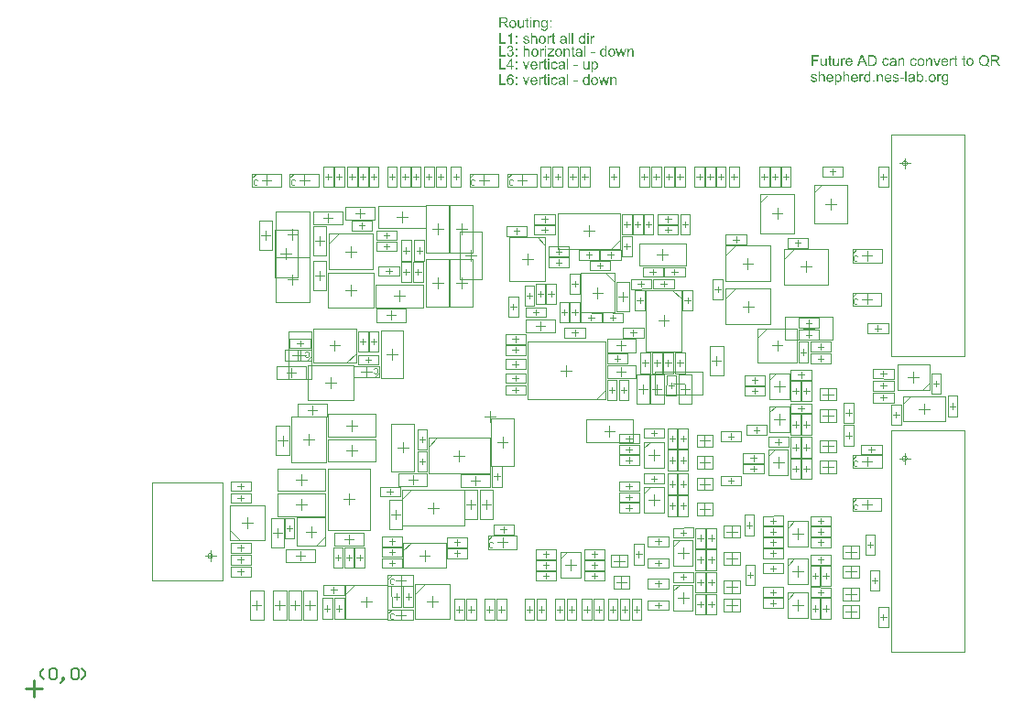
<source format=gbr>
%TF.GenerationSoftware,Altium Limited,Altium Designer,25.3.3 (18)*%
G04 Layer_Color=32768*
%FSLAX45Y45*%
%MOMM*%
%TF.SameCoordinates,3F5801E6-D28E-45E5-A6F2-2741A7385EEC*%
%TF.FilePolarity,Positive*%
%TF.FileFunction,Other,Assembly_Notes*%
%TF.Part,Single*%
G01*
G75*
%TA.AperFunction,NonConductor*%
%ADD94C,0.20000*%
%ADD632C,0.10000*%
%ADD633C,0.25400*%
G36*
X4597544Y6192622D02*
X4585583D01*
Y6206341D01*
X4597544D01*
Y6192622D01*
D02*
G37*
G36*
X4650524Y6181013D02*
X4651227Y6180942D01*
X4651931Y6180872D01*
X4652775Y6180801D01*
X4654534Y6180520D01*
X4656504Y6180098D01*
X4658544Y6179535D01*
X4660585Y6178761D01*
X4660655D01*
X4660796Y6178691D01*
X4661077Y6178550D01*
X4661499Y6178339D01*
X4661922Y6178128D01*
X4662414Y6177846D01*
X4663610Y6177143D01*
X4664877Y6176299D01*
X4666213Y6175243D01*
X4667480Y6174047D01*
X4668606Y6172710D01*
Y6172640D01*
X4668746Y6172570D01*
X4668887Y6172358D01*
X4669028Y6172077D01*
X4669239Y6171725D01*
X4669520Y6171303D01*
X4670083Y6170248D01*
X4670716Y6168981D01*
X4671279Y6167433D01*
X4671842Y6165745D01*
X4672335Y6163916D01*
Y6163845D01*
Y6163775D01*
X4672405Y6163564D01*
X4672475Y6163282D01*
Y6162931D01*
X4672546Y6162438D01*
X4672616Y6161875D01*
X4672686Y6161242D01*
X4672757Y6160468D01*
X4672827Y6159624D01*
X4672897Y6158709D01*
Y6157654D01*
X4672968Y6156458D01*
X4673038Y6155191D01*
Y6153784D01*
Y6152306D01*
Y6108966D01*
X4661077D01*
Y6151814D01*
Y6151884D01*
Y6152166D01*
Y6152518D01*
Y6153010D01*
X4661007Y6153643D01*
Y6154347D01*
X4660937Y6155121D01*
Y6155895D01*
X4660726Y6157724D01*
X4660514Y6159483D01*
X4660163Y6161242D01*
X4659952Y6162016D01*
X4659670Y6162719D01*
Y6162790D01*
X4659600Y6162860D01*
X4659529Y6163071D01*
X4659389Y6163353D01*
X4659037Y6163986D01*
X4658544Y6164830D01*
X4657841Y6165745D01*
X4656997Y6166730D01*
X4655941Y6167715D01*
X4654675Y6168559D01*
X4654604D01*
X4654534Y6168630D01*
X4654323Y6168770D01*
X4654041Y6168911D01*
X4653338Y6169263D01*
X4652353Y6169685D01*
X4651086Y6170037D01*
X4649679Y6170388D01*
X4648131Y6170670D01*
X4646372Y6170740D01*
X4645599D01*
X4645106Y6170670D01*
X4644402Y6170600D01*
X4643629Y6170459D01*
X4642784Y6170318D01*
X4641870Y6170107D01*
X4640814Y6169896D01*
X4639759Y6169544D01*
X4638703Y6169192D01*
X4637578Y6168700D01*
X4636452Y6168137D01*
X4635326Y6167504D01*
X4634201Y6166730D01*
X4633145Y6165886D01*
X4633075Y6165815D01*
X4632934Y6165674D01*
X4632653Y6165323D01*
X4632301Y6164901D01*
X4631879Y6164338D01*
X4631386Y6163634D01*
X4630894Y6162790D01*
X4630401Y6161734D01*
X4629909Y6160609D01*
X4629416Y6159272D01*
X4628924Y6157724D01*
X4628502Y6156035D01*
X4628150Y6154206D01*
X4627868Y6152166D01*
X4627728Y6149914D01*
X4627657Y6147452D01*
Y6108966D01*
X4615696D01*
Y6179535D01*
X4626461D01*
Y6169474D01*
X4626532Y6169615D01*
X4626813Y6169966D01*
X4627305Y6170529D01*
X4627868Y6171303D01*
X4628713Y6172147D01*
X4629698Y6173132D01*
X4630823Y6174188D01*
X4632160Y6175314D01*
X4633638Y6176369D01*
X4635326Y6177424D01*
X4637156Y6178409D01*
X4639196Y6179254D01*
X4641377Y6180028D01*
X4643699Y6180590D01*
X4646232Y6180942D01*
X4648905Y6181083D01*
X4649961D01*
X4650524Y6181013D01*
D02*
G37*
G36*
X4783922Y6165956D02*
X4770343D01*
Y6179535D01*
X4783922D01*
Y6165956D01*
D02*
G37*
G36*
X4529015Y6108966D02*
X4518321D01*
Y6119309D01*
X4518251Y6119168D01*
X4517969Y6118816D01*
X4517477Y6118183D01*
X4516843Y6117479D01*
X4515999Y6116565D01*
X4514944Y6115580D01*
X4513818Y6114454D01*
X4512411Y6113398D01*
X4510933Y6112273D01*
X4509245Y6111217D01*
X4507415Y6110162D01*
X4505445Y6109247D01*
X4503264Y6108544D01*
X4500942Y6107911D01*
X4498550Y6107559D01*
X4495947Y6107418D01*
X4495314D01*
X4494892Y6107488D01*
X4494329D01*
X4493696Y6107559D01*
X4492922Y6107629D01*
X4492148Y6107699D01*
X4490318Y6107981D01*
X4488348Y6108403D01*
X4486308Y6108966D01*
X4484268Y6109740D01*
X4484197D01*
X4484057Y6109881D01*
X4483775Y6110021D01*
X4483353Y6110162D01*
X4482931Y6110373D01*
X4482438Y6110655D01*
X4481242Y6111358D01*
X4479905Y6112273D01*
X4478569Y6113258D01*
X4477373Y6114454D01*
X4476247Y6115720D01*
Y6115791D01*
X4476106Y6115861D01*
X4476036Y6116072D01*
X4475825Y6116354D01*
X4475614Y6116705D01*
X4475403Y6117127D01*
X4474840Y6118183D01*
X4474206Y6119520D01*
X4473573Y6121068D01*
X4473081Y6122756D01*
X4472588Y6124656D01*
Y6124726D01*
Y6124796D01*
X4472518Y6125008D01*
X4472447Y6125359D01*
Y6125711D01*
X4472377Y6126204D01*
X4472307Y6126696D01*
X4472236Y6127400D01*
X4472166Y6128103D01*
X4472096Y6128948D01*
X4472025Y6129862D01*
Y6130847D01*
X4471955Y6131903D01*
X4471885Y6133099D01*
Y6134365D01*
Y6135772D01*
Y6179535D01*
X4483845D01*
Y6140346D01*
Y6140275D01*
Y6139923D01*
Y6139431D01*
Y6138868D01*
Y6138094D01*
X4483916Y6137250D01*
Y6136265D01*
Y6135280D01*
X4483986Y6133169D01*
X4484127Y6131058D01*
X4484197Y6130144D01*
X4484338Y6129229D01*
X4484408Y6128455D01*
X4484549Y6127752D01*
Y6127681D01*
X4484619Y6127540D01*
X4484690Y6127329D01*
X4484760Y6126978D01*
X4484901Y6126555D01*
X4485112Y6126133D01*
X4485604Y6125078D01*
X4486238Y6123882D01*
X4487012Y6122615D01*
X4488067Y6121419D01*
X4489333Y6120364D01*
X4489404D01*
X4489474Y6120223D01*
X4489685Y6120153D01*
X4489967Y6119942D01*
X4490318Y6119731D01*
X4490741Y6119520D01*
X4491866Y6119027D01*
X4493133Y6118535D01*
X4494681Y6118112D01*
X4496440Y6117831D01*
X4498339Y6117690D01*
X4498832D01*
X4499254Y6117761D01*
X4499746D01*
X4500309Y6117831D01*
X4500942Y6117901D01*
X4501576Y6118042D01*
X4503124Y6118394D01*
X4504812Y6118816D01*
X4506641Y6119520D01*
X4508400Y6120434D01*
X4508471D01*
X4508612Y6120575D01*
X4508823Y6120716D01*
X4509174Y6120927D01*
X4510019Y6121560D01*
X4511004Y6122404D01*
X4512129Y6123460D01*
X4513185Y6124726D01*
X4514240Y6126204D01*
X4515084Y6127892D01*
Y6127963D01*
X4515155Y6128103D01*
X4515296Y6128385D01*
X4515366Y6128807D01*
X4515577Y6129299D01*
X4515718Y6129862D01*
X4515858Y6130566D01*
X4516069Y6131410D01*
X4516281Y6132325D01*
X4516421Y6133380D01*
X4516632Y6134506D01*
X4516773Y6135702D01*
X4516843Y6137039D01*
X4516984Y6138516D01*
X4517054Y6140064D01*
Y6141682D01*
Y6179535D01*
X4529015D01*
Y6108966D01*
D02*
G37*
G36*
X4783922D02*
X4770343D01*
Y6122545D01*
X4783922D01*
Y6108966D01*
D02*
G37*
G36*
X4597544D02*
X4585583D01*
Y6179535D01*
X4597544D01*
Y6108966D01*
D02*
G37*
G36*
X4345240Y6206271D02*
X4346366D01*
X4347632Y6206201D01*
X4348969Y6206130D01*
X4350517Y6205990D01*
X4352065Y6205849D01*
X4353683Y6205708D01*
X4356990Y6205216D01*
X4358538Y6204934D01*
X4360086Y6204582D01*
X4361563Y6204160D01*
X4362900Y6203668D01*
X4362970D01*
X4363182Y6203527D01*
X4363533Y6203386D01*
X4364026Y6203175D01*
X4364589Y6202894D01*
X4365222Y6202472D01*
X4365996Y6202050D01*
X4366770Y6201557D01*
X4367614Y6200924D01*
X4368529Y6200291D01*
X4369443Y6199517D01*
X4370358Y6198672D01*
X4371202Y6197687D01*
X4372117Y6196702D01*
X4372961Y6195577D01*
X4373735Y6194381D01*
X4373806Y6194310D01*
X4373946Y6194099D01*
X4374087Y6193747D01*
X4374368Y6193255D01*
X4374650Y6192622D01*
X4375002Y6191848D01*
X4375424Y6191003D01*
X4375776Y6190089D01*
X4376127Y6189033D01*
X4376550Y6187908D01*
X4376901Y6186712D01*
X4377183Y6185445D01*
X4377464Y6184108D01*
X4377675Y6182701D01*
X4377746Y6181224D01*
X4377816Y6179746D01*
Y6179605D01*
Y6179324D01*
X4377746Y6178761D01*
Y6177987D01*
X4377605Y6177143D01*
X4377464Y6176087D01*
X4377253Y6174962D01*
X4376972Y6173695D01*
X4376620Y6172358D01*
X4376198Y6170951D01*
X4375635Y6169474D01*
X4375002Y6167996D01*
X4374228Y6166519D01*
X4373313Y6165112D01*
X4372258Y6163634D01*
X4371062Y6162297D01*
X4370991Y6162227D01*
X4370780Y6162016D01*
X4370358Y6161664D01*
X4369795Y6161172D01*
X4369092Y6160609D01*
X4368177Y6159975D01*
X4367192Y6159272D01*
X4365996Y6158498D01*
X4364589Y6157724D01*
X4363111Y6156950D01*
X4361352Y6156247D01*
X4359523Y6155473D01*
X4357483Y6154839D01*
X4355301Y6154206D01*
X4352909Y6153714D01*
X4350376Y6153291D01*
X4350447D01*
X4350587Y6153151D01*
X4350869Y6153080D01*
X4351221Y6152869D01*
X4351643Y6152658D01*
X4352135Y6152377D01*
X4353261Y6151744D01*
X4354527Y6151040D01*
X4355794Y6150196D01*
X4356990Y6149351D01*
X4358116Y6148437D01*
X4358186Y6148366D01*
X4358397Y6148226D01*
X4358679Y6147874D01*
X4359101Y6147522D01*
X4359593Y6146959D01*
X4360156Y6146396D01*
X4360860Y6145693D01*
X4361563Y6144849D01*
X4362337Y6143934D01*
X4363182Y6142949D01*
X4364096Y6141893D01*
X4365011Y6140768D01*
X4365925Y6139501D01*
X4366910Y6138235D01*
X4368810Y6135421D01*
X4385626Y6108966D01*
X4369514D01*
X4356638Y6129229D01*
X4356568Y6129299D01*
X4356357Y6129581D01*
X4356075Y6130073D01*
X4355724Y6130636D01*
X4355231Y6131410D01*
X4354668Y6132254D01*
X4354035Y6133169D01*
X4353402Y6134154D01*
X4351924Y6136335D01*
X4350376Y6138587D01*
X4348828Y6140697D01*
X4348055Y6141682D01*
X4347351Y6142597D01*
X4347281Y6142667D01*
X4347210Y6142808D01*
X4346999Y6143019D01*
X4346718Y6143371D01*
X4346014Y6144215D01*
X4345170Y6145200D01*
X4344115Y6146256D01*
X4343059Y6147381D01*
X4341933Y6148366D01*
X4340808Y6149140D01*
X4340667Y6149211D01*
X4340315Y6149422D01*
X4339752Y6149774D01*
X4338978Y6150125D01*
X4338134Y6150548D01*
X4337149Y6151040D01*
X4336094Y6151392D01*
X4334968Y6151744D01*
X4334898D01*
X4334546Y6151814D01*
X4333983Y6151884D01*
X4333279Y6152025D01*
X4332294Y6152095D01*
X4331028Y6152166D01*
X4329550Y6152236D01*
X4312876D01*
Y6108966D01*
X4300000D01*
Y6206341D01*
X4344396D01*
X4345240Y6206271D01*
D02*
G37*
G36*
X4561943Y6179535D02*
X4573833D01*
Y6170248D01*
X4561943D01*
Y6128948D01*
Y6128877D01*
Y6128737D01*
Y6128455D01*
Y6128103D01*
Y6127259D01*
X4562013Y6126204D01*
X4562084Y6125148D01*
X4562154Y6124023D01*
X4562295Y6123108D01*
X4562435Y6122756D01*
X4562506Y6122404D01*
Y6122334D01*
X4562646Y6122193D01*
X4562787Y6121912D01*
X4562998Y6121560D01*
X4563631Y6120786D01*
X4564054Y6120434D01*
X4564546Y6120083D01*
X4564616D01*
X4564828Y6119942D01*
X4565109Y6119801D01*
X4565601Y6119660D01*
X4566164Y6119520D01*
X4566868Y6119379D01*
X4567712Y6119309D01*
X4568627Y6119238D01*
X4569401D01*
X4570034Y6119309D01*
X4570738D01*
X4571652Y6119449D01*
X4572708Y6119520D01*
X4573833Y6119660D01*
X4575592Y6109107D01*
X4575522D01*
X4575381Y6109036D01*
X4575100D01*
X4574748Y6108966D01*
X4574326Y6108896D01*
X4573763Y6108755D01*
X4572567Y6108614D01*
X4571160Y6108403D01*
X4569612Y6108192D01*
X4568064Y6108122D01*
X4566516Y6108051D01*
X4565461D01*
X4564898Y6108122D01*
X4564265Y6108192D01*
X4562858Y6108333D01*
X4561239Y6108544D01*
X4559551Y6108896D01*
X4557932Y6109388D01*
X4556455Y6110092D01*
X4556385D01*
X4556314Y6110162D01*
X4555892Y6110443D01*
X4555259Y6110936D01*
X4554485Y6111499D01*
X4553641Y6112273D01*
X4552796Y6113187D01*
X4552022Y6114243D01*
X4551389Y6115439D01*
Y6115509D01*
X4551319Y6115580D01*
X4551248Y6115791D01*
X4551178Y6116142D01*
X4551037Y6116565D01*
X4550967Y6117057D01*
X4550826Y6117690D01*
X4550686Y6118464D01*
X4550545Y6119379D01*
X4550404Y6120364D01*
X4550334Y6121560D01*
X4550193Y6122826D01*
X4550123Y6124304D01*
X4550052Y6125852D01*
X4549982Y6127681D01*
Y6129581D01*
Y6170248D01*
X4541117D01*
Y6179535D01*
X4549982D01*
Y6196984D01*
X4561943Y6204160D01*
Y6179535D01*
D02*
G37*
G36*
X4426433Y6181013D02*
X4427418Y6180942D01*
X4428685Y6180801D01*
X4430092Y6180590D01*
X4431710Y6180309D01*
X4433469Y6179887D01*
X4435298Y6179394D01*
X4437268Y6178761D01*
X4439239Y6177987D01*
X4441209Y6177072D01*
X4443179Y6175947D01*
X4445149Y6174680D01*
X4447048Y6173203D01*
X4448807Y6171514D01*
X4448948Y6171373D01*
X4449229Y6171092D01*
X4449652Y6170529D01*
X4450285Y6169755D01*
X4450988Y6168770D01*
X4451762Y6167645D01*
X4452607Y6166237D01*
X4453451Y6164689D01*
X4454295Y6162860D01*
X4455139Y6160890D01*
X4455913Y6158779D01*
X4456617Y6156387D01*
X4457250Y6153854D01*
X4457672Y6151181D01*
X4458024Y6148296D01*
X4458094Y6145200D01*
Y6145130D01*
Y6145060D01*
Y6144849D01*
Y6144637D01*
Y6143864D01*
X4458024Y6142949D01*
X4457954Y6141823D01*
X4457883Y6140486D01*
X4457743Y6139009D01*
X4457602Y6137461D01*
X4457391Y6135772D01*
X4457109Y6134013D01*
X4456758Y6132254D01*
X4456336Y6130425D01*
X4455843Y6128666D01*
X4455351Y6126978D01*
X4454647Y6125359D01*
X4453943Y6123811D01*
X4453873Y6123741D01*
X4453732Y6123460D01*
X4453521Y6123038D01*
X4453169Y6122545D01*
X4452747Y6121841D01*
X4452255Y6121138D01*
X4451622Y6120294D01*
X4450918Y6119379D01*
X4450144Y6118394D01*
X4449229Y6117409D01*
X4448244Y6116424D01*
X4447189Y6115439D01*
X4446063Y6114454D01*
X4444797Y6113469D01*
X4443460Y6112554D01*
X4442053Y6111710D01*
X4441982Y6111640D01*
X4441701Y6111499D01*
X4441279Y6111288D01*
X4440716Y6111077D01*
X4439942Y6110725D01*
X4439098Y6110373D01*
X4438113Y6109951D01*
X4437057Y6109599D01*
X4435791Y6109177D01*
X4434525Y6108755D01*
X4433117Y6108403D01*
X4431640Y6108122D01*
X4430022Y6107840D01*
X4428403Y6107629D01*
X4426785Y6107488D01*
X4425026Y6107418D01*
X4424393D01*
X4424041Y6107488D01*
X4423619D01*
X4422564Y6107559D01*
X4421297Y6107699D01*
X4419890Y6107911D01*
X4418272Y6108192D01*
X4416513Y6108614D01*
X4414613Y6109107D01*
X4412714Y6109740D01*
X4410673Y6110514D01*
X4408703Y6111428D01*
X4406733Y6112484D01*
X4404763Y6113750D01*
X4402863Y6115157D01*
X4401104Y6116846D01*
X4401034Y6116987D01*
X4400682Y6117268D01*
X4400260Y6117831D01*
X4399697Y6118605D01*
X4398994Y6119590D01*
X4398220Y6120786D01*
X4397446Y6122193D01*
X4396602Y6123811D01*
X4395757Y6125641D01*
X4394913Y6127681D01*
X4394139Y6129933D01*
X4393435Y6132395D01*
X4392873Y6135069D01*
X4392450Y6137883D01*
X4392099Y6140979D01*
X4392028Y6144215D01*
Y6144286D01*
Y6144426D01*
Y6144708D01*
Y6145060D01*
X4392099Y6145552D01*
Y6146115D01*
X4392169Y6146748D01*
Y6147452D01*
X4392239Y6148226D01*
X4392380Y6149070D01*
X4392591Y6150899D01*
X4392943Y6152940D01*
X4393365Y6155191D01*
X4393928Y6157513D01*
X4394702Y6159905D01*
X4395546Y6162297D01*
X4396602Y6164689D01*
X4397868Y6167011D01*
X4399275Y6169263D01*
X4400964Y6171303D01*
X4402863Y6173203D01*
X4403004Y6173273D01*
X4403286Y6173555D01*
X4403778Y6173906D01*
X4404482Y6174469D01*
X4405396Y6175032D01*
X4406452Y6175665D01*
X4407648Y6176439D01*
X4409055Y6177143D01*
X4410603Y6177846D01*
X4412291Y6178620D01*
X4414121Y6179254D01*
X4416091Y6179887D01*
X4418131Y6180379D01*
X4420312Y6180731D01*
X4422634Y6181013D01*
X4425026Y6181083D01*
X4426011D01*
X4426433Y6181013D01*
D02*
G37*
G36*
X4718419D02*
X4719334Y6180942D01*
X4720389Y6180801D01*
X4721585Y6180520D01*
X4722992Y6180239D01*
X4724470Y6179816D01*
X4726088Y6179324D01*
X4727777Y6178620D01*
X4729465Y6177846D01*
X4731224Y6176861D01*
X4732913Y6175665D01*
X4734601Y6174329D01*
X4736290Y6172781D01*
X4737838Y6171022D01*
Y6179535D01*
X4748884D01*
Y6118535D01*
Y6118464D01*
Y6118324D01*
Y6118112D01*
Y6117831D01*
Y6117409D01*
Y6116987D01*
X4748814Y6115861D01*
Y6114524D01*
X4748743Y6112976D01*
X4748603Y6111288D01*
X4748462Y6109458D01*
X4748251Y6107629D01*
X4748040Y6105659D01*
X4747758Y6103759D01*
X4747477Y6101860D01*
X4747055Y6100030D01*
X4746633Y6098272D01*
X4746070Y6096724D01*
X4745507Y6095316D01*
X4745437Y6095246D01*
X4745366Y6095035D01*
X4745155Y6094683D01*
X4744874Y6094191D01*
X4744522Y6093628D01*
X4744029Y6092924D01*
X4743537Y6092150D01*
X4742904Y6091376D01*
X4742200Y6090532D01*
X4741426Y6089617D01*
X4740582Y6088703D01*
X4739597Y6087788D01*
X4738541Y6086944D01*
X4737416Y6086029D01*
X4736220Y6085185D01*
X4734883Y6084411D01*
X4734812Y6084341D01*
X4734531Y6084270D01*
X4734179Y6084059D01*
X4733616Y6083778D01*
X4732913Y6083496D01*
X4731998Y6083145D01*
X4731013Y6082793D01*
X4729958Y6082441D01*
X4728691Y6082019D01*
X4727355Y6081667D01*
X4725877Y6081315D01*
X4724259Y6081034D01*
X4722641Y6080752D01*
X4720811Y6080541D01*
X4718982Y6080471D01*
X4717012Y6080401D01*
X4716449D01*
X4715816Y6080471D01*
X4714901D01*
X4713846Y6080612D01*
X4712650Y6080682D01*
X4711243Y6080893D01*
X4709765Y6081104D01*
X4708147Y6081386D01*
X4706529Y6081808D01*
X4704770Y6082230D01*
X4703081Y6082793D01*
X4701392Y6083426D01*
X4699704Y6084200D01*
X4698156Y6085115D01*
X4696608Y6086100D01*
X4696538Y6086170D01*
X4696256Y6086381D01*
X4695905Y6086733D01*
X4695412Y6087155D01*
X4694849Y6087788D01*
X4694146Y6088492D01*
X4693512Y6089406D01*
X4692809Y6090391D01*
X4692035Y6091517D01*
X4691402Y6092784D01*
X4690768Y6094191D01*
X4690206Y6095739D01*
X4689713Y6097357D01*
X4689361Y6099186D01*
X4689220Y6101156D01*
X4689150Y6103197D01*
X4700759Y6101438D01*
Y6101367D01*
X4700830Y6101227D01*
Y6100945D01*
X4700900Y6100593D01*
X4701041Y6100101D01*
X4701181Y6099608D01*
X4701533Y6098483D01*
X4702026Y6097216D01*
X4702729Y6095950D01*
X4703644Y6094754D01*
X4704770Y6093698D01*
X4704840Y6093628D01*
X4704981Y6093558D01*
X4705262Y6093417D01*
X4705614Y6093206D01*
X4706036Y6092924D01*
X4706599Y6092643D01*
X4707232Y6092361D01*
X4707936Y6092010D01*
X4708780Y6091728D01*
X4709695Y6091376D01*
X4710680Y6091095D01*
X4711805Y6090884D01*
X4712931Y6090602D01*
X4714198Y6090462D01*
X4715534Y6090391D01*
X4716942Y6090321D01*
X4717715D01*
X4718278Y6090391D01*
X4718982D01*
X4719826Y6090532D01*
X4720671Y6090602D01*
X4721656Y6090743D01*
X4723696Y6091165D01*
X4725877Y6091728D01*
X4727917Y6092573D01*
X4728832Y6093135D01*
X4729747Y6093698D01*
X4729817Y6093769D01*
X4729958Y6093839D01*
X4730169Y6094050D01*
X4730450Y6094331D01*
X4730872Y6094613D01*
X4731224Y6095035D01*
X4731717Y6095528D01*
X4732209Y6096090D01*
X4733194Y6097427D01*
X4734250Y6098975D01*
X4735164Y6100804D01*
X4735868Y6102915D01*
Y6102986D01*
X4735938Y6103126D01*
Y6103337D01*
X4736009Y6103689D01*
X4736079Y6104111D01*
X4736149Y6104674D01*
X4736220Y6105378D01*
X4736290Y6106222D01*
X4736431Y6107137D01*
X4736501Y6108262D01*
X4736571Y6109529D01*
X4736642Y6110936D01*
Y6112484D01*
X4736712Y6114172D01*
Y6116072D01*
Y6118183D01*
X4736642Y6118112D01*
X4736360Y6117761D01*
X4735938Y6117339D01*
X4735305Y6116776D01*
X4734531Y6116072D01*
X4733616Y6115298D01*
X4732561Y6114454D01*
X4731365Y6113610D01*
X4730028Y6112695D01*
X4728551Y6111851D01*
X4726932Y6111077D01*
X4725173Y6110443D01*
X4723344Y6109810D01*
X4721444Y6109388D01*
X4719334Y6109107D01*
X4717223Y6108966D01*
X4716590D01*
X4715816Y6109036D01*
X4714831Y6109107D01*
X4713635Y6109318D01*
X4712228Y6109529D01*
X4710609Y6109881D01*
X4708921Y6110303D01*
X4707162Y6110866D01*
X4705332Y6111499D01*
X4703433Y6112343D01*
X4701603Y6113398D01*
X4699774Y6114595D01*
X4697945Y6116002D01*
X4696256Y6117620D01*
X4694708Y6119449D01*
X4694638Y6119590D01*
X4694357Y6119942D01*
X4694005Y6120505D01*
X4693442Y6121349D01*
X4692879Y6122334D01*
X4692176Y6123530D01*
X4691472Y6124937D01*
X4690768Y6126555D01*
X4689994Y6128244D01*
X4689291Y6130214D01*
X4688587Y6132254D01*
X4688024Y6134506D01*
X4687462Y6136828D01*
X4687110Y6139290D01*
X4686828Y6141893D01*
X4686758Y6144567D01*
Y6144708D01*
Y6144989D01*
Y6145552D01*
X4686828Y6146256D01*
X4686899Y6147170D01*
X4686969Y6148226D01*
X4687039Y6149422D01*
X4687180Y6150688D01*
X4687391Y6152095D01*
X4687602Y6153573D01*
X4688306Y6156739D01*
X4688658Y6158357D01*
X4689150Y6159975D01*
X4689713Y6161594D01*
X4690346Y6163212D01*
X4690417Y6163282D01*
X4690487Y6163564D01*
X4690698Y6164056D01*
X4691050Y6164619D01*
X4691402Y6165323D01*
X4691894Y6166167D01*
X4692387Y6167082D01*
X4693020Y6168067D01*
X4693794Y6169122D01*
X4694568Y6170177D01*
X4695412Y6171233D01*
X4696397Y6172358D01*
X4697382Y6173414D01*
X4698508Y6174469D01*
X4699704Y6175454D01*
X4700970Y6176369D01*
X4701041Y6176439D01*
X4701322Y6176580D01*
X4701674Y6176791D01*
X4702237Y6177143D01*
X4702870Y6177495D01*
X4703644Y6177846D01*
X4704559Y6178269D01*
X4705614Y6178761D01*
X4706740Y6179183D01*
X4708006Y6179605D01*
X4709343Y6179957D01*
X4710750Y6180379D01*
X4712298Y6180661D01*
X4713846Y6180872D01*
X4715534Y6181013D01*
X4717223Y6181083D01*
X4717786D01*
X4718419Y6181013D01*
D02*
G37*
G36*
X5127410Y6046854D02*
X5115449D01*
Y6060574D01*
X5127410D01*
Y6046854D01*
D02*
G37*
G36*
X5096523Y5963198D02*
X5085406D01*
Y5972134D01*
X5085336Y5971993D01*
X5085125Y5971711D01*
X5084703Y5971149D01*
X5084140Y5970515D01*
X5083436Y5969671D01*
X5082592Y5968827D01*
X5081537Y5967842D01*
X5080411Y5966927D01*
X5079074Y5965942D01*
X5077597Y5964957D01*
X5075978Y5964113D01*
X5074219Y5963268D01*
X5072320Y5962635D01*
X5070209Y5962072D01*
X5068028Y5961791D01*
X5065636Y5961650D01*
X5064791D01*
X5064229Y5961721D01*
X5063455Y5961791D01*
X5062610Y5961932D01*
X5061625Y5962072D01*
X5060570Y5962213D01*
X5059374Y5962495D01*
X5058178Y5962776D01*
X5056911Y5963128D01*
X5055575Y5963620D01*
X5054238Y5964113D01*
X5052831Y5964746D01*
X5051494Y5965450D01*
X5050157Y5966294D01*
X5050087Y5966364D01*
X5049876Y5966505D01*
X5049453Y5966786D01*
X5049031Y5967138D01*
X5048398Y5967631D01*
X5047695Y5968194D01*
X5046991Y5968897D01*
X5046147Y5969671D01*
X5045302Y5970515D01*
X5044388Y5971500D01*
X5043473Y5972556D01*
X5042558Y5973752D01*
X5041714Y5974948D01*
X5040799Y5976285D01*
X5040025Y5977762D01*
X5039252Y5979240D01*
X5039181Y5979310D01*
X5039111Y5979592D01*
X5038900Y5980084D01*
X5038618Y5980717D01*
X5038337Y5981491D01*
X5038055Y5982406D01*
X5037704Y5983532D01*
X5037352Y5984728D01*
X5036930Y5986064D01*
X5036578Y5987542D01*
X5036297Y5989160D01*
X5036015Y5990849D01*
X5035734Y5992608D01*
X5035523Y5994437D01*
X5035452Y5996407D01*
X5035382Y5998377D01*
Y5998518D01*
Y5998870D01*
Y5999433D01*
X5035452Y6000136D01*
X5035523Y6001121D01*
X5035593Y6002176D01*
X5035663Y6003373D01*
X5035804Y6004709D01*
X5036015Y6006187D01*
X5036226Y6007664D01*
X5036859Y6010901D01*
X5037211Y6012589D01*
X5037704Y6014208D01*
X5038196Y6015896D01*
X5038829Y6017515D01*
X5038900Y6017585D01*
X5038970Y6017866D01*
X5039181Y6018359D01*
X5039463Y6018922D01*
X5039885Y6019625D01*
X5040307Y6020470D01*
X5040870Y6021384D01*
X5041503Y6022369D01*
X5042136Y6023425D01*
X5042981Y6024480D01*
X5043825Y6025606D01*
X5044739Y6026661D01*
X5045795Y6027787D01*
X5046921Y6028772D01*
X5048117Y6029757D01*
X5049383Y6030671D01*
X5049453Y6030742D01*
X5049735Y6030883D01*
X5050087Y6031094D01*
X5050650Y6031375D01*
X5051283Y6031727D01*
X5052057Y6032149D01*
X5052971Y6032571D01*
X5053956Y6032993D01*
X5055082Y6033415D01*
X5056278Y6033838D01*
X5057615Y6034260D01*
X5058952Y6034612D01*
X5060429Y6034893D01*
X5061907Y6035104D01*
X5063455Y6035245D01*
X5065073Y6035315D01*
X5065706D01*
X5066128Y6035245D01*
X5066691D01*
X5067395Y6035174D01*
X5068098Y6035104D01*
X5068872Y6034963D01*
X5070631Y6034682D01*
X5072531Y6034189D01*
X5074501Y6033486D01*
X5076401Y6032571D01*
X5076471D01*
X5076612Y6032430D01*
X5076893Y6032290D01*
X5077245Y6032079D01*
X5077667Y6031797D01*
X5078160Y6031516D01*
X5079285Y6030671D01*
X5080622Y6029686D01*
X5081959Y6028490D01*
X5083296Y6027083D01*
X5084562Y6025535D01*
Y6060574D01*
X5096523D01*
Y5963198D01*
D02*
G37*
G36*
X5172510Y6035245D02*
X5173072Y6035174D01*
X5173706Y6035104D01*
X5174409Y6034963D01*
X5175254Y6034823D01*
X5176168Y6034612D01*
X5177153Y6034400D01*
X5179194Y6033697D01*
X5180319Y6033275D01*
X5181445Y6032712D01*
X5182571Y6032149D01*
X5183767Y6031445D01*
X5179545Y6020399D01*
X5179475D01*
X5179334Y6020540D01*
X5179123Y6020610D01*
X5178771Y6020821D01*
X5178420Y6020962D01*
X5177927Y6021173D01*
X5176801Y6021666D01*
X5175535Y6022158D01*
X5174057Y6022510D01*
X5172439Y6022791D01*
X5170821Y6022932D01*
X5170188D01*
X5169414Y6022791D01*
X5168499Y6022651D01*
X5167444Y6022369D01*
X5166248Y6021947D01*
X5165052Y6021314D01*
X5163856Y6020540D01*
X5163715Y6020399D01*
X5163363Y6020118D01*
X5162800Y6019555D01*
X5162167Y6018851D01*
X5161393Y6017937D01*
X5160689Y6016811D01*
X5159986Y6015474D01*
X5159423Y6013997D01*
Y6013926D01*
X5159353Y6013715D01*
X5159212Y6013363D01*
X5159142Y6012871D01*
X5159001Y6012308D01*
X5158790Y6011604D01*
X5158649Y6010760D01*
X5158438Y6009916D01*
X5158227Y6008860D01*
X5158086Y6007805D01*
X5157945Y6006679D01*
X5157734Y6005483D01*
X5157523Y6002880D01*
X5157453Y6000066D01*
Y5963198D01*
X5145492D01*
Y6033767D01*
X5156257D01*
Y6022932D01*
X5156327Y6023002D01*
X5156468Y6023284D01*
X5156679Y6023636D01*
X5156960Y6024128D01*
X5157312Y6024761D01*
X5157734Y6025465D01*
X5158719Y6027013D01*
X5159916Y6028631D01*
X5161182Y6030320D01*
X5161815Y6031023D01*
X5162448Y6031727D01*
X5163152Y6032360D01*
X5163785Y6032853D01*
X5163856D01*
X5163926Y6032993D01*
X5164137Y6033064D01*
X5164418Y6033275D01*
X5165122Y6033626D01*
X5166037Y6034119D01*
X5167233Y6034541D01*
X5168499Y6034963D01*
X5169906Y6035245D01*
X5171454Y6035315D01*
X5172087D01*
X5172510Y6035245D01*
D02*
G37*
G36*
X4772032D02*
X4772595Y6035174D01*
X4773228Y6035104D01*
X4773932Y6034963D01*
X4774776Y6034823D01*
X4775690Y6034612D01*
X4776675Y6034400D01*
X4778716Y6033697D01*
X4779842Y6033275D01*
X4780967Y6032712D01*
X4782093Y6032149D01*
X4783289Y6031445D01*
X4779068Y6020399D01*
X4778997D01*
X4778857Y6020540D01*
X4778646Y6020610D01*
X4778294Y6020821D01*
X4777942Y6020962D01*
X4777449Y6021173D01*
X4776324Y6021666D01*
X4775057Y6022158D01*
X4773580Y6022510D01*
X4771961Y6022791D01*
X4770343Y6022932D01*
X4769710D01*
X4768936Y6022791D01*
X4768021Y6022651D01*
X4766966Y6022369D01*
X4765770Y6021947D01*
X4764574Y6021314D01*
X4763378Y6020540D01*
X4763237Y6020399D01*
X4762885Y6020118D01*
X4762322Y6019555D01*
X4761689Y6018851D01*
X4760915Y6017937D01*
X4760212Y6016811D01*
X4759508Y6015474D01*
X4758945Y6013997D01*
Y6013926D01*
X4758875Y6013715D01*
X4758734Y6013363D01*
X4758664Y6012871D01*
X4758523Y6012308D01*
X4758312Y6011604D01*
X4758171Y6010760D01*
X4757960Y6009916D01*
X4757749Y6008860D01*
X4757608Y6007805D01*
X4757468Y6006679D01*
X4757257Y6005483D01*
X4757046Y6002880D01*
X4756975Y6000066D01*
Y5963198D01*
X4745014D01*
Y6033767D01*
X4755779D01*
Y6022932D01*
X4755850Y6023002D01*
X4755990Y6023284D01*
X4756201Y6023636D01*
X4756483Y6024128D01*
X4756835Y6024761D01*
X4757257Y6025465D01*
X4758242Y6027013D01*
X4759438Y6028631D01*
X4760704Y6030320D01*
X4761337Y6031023D01*
X4761971Y6031727D01*
X4762674Y6032360D01*
X4763307Y6032853D01*
X4763378D01*
X4763448Y6032993D01*
X4763659Y6033064D01*
X4763941Y6033275D01*
X4764644Y6033626D01*
X4765559Y6034119D01*
X4766755Y6034541D01*
X4768021Y6034963D01*
X4769429Y6035245D01*
X4770976Y6035315D01*
X4771610D01*
X4772032Y6035245D01*
D02*
G37*
G36*
X4467171Y6020188D02*
X4453592D01*
Y6033767D01*
X4467171D01*
Y6020188D01*
D02*
G37*
G36*
X4551037Y6035245D02*
X4551882Y6035174D01*
X4552867Y6035104D01*
X4553922Y6035034D01*
X4554977Y6034893D01*
X4556174Y6034752D01*
X4558636Y6034330D01*
X4561169Y6033697D01*
X4563561Y6032923D01*
X4563631D01*
X4563843Y6032782D01*
X4564194Y6032712D01*
X4564616Y6032501D01*
X4565109Y6032219D01*
X4565672Y6031938D01*
X4567079Y6031234D01*
X4568557Y6030320D01*
X4570104Y6029194D01*
X4571512Y6027927D01*
X4572215Y6027224D01*
X4572778Y6026450D01*
X4572848Y6026380D01*
X4572919Y6026239D01*
X4573059Y6026028D01*
X4573271Y6025676D01*
X4573552Y6025324D01*
X4573833Y6024832D01*
X4574115Y6024199D01*
X4574467Y6023565D01*
X4574818Y6022791D01*
X4575170Y6022017D01*
X4575522Y6021103D01*
X4575803Y6020118D01*
X4576155Y6019062D01*
X4576507Y6018007D01*
X4576999Y6015544D01*
X4565320Y6013926D01*
Y6013997D01*
X4565250Y6014137D01*
Y6014419D01*
X4565109Y6014841D01*
X4565039Y6015263D01*
X4564828Y6015826D01*
X4564405Y6017022D01*
X4563772Y6018359D01*
X4562998Y6019766D01*
X4561943Y6021173D01*
X4561310Y6021806D01*
X4560606Y6022369D01*
X4560536Y6022440D01*
X4560465Y6022510D01*
X4560184Y6022651D01*
X4559902Y6022862D01*
X4559480Y6023073D01*
X4559058Y6023354D01*
X4558495Y6023636D01*
X4557862Y6023917D01*
X4557088Y6024199D01*
X4556314Y6024480D01*
X4555400Y6024761D01*
X4554485Y6024972D01*
X4553430Y6025184D01*
X4552304Y6025324D01*
X4551108Y6025465D01*
X4549067D01*
X4548504Y6025395D01*
X4547801D01*
X4547027Y6025324D01*
X4546183Y6025254D01*
X4545268Y6025113D01*
X4543298Y6024832D01*
X4541328Y6024339D01*
X4540413Y6023987D01*
X4539569Y6023636D01*
X4538725Y6023214D01*
X4538021Y6022721D01*
X4537951D01*
X4537880Y6022580D01*
X4537458Y6022228D01*
X4536895Y6021666D01*
X4536262Y6020892D01*
X4535629Y6019977D01*
X4535066Y6018922D01*
X4534644Y6017726D01*
X4534574Y6017022D01*
X4534503Y6016389D01*
Y6016318D01*
Y6015967D01*
X4534574Y6015544D01*
X4534714Y6014982D01*
X4534855Y6014348D01*
X4535066Y6013645D01*
X4535418Y6012871D01*
X4535910Y6012167D01*
X4535981Y6012097D01*
X4536192Y6011886D01*
X4536544Y6011534D01*
X4537036Y6011042D01*
X4537669Y6010549D01*
X4538514Y6010057D01*
X4539428Y6009494D01*
X4540554Y6009001D01*
X4540624D01*
X4540765Y6008931D01*
X4540976Y6008860D01*
X4541258Y6008790D01*
X4541609Y6008649D01*
X4542032Y6008579D01*
X4542524Y6008368D01*
X4543157Y6008227D01*
X4543931Y6008016D01*
X4544776Y6007735D01*
X4545761Y6007453D01*
X4546886Y6007172D01*
X4548153Y6006820D01*
X4549630Y6006398D01*
X4551178Y6005976D01*
X4551248D01*
X4551319Y6005905D01*
X4551741Y6005835D01*
X4552374Y6005624D01*
X4553218Y6005413D01*
X4554274Y6005132D01*
X4555470Y6004780D01*
X4556807Y6004428D01*
X4558144Y6004006D01*
X4561099Y6003161D01*
X4564054Y6002176D01*
X4565390Y6001754D01*
X4566727Y6001262D01*
X4567853Y6000840D01*
X4568908Y6000418D01*
X4568979D01*
X4569119Y6000347D01*
X4569401Y6000206D01*
X4569753Y5999995D01*
X4570175Y5999784D01*
X4570667Y5999503D01*
X4571793Y5998799D01*
X4573059Y5997885D01*
X4574326Y5996829D01*
X4575592Y5995563D01*
X4576788Y5994085D01*
Y5994015D01*
X4576929Y5993874D01*
X4577070Y5993663D01*
X4577211Y5993382D01*
X4577492Y5992960D01*
X4577703Y5992467D01*
X4577984Y5991904D01*
X4578266Y5991271D01*
X4578477Y5990567D01*
X4578758Y5989793D01*
X4579251Y5988105D01*
X4579532Y5986135D01*
X4579673Y5983954D01*
Y5983883D01*
Y5983672D01*
Y5983391D01*
X4579603Y5982969D01*
Y5982406D01*
X4579462Y5981773D01*
X4579392Y5981069D01*
X4579251Y5980295D01*
X4578829Y5978607D01*
X4578196Y5976707D01*
X4577773Y5975722D01*
X4577351Y5974666D01*
X4576788Y5973681D01*
X4576155Y5972696D01*
X4576085Y5972626D01*
X4576014Y5972485D01*
X4575803Y5972204D01*
X4575522Y5971852D01*
X4575170Y5971360D01*
X4574678Y5970867D01*
X4574185Y5970304D01*
X4573552Y5969671D01*
X4572919Y5969038D01*
X4572145Y5968405D01*
X4571300Y5967701D01*
X4570386Y5966997D01*
X4569401Y5966364D01*
X4568345Y5965731D01*
X4567220Y5965098D01*
X4566024Y5964535D01*
X4565953D01*
X4565742Y5964394D01*
X4565390Y5964254D01*
X4564898Y5964113D01*
X4564265Y5963902D01*
X4563491Y5963620D01*
X4562646Y5963339D01*
X4561732Y5963128D01*
X4560676Y5962846D01*
X4559551Y5962565D01*
X4558284Y5962354D01*
X4557018Y5962072D01*
X4554203Y5961791D01*
X4551178Y5961650D01*
X4550545D01*
X4549841Y5961721D01*
X4548927D01*
X4547731Y5961861D01*
X4546464Y5961932D01*
X4544987Y5962143D01*
X4543368Y5962354D01*
X4541680Y5962635D01*
X4539991Y5963057D01*
X4538232Y5963480D01*
X4536473Y5964042D01*
X4534785Y5964676D01*
X4533096Y5965450D01*
X4531548Y5966364D01*
X4530141Y5967349D01*
X4530071Y5967420D01*
X4529860Y5967631D01*
X4529437Y5967982D01*
X4529015Y5968405D01*
X4528452Y5969038D01*
X4527749Y5969741D01*
X4527045Y5970586D01*
X4526342Y5971641D01*
X4525568Y5972767D01*
X4524723Y5973963D01*
X4524020Y5975370D01*
X4523246Y5976918D01*
X4522542Y5978536D01*
X4521980Y5980365D01*
X4521417Y5982265D01*
X4520995Y5984306D01*
X4532815Y5986135D01*
Y5986064D01*
X4532885Y5985853D01*
X4532955Y5985431D01*
X4533026Y5984939D01*
X4533166Y5984376D01*
X4533378Y5983672D01*
X4533589Y5982898D01*
X4533870Y5982124D01*
X4534574Y5980365D01*
X4535559Y5978536D01*
X4536121Y5977622D01*
X4536755Y5976777D01*
X4537529Y5976003D01*
X4538303Y5975229D01*
X4538373Y5975159D01*
X4538514Y5975089D01*
X4538795Y5974878D01*
X4539147Y5974666D01*
X4539639Y5974385D01*
X4540202Y5974033D01*
X4540835Y5973681D01*
X4541609Y5973400D01*
X4542454Y5973048D01*
X4543439Y5972696D01*
X4544494Y5972345D01*
X4545620Y5972063D01*
X4546886Y5971852D01*
X4548223Y5971641D01*
X4549630Y5971571D01*
X4551108Y5971500D01*
X4551882D01*
X4552445Y5971571D01*
X4553148D01*
X4553922Y5971711D01*
X4554766Y5971782D01*
X4555751Y5971923D01*
X4557721Y5972345D01*
X4559762Y5972908D01*
X4561661Y5973752D01*
X4562576Y5974244D01*
X4563350Y5974807D01*
X4563420Y5974878D01*
X4563491Y5974948D01*
X4563702Y5975159D01*
X4563983Y5975440D01*
X4564616Y5976144D01*
X4565390Y5977059D01*
X4566094Y5978184D01*
X4566727Y5979592D01*
X4567009Y5980295D01*
X4567220Y5981069D01*
X4567290Y5981843D01*
X4567360Y5982687D01*
Y5982758D01*
Y5982898D01*
Y5983109D01*
X4567290Y5983321D01*
X4567149Y5984094D01*
X4566938Y5985009D01*
X4566516Y5985994D01*
X4565883Y5987049D01*
X4565461Y5987542D01*
X4564968Y5988105D01*
X4564405Y5988597D01*
X4563772Y5989020D01*
X4563631Y5989090D01*
X4563491Y5989160D01*
X4563280Y5989301D01*
X4562928Y5989442D01*
X4562506Y5989653D01*
X4561943Y5989864D01*
X4561380Y5990145D01*
X4560606Y5990427D01*
X4559762Y5990708D01*
X4558706Y5991060D01*
X4557581Y5991412D01*
X4556314Y5991763D01*
X4554907Y5992186D01*
X4553289Y5992608D01*
X4551530Y5993030D01*
X4551460D01*
X4551389Y5993100D01*
X4550967Y5993171D01*
X4550263Y5993382D01*
X4549419Y5993593D01*
X4548293Y5993874D01*
X4547097Y5994226D01*
X4545761Y5994578D01*
X4544283Y5995000D01*
X4541258Y5995915D01*
X4538232Y5996900D01*
X4536825Y5997392D01*
X4535488Y5997885D01*
X4534292Y5998377D01*
X4533237Y5998799D01*
X4533166D01*
X4533026Y5998940D01*
X4532744Y5999081D01*
X4532393Y5999221D01*
X4531970Y5999503D01*
X4531478Y5999784D01*
X4530352Y6000558D01*
X4529156Y6001473D01*
X4527890Y6002599D01*
X4526623Y6003935D01*
X4525568Y6005483D01*
Y6005554D01*
X4525427Y6005694D01*
X4525357Y6005905D01*
X4525146Y6006257D01*
X4524935Y6006609D01*
X4524723Y6007102D01*
X4524512Y6007664D01*
X4524301Y6008298D01*
X4523809Y6009705D01*
X4523387Y6011323D01*
X4523105Y6013082D01*
X4522965Y6014982D01*
Y6015052D01*
Y6015193D01*
Y6015474D01*
X4523035Y6015756D01*
Y6016178D01*
X4523105Y6016670D01*
X4523246Y6017866D01*
X4523457Y6019203D01*
X4523879Y6020681D01*
X4524372Y6022158D01*
X4525075Y6023706D01*
Y6023776D01*
X4525146Y6023917D01*
X4525286Y6024128D01*
X4525497Y6024410D01*
X4525990Y6025113D01*
X4526623Y6026028D01*
X4527467Y6027083D01*
X4528523Y6028209D01*
X4529649Y6029335D01*
X4530985Y6030390D01*
X4531126Y6030460D01*
X4531478Y6030742D01*
X4532111Y6031094D01*
X4533026Y6031586D01*
X4534081Y6032149D01*
X4535348Y6032712D01*
X4536895Y6033275D01*
X4538584Y6033838D01*
X4538654D01*
X4538795Y6033908D01*
X4539077Y6033978D01*
X4539428Y6034049D01*
X4539850Y6034189D01*
X4540413Y6034330D01*
X4541047Y6034471D01*
X4541680Y6034612D01*
X4543228Y6034823D01*
X4544987Y6035104D01*
X4546886Y6035245D01*
X4548927Y6035315D01*
X4550334D01*
X4551037Y6035245D01*
D02*
G37*
G36*
X5127410Y5963198D02*
X5115449D01*
Y6033767D01*
X5127410D01*
Y5963198D01*
D02*
G37*
G36*
X4983528D02*
X4971567D01*
Y6060574D01*
X4983528D01*
Y5963198D01*
D02*
G37*
G36*
X4953344D02*
X4941384D01*
Y6060574D01*
X4953344D01*
Y5963198D01*
D02*
G37*
G36*
X4898043Y6035245D02*
X4898958Y6035174D01*
X4899943Y6035104D01*
X4900998Y6035034D01*
X4903320Y6034752D01*
X4905782Y6034400D01*
X4908175Y6033838D01*
X4909371Y6033486D01*
X4910426Y6033134D01*
X4910496D01*
X4910707Y6033064D01*
X4910989Y6032923D01*
X4911341Y6032782D01*
X4911833Y6032571D01*
X4912326Y6032290D01*
X4913592Y6031656D01*
X4914929Y6030883D01*
X4916336Y6029968D01*
X4917603Y6028983D01*
X4918728Y6027787D01*
Y6027716D01*
X4918869Y6027646D01*
X4919010Y6027435D01*
X4919150Y6027224D01*
X4919643Y6026520D01*
X4920206Y6025535D01*
X4920839Y6024339D01*
X4921402Y6023002D01*
X4921965Y6021384D01*
X4922457Y6019625D01*
Y6019485D01*
X4922528Y6019273D01*
Y6019062D01*
X4922598Y6018711D01*
X4922668Y6018218D01*
X4922739Y6017726D01*
X4922809Y6017092D01*
Y6016389D01*
X4922879Y6015615D01*
X4922950Y6014700D01*
X4923020Y6013715D01*
Y6012589D01*
X4923090Y6011393D01*
Y6010057D01*
Y6008649D01*
Y5992748D01*
Y5992678D01*
Y5992537D01*
Y5992326D01*
Y5992045D01*
Y5991623D01*
Y5991201D01*
Y5990075D01*
Y5988738D01*
X4923161Y5987261D01*
Y5985572D01*
Y5983883D01*
X4923231Y5980295D01*
X4923302Y5978536D01*
X4923372Y5976777D01*
X4923442Y5975229D01*
X4923583Y5973822D01*
X4923653Y5972626D01*
X4923724Y5972063D01*
X4923794Y5971641D01*
Y5971571D01*
X4923864Y5971430D01*
Y5971219D01*
X4923935Y5970867D01*
X4924075Y5970515D01*
X4924146Y5970023D01*
X4924498Y5968897D01*
X4924920Y5967631D01*
X4925412Y5966224D01*
X4926116Y5964746D01*
X4926890Y5963198D01*
X4914436D01*
Y5963268D01*
X4914366Y5963339D01*
X4914225Y5963550D01*
X4914155Y5963831D01*
X4913944Y5964183D01*
X4913803Y5964676D01*
X4913381Y5965661D01*
X4912959Y5966997D01*
X4912537Y5968475D01*
X4912255Y5970093D01*
X4911974Y5971923D01*
X4911904Y5971852D01*
X4911692Y5971641D01*
X4911341Y5971360D01*
X4910848Y5971008D01*
X4910215Y5970515D01*
X4909511Y5970023D01*
X4908737Y5969390D01*
X4907893Y5968756D01*
X4906908Y5968123D01*
X4905923Y5967490D01*
X4903742Y5966153D01*
X4901491Y5964887D01*
X4900294Y5964394D01*
X4899169Y5963902D01*
X4899098D01*
X4898887Y5963831D01*
X4898536Y5963691D01*
X4898113Y5963550D01*
X4897551Y5963409D01*
X4896847Y5963198D01*
X4896073Y5962987D01*
X4895229Y5962776D01*
X4894314Y5962565D01*
X4893259Y5962354D01*
X4891007Y5962002D01*
X4888615Y5961721D01*
X4886012Y5961650D01*
X4885519D01*
X4884886Y5961721D01*
X4884112D01*
X4883127Y5961791D01*
X4882001Y5961932D01*
X4880735Y5962143D01*
X4879398Y5962354D01*
X4877991Y5962635D01*
X4876584Y5963057D01*
X4875036Y5963480D01*
X4873558Y5964042D01*
X4872151Y5964676D01*
X4870674Y5965450D01*
X4869407Y5966294D01*
X4868141Y5967279D01*
X4868071Y5967349D01*
X4867859Y5967560D01*
X4867578Y5967842D01*
X4867156Y5968334D01*
X4866734Y5968897D01*
X4866171Y5969530D01*
X4865608Y5970304D01*
X4865045Y5971219D01*
X4864482Y5972204D01*
X4863919Y5973330D01*
X4863357Y5974526D01*
X4862934Y5975792D01*
X4862512Y5977199D01*
X4862231Y5978607D01*
X4862020Y5980154D01*
X4861949Y5981773D01*
Y5981843D01*
Y5981984D01*
Y5982265D01*
X4862020Y5982687D01*
Y5983109D01*
X4862090Y5983672D01*
X4862231Y5984939D01*
X4862512Y5986346D01*
X4862934Y5987964D01*
X4863497Y5989582D01*
X4864271Y5991201D01*
Y5991271D01*
X4864412Y5991412D01*
X4864482Y5991623D01*
X4864693Y5991904D01*
X4865186Y5992678D01*
X4865889Y5993663D01*
X4866804Y5994789D01*
X4867859Y5995915D01*
X4869056Y5997040D01*
X4870392Y5998096D01*
X4870463D01*
X4870603Y5998236D01*
X4870814Y5998377D01*
X4871096Y5998518D01*
X4871448Y5998729D01*
X4871870Y5999010D01*
X4872925Y5999573D01*
X4874192Y6000206D01*
X4875669Y6000840D01*
X4877287Y6001473D01*
X4879046Y6002036D01*
X4879117D01*
X4879187Y6002106D01*
X4879398D01*
X4879680Y6002176D01*
X4880102Y6002247D01*
X4880524Y6002388D01*
X4881087Y6002458D01*
X4881720Y6002599D01*
X4882424Y6002739D01*
X4883197Y6002880D01*
X4884042Y6003021D01*
X4885027Y6003161D01*
X4886082Y6003302D01*
X4887208Y6003513D01*
X4888404Y6003654D01*
X4889670Y6003795D01*
X4889811D01*
X4890022Y6003865D01*
X4890304D01*
X4891078Y6004006D01*
X4892063Y6004076D01*
X4893259Y6004287D01*
X4894595Y6004498D01*
X4896143Y6004709D01*
X4897762Y6004991D01*
X4899450Y6005272D01*
X4901209Y6005554D01*
X4904727Y6006257D01*
X4906486Y6006679D01*
X4908104Y6007102D01*
X4909582Y6007524D01*
X4910989Y6007946D01*
Y6008087D01*
Y6008368D01*
Y6008720D01*
X4911059Y6009212D01*
Y6010268D01*
Y6010690D01*
Y6011042D01*
Y6011112D01*
Y6011393D01*
Y6011745D01*
X4910989Y6012238D01*
Y6012801D01*
X4910848Y6013504D01*
X4910637Y6015052D01*
X4910215Y6016741D01*
X4909582Y6018500D01*
X4909230Y6019273D01*
X4908737Y6020047D01*
X4908245Y6020681D01*
X4907612Y6021314D01*
X4907541Y6021384D01*
X4907401Y6021525D01*
X4907119Y6021666D01*
X4906767Y6021947D01*
X4906275Y6022228D01*
X4905712Y6022580D01*
X4905008Y6023002D01*
X4904235Y6023354D01*
X4903320Y6023706D01*
X4902265Y6024128D01*
X4901209Y6024480D01*
X4899943Y6024761D01*
X4898606Y6025043D01*
X4897199Y6025254D01*
X4895651Y6025324D01*
X4894033Y6025395D01*
X4893259D01*
X4892625Y6025324D01*
X4891922D01*
X4891148Y6025254D01*
X4890233Y6025113D01*
X4889319Y6025043D01*
X4887278Y6024691D01*
X4885238Y6024128D01*
X4883268Y6023354D01*
X4882353Y6022932D01*
X4881579Y6022369D01*
X4881509D01*
X4881439Y6022228D01*
X4881227Y6022017D01*
X4880946Y6021806D01*
X4880594Y6021455D01*
X4880242Y6021032D01*
X4879820Y6020540D01*
X4879328Y6019977D01*
X4878835Y6019273D01*
X4878343Y6018500D01*
X4877850Y6017655D01*
X4877428Y6016741D01*
X4876936Y6015685D01*
X4876443Y6014559D01*
X4876021Y6013293D01*
X4875669Y6011956D01*
X4863990Y6013574D01*
Y6013645D01*
X4864060Y6013926D01*
X4864130Y6014278D01*
X4864271Y6014841D01*
X4864482Y6015474D01*
X4864693Y6016178D01*
X4864904Y6017022D01*
X4865256Y6017866D01*
X4865960Y6019836D01*
X4866874Y6021806D01*
X4867930Y6023847D01*
X4869196Y6025676D01*
X4869267Y6025746D01*
X4869337Y6025887D01*
X4869548Y6026098D01*
X4869900Y6026450D01*
X4870252Y6026802D01*
X4870744Y6027294D01*
X4871237Y6027787D01*
X4871870Y6028279D01*
X4872573Y6028842D01*
X4873418Y6029475D01*
X4874262Y6030038D01*
X4875177Y6030601D01*
X4876232Y6031234D01*
X4877287Y6031797D01*
X4878484Y6032290D01*
X4879750Y6032782D01*
X4879820D01*
X4880031Y6032923D01*
X4880454Y6032993D01*
X4880946Y6033204D01*
X4881650Y6033345D01*
X4882424Y6033556D01*
X4883338Y6033838D01*
X4884323Y6034049D01*
X4885449Y6034260D01*
X4886715Y6034541D01*
X4888052Y6034752D01*
X4889459Y6034893D01*
X4890937Y6035104D01*
X4892485Y6035174D01*
X4895792Y6035315D01*
X4897269D01*
X4898043Y6035245D01*
D02*
G37*
G36*
X4605776Y6025606D02*
X4605846Y6025746D01*
X4606128Y6026028D01*
X4606620Y6026520D01*
X4607253Y6027154D01*
X4608098Y6027857D01*
X4609083Y6028701D01*
X4610279Y6029546D01*
X4611545Y6030460D01*
X4613023Y6031375D01*
X4614641Y6032219D01*
X4616330Y6033064D01*
X4618229Y6033767D01*
X4620199Y6034400D01*
X4622310Y6034893D01*
X4624561Y6035174D01*
X4626883Y6035315D01*
X4627657D01*
X4628220Y6035245D01*
X4628853D01*
X4629627Y6035174D01*
X4630542Y6035034D01*
X4631527Y6034963D01*
X4633638Y6034541D01*
X4635889Y6033978D01*
X4638211Y6033275D01*
X4639337Y6032782D01*
X4640462Y6032219D01*
X4640533D01*
X4640744Y6032079D01*
X4641025Y6031868D01*
X4641447Y6031656D01*
X4641870Y6031305D01*
X4642432Y6030953D01*
X4643699Y6029968D01*
X4645036Y6028772D01*
X4646443Y6027294D01*
X4647709Y6025606D01*
X4648272Y6024621D01*
X4648765Y6023636D01*
Y6023565D01*
X4648905Y6023354D01*
X4648976Y6023073D01*
X4649187Y6022651D01*
X4649328Y6022088D01*
X4649539Y6021384D01*
X4649820Y6020540D01*
X4650031Y6019625D01*
X4650242Y6018570D01*
X4650524Y6017444D01*
X4650735Y6016107D01*
X4650875Y6014700D01*
X4651086Y6013152D01*
X4651157Y6011534D01*
X4651298Y6009775D01*
Y6007875D01*
Y5963198D01*
X4639337D01*
Y6007875D01*
Y6007946D01*
Y6008298D01*
Y6008720D01*
X4639266Y6009353D01*
X4639196Y6010057D01*
X4639126Y6010901D01*
X4638985Y6011886D01*
X4638844Y6012871D01*
X4638352Y6014982D01*
X4637648Y6017163D01*
X4637226Y6018148D01*
X4636733Y6019133D01*
X4636100Y6020047D01*
X4635397Y6020892D01*
X4635326Y6020962D01*
X4635186Y6021103D01*
X4634974Y6021243D01*
X4634693Y6021525D01*
X4634271Y6021877D01*
X4633778Y6022228D01*
X4633216Y6022580D01*
X4632582Y6023002D01*
X4631808Y6023354D01*
X4631034Y6023706D01*
X4630120Y6024058D01*
X4629135Y6024410D01*
X4628079Y6024691D01*
X4626954Y6024832D01*
X4625687Y6024972D01*
X4624421Y6025043D01*
X4623928D01*
X4623506Y6024972D01*
X4623014D01*
X4622451Y6024902D01*
X4621888Y6024832D01*
X4621184Y6024691D01*
X4619636Y6024339D01*
X4617948Y6023847D01*
X4616119Y6023143D01*
X4614360Y6022228D01*
X4614289D01*
X4614149Y6022088D01*
X4613937Y6021947D01*
X4613586Y6021736D01*
X4612812Y6021103D01*
X4611827Y6020258D01*
X4610701Y6019203D01*
X4609646Y6017937D01*
X4608590Y6016459D01*
X4607746Y6014771D01*
Y6014700D01*
X4607676Y6014559D01*
X4607535Y6014278D01*
X4607464Y6013926D01*
X4607324Y6013434D01*
X4607113Y6012871D01*
X4606972Y6012167D01*
X4606761Y6011393D01*
X4606550Y6010479D01*
X4606409Y6009494D01*
X4606268Y6008438D01*
X4606057Y6007313D01*
X4605987Y6006046D01*
X4605846Y6004709D01*
X4605776Y6003302D01*
Y6001754D01*
Y5963198D01*
X4593815D01*
Y6060574D01*
X4605776D01*
Y6025606D01*
D02*
G37*
G36*
X4467171Y5963198D02*
X4453592D01*
Y5976777D01*
X4467171D01*
Y5963198D01*
D02*
G37*
G36*
X4416302D02*
X4404341D01*
Y6039325D01*
X4404271Y6039255D01*
X4404130Y6039114D01*
X4403919Y6038903D01*
X4403567Y6038622D01*
X4403145Y6038270D01*
X4402582Y6037778D01*
X4401949Y6037285D01*
X4401316Y6036722D01*
X4400471Y6036159D01*
X4399627Y6035456D01*
X4398712Y6034823D01*
X4397727Y6034049D01*
X4396602Y6033345D01*
X4395476Y6032571D01*
X4392943Y6031023D01*
X4392873Y6030953D01*
X4392662Y6030812D01*
X4392239Y6030601D01*
X4391747Y6030390D01*
X4391184Y6030038D01*
X4390480Y6029616D01*
X4389636Y6029194D01*
X4388792Y6028701D01*
X4386822Y6027716D01*
X4384711Y6026731D01*
X4382530Y6025746D01*
X4380419Y6024902D01*
Y6036441D01*
X4380560Y6036511D01*
X4380841Y6036652D01*
X4381404Y6036933D01*
X4382108Y6037285D01*
X4382952Y6037707D01*
X4384007Y6038270D01*
X4385133Y6038903D01*
X4386329Y6039607D01*
X4387666Y6040451D01*
X4389073Y6041296D01*
X4392028Y6043266D01*
X4395054Y6045447D01*
X4397938Y6047839D01*
X4398009Y6047909D01*
X4398290Y6048120D01*
X4398642Y6048472D01*
X4399134Y6048965D01*
X4399768Y6049598D01*
X4400471Y6050301D01*
X4401245Y6051146D01*
X4402089Y6051990D01*
X4402934Y6052975D01*
X4403848Y6054030D01*
X4405607Y6056211D01*
X4407226Y6058533D01*
X4407929Y6059729D01*
X4408562Y6060925D01*
X4416302D01*
Y5963198D01*
D02*
G37*
G36*
X4312876Y5974666D02*
X4360789D01*
Y5963198D01*
X4300000D01*
Y6060574D01*
X4312876D01*
Y5974666D01*
D02*
G37*
G36*
X4804608Y6033767D02*
X4816498D01*
Y6024480D01*
X4804608D01*
Y5983180D01*
Y5983109D01*
Y5982969D01*
Y5982687D01*
Y5982336D01*
Y5981491D01*
X4804678Y5980436D01*
X4804748Y5979380D01*
X4804819Y5978255D01*
X4804959Y5977340D01*
X4805100Y5976988D01*
X4805170Y5976637D01*
Y5976566D01*
X4805311Y5976425D01*
X4805452Y5976144D01*
X4805663Y5975792D01*
X4806296Y5975018D01*
X4806718Y5974666D01*
X4807211Y5974315D01*
X4807281D01*
X4807492Y5974174D01*
X4807774Y5974033D01*
X4808266Y5973893D01*
X4808829Y5973752D01*
X4809533Y5973611D01*
X4810377Y5973541D01*
X4811292Y5973470D01*
X4812066D01*
X4812699Y5973541D01*
X4813402D01*
X4814317Y5973681D01*
X4815372Y5973752D01*
X4816498Y5973893D01*
X4818257Y5963339D01*
X4818187D01*
X4818046Y5963268D01*
X4817765D01*
X4817413Y5963198D01*
X4816991Y5963128D01*
X4816428Y5962987D01*
X4815232Y5962846D01*
X4813825Y5962635D01*
X4812277Y5962424D01*
X4810729Y5962354D01*
X4809181Y5962283D01*
X4808126D01*
X4807563Y5962354D01*
X4806929Y5962424D01*
X4805522Y5962565D01*
X4803904Y5962776D01*
X4802215Y5963128D01*
X4800597Y5963620D01*
X4799120Y5964324D01*
X4799049D01*
X4798979Y5964394D01*
X4798557Y5964676D01*
X4797924Y5965168D01*
X4797150Y5965731D01*
X4796305Y5966505D01*
X4795461Y5967420D01*
X4794687Y5968475D01*
X4794054Y5969671D01*
Y5969741D01*
X4793984Y5969812D01*
X4793913Y5970023D01*
X4793843Y5970375D01*
X4793702Y5970797D01*
X4793632Y5971289D01*
X4793491Y5971923D01*
X4793350Y5972696D01*
X4793210Y5973611D01*
X4793069Y5974596D01*
X4792999Y5975792D01*
X4792858Y5977059D01*
X4792787Y5978536D01*
X4792717Y5980084D01*
X4792647Y5981913D01*
Y5983813D01*
Y6024480D01*
X4783782D01*
Y6033767D01*
X4792647D01*
Y6051216D01*
X4804608Y6058393D01*
Y6033767D01*
D02*
G37*
G36*
X4699422Y6035245D02*
X4700407Y6035174D01*
X4701674Y6035034D01*
X4703081Y6034823D01*
X4704699Y6034541D01*
X4706458Y6034119D01*
X4708288Y6033626D01*
X4710258Y6032993D01*
X4712228Y6032219D01*
X4714198Y6031305D01*
X4716168Y6030179D01*
X4718138Y6028913D01*
X4720037Y6027435D01*
X4721796Y6025746D01*
X4721937Y6025606D01*
X4722218Y6025324D01*
X4722641Y6024761D01*
X4723274Y6023987D01*
X4723977Y6023002D01*
X4724751Y6021877D01*
X4725596Y6020470D01*
X4726440Y6018922D01*
X4727284Y6017092D01*
X4728128Y6015122D01*
X4728902Y6013012D01*
X4729606Y6010619D01*
X4730239Y6008087D01*
X4730661Y6005413D01*
X4731013Y6002528D01*
X4731084Y5999433D01*
Y5999362D01*
Y5999292D01*
Y5999081D01*
Y5998870D01*
Y5998096D01*
X4731013Y5997181D01*
X4730943Y5996055D01*
X4730872Y5994719D01*
X4730732Y5993241D01*
X4730591Y5991693D01*
X4730380Y5990005D01*
X4730098Y5988246D01*
X4729747Y5986487D01*
X4729325Y5984657D01*
X4728832Y5982898D01*
X4728340Y5981210D01*
X4727636Y5979592D01*
X4726932Y5978044D01*
X4726862Y5977973D01*
X4726721Y5977692D01*
X4726510Y5977270D01*
X4726158Y5976777D01*
X4725736Y5976074D01*
X4725244Y5975370D01*
X4724611Y5974526D01*
X4723907Y5973611D01*
X4723133Y5972626D01*
X4722218Y5971641D01*
X4721233Y5970656D01*
X4720178Y5969671D01*
X4719052Y5968686D01*
X4717786Y5967701D01*
X4716449Y5966786D01*
X4715042Y5965942D01*
X4714972Y5965872D01*
X4714690Y5965731D01*
X4714268Y5965520D01*
X4713705Y5965309D01*
X4712931Y5964957D01*
X4712087Y5964605D01*
X4711102Y5964183D01*
X4710046Y5963831D01*
X4708780Y5963409D01*
X4707514Y5962987D01*
X4706106Y5962635D01*
X4704629Y5962354D01*
X4703011Y5962072D01*
X4701392Y5961861D01*
X4699774Y5961721D01*
X4698015Y5961650D01*
X4697382D01*
X4697030Y5961721D01*
X4696608D01*
X4695553Y5961791D01*
X4694286Y5961932D01*
X4692879Y5962143D01*
X4691261Y5962424D01*
X4689502Y5962846D01*
X4687602Y5963339D01*
X4685703Y5963972D01*
X4683662Y5964746D01*
X4681692Y5965661D01*
X4679722Y5966716D01*
X4677752Y5967982D01*
X4675852Y5969390D01*
X4674094Y5971078D01*
X4674023Y5971219D01*
X4673671Y5971500D01*
X4673249Y5972063D01*
X4672686Y5972837D01*
X4671983Y5973822D01*
X4671209Y5975018D01*
X4670435Y5976425D01*
X4669591Y5978044D01*
X4668746Y5979873D01*
X4667902Y5981913D01*
X4667128Y5984165D01*
X4666424Y5986627D01*
X4665862Y5989301D01*
X4665439Y5992115D01*
X4665088Y5995211D01*
X4665017Y5998447D01*
Y5998518D01*
Y5998659D01*
Y5998940D01*
Y5999292D01*
X4665088Y5999784D01*
Y6000347D01*
X4665158Y6000980D01*
Y6001684D01*
X4665228Y6002458D01*
X4665369Y6003302D01*
X4665580Y6005132D01*
X4665932Y6007172D01*
X4666354Y6009423D01*
X4666917Y6011745D01*
X4667691Y6014137D01*
X4668535Y6016529D01*
X4669591Y6018922D01*
X4670857Y6021243D01*
X4672264Y6023495D01*
X4673953Y6025535D01*
X4675852Y6027435D01*
X4675993Y6027505D01*
X4676275Y6027787D01*
X4676767Y6028139D01*
X4677471Y6028701D01*
X4678385Y6029264D01*
X4679441Y6029898D01*
X4680637Y6030671D01*
X4682044Y6031375D01*
X4683592Y6032079D01*
X4685280Y6032853D01*
X4687110Y6033486D01*
X4689080Y6034119D01*
X4691120Y6034612D01*
X4693301Y6034963D01*
X4695623Y6035245D01*
X4698015Y6035315D01*
X4699000D01*
X4699422Y6035245D01*
D02*
G37*
G36*
X4734390Y5928103D02*
X4722429D01*
Y5941823D01*
X4734390D01*
Y5928103D01*
D02*
G37*
G36*
X5293103Y5844448D02*
X5281987D01*
Y5853383D01*
X5281916Y5853243D01*
X5281705Y5852961D01*
X5281283Y5852398D01*
X5280720Y5851765D01*
X5280017Y5850921D01*
X5279172Y5850076D01*
X5278117Y5849091D01*
X5276991Y5848177D01*
X5275654Y5847192D01*
X5274177Y5846207D01*
X5272559Y5845362D01*
X5270800Y5844518D01*
X5268900Y5843885D01*
X5266789Y5843322D01*
X5264608Y5843041D01*
X5262216Y5842900D01*
X5261372D01*
X5260809Y5842970D01*
X5260035Y5843041D01*
X5259191Y5843181D01*
X5258206Y5843322D01*
X5257150Y5843463D01*
X5255954Y5843744D01*
X5254758Y5844026D01*
X5253492Y5844377D01*
X5252155Y5844870D01*
X5250818Y5845362D01*
X5249411Y5845996D01*
X5248074Y5846699D01*
X5246737Y5847544D01*
X5246667Y5847614D01*
X5246456Y5847755D01*
X5246034Y5848036D01*
X5245612Y5848388D01*
X5244978Y5848880D01*
X5244275Y5849443D01*
X5243571Y5850147D01*
X5242727Y5850921D01*
X5241883Y5851765D01*
X5240968Y5852750D01*
X5240053Y5853805D01*
X5239139Y5855001D01*
X5238294Y5856198D01*
X5237380Y5857534D01*
X5236606Y5859012D01*
X5235832Y5860489D01*
X5235761Y5860560D01*
X5235691Y5860841D01*
X5235480Y5861334D01*
X5235199Y5861967D01*
X5234917Y5862741D01*
X5234636Y5863656D01*
X5234284Y5864781D01*
X5233932Y5865977D01*
X5233510Y5867314D01*
X5233158Y5868792D01*
X5232877Y5870410D01*
X5232595Y5872098D01*
X5232314Y5873857D01*
X5232103Y5875687D01*
X5232032Y5877657D01*
X5231962Y5879627D01*
Y5879768D01*
Y5880119D01*
Y5880682D01*
X5232032Y5881386D01*
X5232103Y5882371D01*
X5232173Y5883426D01*
X5232244Y5884622D01*
X5232384Y5885959D01*
X5232595Y5887437D01*
X5232806Y5888914D01*
X5233440Y5892151D01*
X5233791Y5893839D01*
X5234284Y5895457D01*
X5234776Y5897146D01*
X5235410Y5898764D01*
X5235480Y5898835D01*
X5235550Y5899116D01*
X5235761Y5899608D01*
X5236043Y5900171D01*
X5236465Y5900875D01*
X5236887Y5901719D01*
X5237450Y5902634D01*
X5238083Y5903619D01*
X5238716Y5904674D01*
X5239561Y5905730D01*
X5240405Y5906855D01*
X5241320Y5907911D01*
X5242375Y5909036D01*
X5243501Y5910021D01*
X5244697Y5911006D01*
X5245963Y5911921D01*
X5246034Y5911991D01*
X5246315Y5912132D01*
X5246667Y5912343D01*
X5247230Y5912625D01*
X5247863Y5912976D01*
X5248637Y5913399D01*
X5249552Y5913821D01*
X5250537Y5914243D01*
X5251662Y5914665D01*
X5252858Y5915087D01*
X5254195Y5915509D01*
X5255532Y5915861D01*
X5257010Y5916143D01*
X5258487Y5916354D01*
X5260035Y5916494D01*
X5261653Y5916565D01*
X5262286D01*
X5262709Y5916494D01*
X5263271D01*
X5263975Y5916424D01*
X5264679Y5916354D01*
X5265453Y5916213D01*
X5267211Y5915932D01*
X5269111Y5915439D01*
X5271081Y5914735D01*
X5272981Y5913821D01*
X5273051D01*
X5273192Y5913680D01*
X5273473Y5913539D01*
X5273825Y5913328D01*
X5274247Y5913047D01*
X5274740Y5912765D01*
X5275865Y5911921D01*
X5277202Y5910936D01*
X5278539Y5909740D01*
X5279876Y5908333D01*
X5281142Y5906785D01*
Y5941823D01*
X5293103D01*
Y5844448D01*
D02*
G37*
G36*
X5520641Y5916494D02*
X5521345Y5916424D01*
X5522048Y5916354D01*
X5522892Y5916283D01*
X5524651Y5916002D01*
X5526621Y5915580D01*
X5528662Y5915017D01*
X5530702Y5914243D01*
X5530773D01*
X5530913Y5914173D01*
X5531195Y5914032D01*
X5531617Y5913821D01*
X5532039Y5913610D01*
X5532531Y5913328D01*
X5533728Y5912625D01*
X5534994Y5911780D01*
X5536331Y5910725D01*
X5537597Y5909529D01*
X5538723Y5908192D01*
Y5908122D01*
X5538864Y5908051D01*
X5539004Y5907840D01*
X5539145Y5907559D01*
X5539356Y5907207D01*
X5539638Y5906785D01*
X5540201Y5905730D01*
X5540834Y5904463D01*
X5541397Y5902915D01*
X5541959Y5901227D01*
X5542452Y5899397D01*
Y5899327D01*
Y5899257D01*
X5542522Y5899046D01*
X5542593Y5898764D01*
Y5898412D01*
X5542663Y5897920D01*
X5542733Y5897357D01*
X5542804Y5896724D01*
X5542874Y5895950D01*
X5542944Y5895106D01*
X5543015Y5894191D01*
Y5893136D01*
X5543085Y5891939D01*
X5543156Y5890673D01*
Y5889266D01*
Y5887788D01*
Y5844448D01*
X5531195D01*
Y5887296D01*
Y5887366D01*
Y5887648D01*
Y5887999D01*
Y5888492D01*
X5531124Y5889125D01*
Y5889829D01*
X5531054Y5890603D01*
Y5891377D01*
X5530843Y5893206D01*
X5530632Y5894965D01*
X5530280Y5896724D01*
X5530069Y5897498D01*
X5529788Y5898201D01*
Y5898272D01*
X5529717Y5898342D01*
X5529647Y5898553D01*
X5529506Y5898835D01*
X5529154Y5899468D01*
X5528662Y5900312D01*
X5527958Y5901227D01*
X5527114Y5902212D01*
X5526059Y5903197D01*
X5524792Y5904041D01*
X5524722D01*
X5524651Y5904111D01*
X5524440Y5904252D01*
X5524159Y5904393D01*
X5523455Y5904745D01*
X5522470Y5905167D01*
X5521204Y5905519D01*
X5519797Y5905870D01*
X5518249Y5906152D01*
X5516490Y5906222D01*
X5515716D01*
X5515223Y5906152D01*
X5514520Y5906081D01*
X5513746Y5905941D01*
X5512902Y5905800D01*
X5511987Y5905589D01*
X5510932Y5905378D01*
X5509876Y5905026D01*
X5508821Y5904674D01*
X5507695Y5904182D01*
X5506569Y5903619D01*
X5505444Y5902986D01*
X5504318Y5902212D01*
X5503263Y5901367D01*
X5503192Y5901297D01*
X5503051Y5901156D01*
X5502770Y5900805D01*
X5502418Y5900382D01*
X5501996Y5899820D01*
X5501504Y5899116D01*
X5501011Y5898272D01*
X5500519Y5897216D01*
X5500026Y5896091D01*
X5499534Y5894754D01*
X5499041Y5893206D01*
X5498619Y5891517D01*
X5498267Y5889688D01*
X5497986Y5887648D01*
X5497845Y5885396D01*
X5497775Y5882934D01*
Y5844448D01*
X5485814D01*
Y5915017D01*
X5496579D01*
Y5904956D01*
X5496649Y5905096D01*
X5496930Y5905448D01*
X5497423Y5906011D01*
X5497986Y5906785D01*
X5498830Y5907629D01*
X5499815Y5908614D01*
X5500941Y5909670D01*
X5502278Y5910795D01*
X5503755Y5911851D01*
X5505444Y5912906D01*
X5507273Y5913891D01*
X5509313Y5914735D01*
X5511494Y5915509D01*
X5513816Y5916072D01*
X5516349Y5916424D01*
X5519023Y5916565D01*
X5520078D01*
X5520641Y5916494D01*
D02*
G37*
G36*
X4931041D02*
X4931745Y5916424D01*
X4932448Y5916354D01*
X4933292Y5916283D01*
X4935051Y5916002D01*
X4937021Y5915580D01*
X4939062Y5915017D01*
X4941102Y5914243D01*
X4941172D01*
X4941313Y5914173D01*
X4941595Y5914032D01*
X4942017Y5913821D01*
X4942439Y5913610D01*
X4942931Y5913328D01*
X4944128Y5912625D01*
X4945394Y5911780D01*
X4946731Y5910725D01*
X4947997Y5909529D01*
X4949123Y5908192D01*
Y5908122D01*
X4949264Y5908051D01*
X4949404Y5907840D01*
X4949545Y5907559D01*
X4949756Y5907207D01*
X4950038Y5906785D01*
X4950600Y5905730D01*
X4951234Y5904463D01*
X4951797Y5902915D01*
X4952359Y5901227D01*
X4952852Y5899397D01*
Y5899327D01*
Y5899257D01*
X4952922Y5899046D01*
X4952993Y5898764D01*
Y5898412D01*
X4953063Y5897920D01*
X4953133Y5897357D01*
X4953204Y5896724D01*
X4953274Y5895950D01*
X4953344Y5895106D01*
X4953415Y5894191D01*
Y5893136D01*
X4953485Y5891939D01*
X4953555Y5890673D01*
Y5889266D01*
Y5887788D01*
Y5844448D01*
X4941595D01*
Y5887296D01*
Y5887366D01*
Y5887648D01*
Y5887999D01*
Y5888492D01*
X4941524Y5889125D01*
Y5889829D01*
X4941454Y5890603D01*
Y5891377D01*
X4941243Y5893206D01*
X4941032Y5894965D01*
X4940680Y5896724D01*
X4940469Y5897498D01*
X4940187Y5898201D01*
Y5898272D01*
X4940117Y5898342D01*
X4940047Y5898553D01*
X4939906Y5898835D01*
X4939554Y5899468D01*
X4939062Y5900312D01*
X4938358Y5901227D01*
X4937514Y5902212D01*
X4936459Y5903197D01*
X4935192Y5904041D01*
X4935122D01*
X4935051Y5904111D01*
X4934840Y5904252D01*
X4934559Y5904393D01*
X4933855Y5904745D01*
X4932870Y5905167D01*
X4931604Y5905519D01*
X4930197Y5905870D01*
X4928649Y5906152D01*
X4926890Y5906222D01*
X4926116D01*
X4925623Y5906152D01*
X4924920Y5906081D01*
X4924146Y5905941D01*
X4923302Y5905800D01*
X4922387Y5905589D01*
X4921332Y5905378D01*
X4920276Y5905026D01*
X4919221Y5904674D01*
X4918095Y5904182D01*
X4916969Y5903619D01*
X4915844Y5902986D01*
X4914718Y5902212D01*
X4913663Y5901367D01*
X4913592Y5901297D01*
X4913451Y5901156D01*
X4913170Y5900805D01*
X4912818Y5900382D01*
X4912396Y5899820D01*
X4911904Y5899116D01*
X4911411Y5898272D01*
X4910919Y5897216D01*
X4910426Y5896091D01*
X4909934Y5894754D01*
X4909441Y5893206D01*
X4909019Y5891517D01*
X4908667Y5889688D01*
X4908386Y5887648D01*
X4908245Y5885396D01*
X4908175Y5882934D01*
Y5844448D01*
X4896214D01*
Y5915017D01*
X4906979D01*
Y5904956D01*
X4907049Y5905096D01*
X4907330Y5905448D01*
X4907823Y5906011D01*
X4908386Y5906785D01*
X4909230Y5907629D01*
X4910215Y5908614D01*
X4911341Y5909670D01*
X4912678Y5910795D01*
X4914155Y5911851D01*
X4915844Y5912906D01*
X4917673Y5913891D01*
X4919713Y5914735D01*
X4921894Y5915509D01*
X4924216Y5916072D01*
X4926749Y5916424D01*
X4929423Y5916565D01*
X4930478D01*
X4931041Y5916494D01*
D02*
G37*
G36*
X4703996D02*
X4704559Y5916424D01*
X4705192Y5916354D01*
X4705895Y5916213D01*
X4706740Y5916072D01*
X4707654Y5915861D01*
X4708639Y5915650D01*
X4710680Y5914947D01*
X4711805Y5914524D01*
X4712931Y5913962D01*
X4714057Y5913399D01*
X4715253Y5912695D01*
X4711031Y5901649D01*
X4710961D01*
X4710820Y5901790D01*
X4710609Y5901860D01*
X4710258Y5902071D01*
X4709906Y5902212D01*
X4709413Y5902423D01*
X4708288Y5902915D01*
X4707021Y5903408D01*
X4705544Y5903760D01*
X4703925Y5904041D01*
X4702307Y5904182D01*
X4701674D01*
X4700900Y5904041D01*
X4699985Y5903900D01*
X4698930Y5903619D01*
X4697734Y5903197D01*
X4696538Y5902564D01*
X4695342Y5901790D01*
X4695201Y5901649D01*
X4694849Y5901367D01*
X4694286Y5900805D01*
X4693653Y5900101D01*
X4692879Y5899186D01*
X4692176Y5898061D01*
X4691472Y5896724D01*
X4690909Y5895246D01*
Y5895176D01*
X4690839Y5894965D01*
X4690698Y5894613D01*
X4690628Y5894121D01*
X4690487Y5893558D01*
X4690276Y5892854D01*
X4690135Y5892010D01*
X4689924Y5891166D01*
X4689713Y5890110D01*
X4689572Y5889055D01*
X4689432Y5887929D01*
X4689220Y5886733D01*
X4689009Y5884130D01*
X4688939Y5881315D01*
Y5844448D01*
X4676978D01*
Y5915017D01*
X4687743D01*
Y5904182D01*
X4687813Y5904252D01*
X4687954Y5904534D01*
X4688165Y5904885D01*
X4688447Y5905378D01*
X4688798Y5906011D01*
X4689220Y5906715D01*
X4690206Y5908263D01*
X4691402Y5909881D01*
X4692668Y5911569D01*
X4693301Y5912273D01*
X4693934Y5912976D01*
X4694638Y5913610D01*
X4695271Y5914102D01*
X4695342D01*
X4695412Y5914243D01*
X4695623Y5914313D01*
X4695905Y5914524D01*
X4696608Y5914876D01*
X4697523Y5915369D01*
X4698719Y5915791D01*
X4699985Y5916213D01*
X4701392Y5916494D01*
X4702940Y5916565D01*
X4703574D01*
X4703996Y5916494D01*
D02*
G37*
G36*
X4467171Y5901438D02*
X4453592D01*
Y5915017D01*
X4467171D01*
Y5901438D01*
D02*
G37*
G36*
X4403145Y5942105D02*
X4403848D01*
X4404693Y5941964D01*
X4405607Y5941894D01*
X4406592Y5941753D01*
X4407718Y5941542D01*
X4408844Y5941331D01*
X4411306Y5940698D01*
X4412643Y5940346D01*
X4413910Y5939853D01*
X4415176Y5939361D01*
X4416443Y5938728D01*
X4416513Y5938657D01*
X4416724Y5938587D01*
X4417076Y5938376D01*
X4417568Y5938094D01*
X4418131Y5937743D01*
X4418764Y5937320D01*
X4419468Y5936828D01*
X4420242Y5936265D01*
X4421930Y5934928D01*
X4423619Y5933310D01*
X4425237Y5931481D01*
X4426011Y5930425D01*
X4426715Y5929370D01*
X4426785Y5929300D01*
X4426856Y5929088D01*
X4427067Y5928807D01*
X4427278Y5928315D01*
X4427559Y5927822D01*
X4427841Y5927118D01*
X4428192Y5926415D01*
X4428544Y5925571D01*
X4428826Y5924656D01*
X4429177Y5923741D01*
X4429740Y5921631D01*
X4430162Y5919309D01*
X4430233Y5918113D01*
X4430303Y5916846D01*
Y5916776D01*
Y5916565D01*
Y5916213D01*
X4430233Y5915791D01*
Y5915228D01*
X4430092Y5914595D01*
X4430022Y5913821D01*
X4429881Y5913047D01*
X4429459Y5911218D01*
X4428826Y5909318D01*
X4428474Y5908333D01*
X4427981Y5907277D01*
X4427489Y5906292D01*
X4426856Y5905307D01*
X4426785Y5905237D01*
X4426715Y5905096D01*
X4426504Y5904815D01*
X4426222Y5904463D01*
X4425870Y5904041D01*
X4425448Y5903549D01*
X4424956Y5902986D01*
X4424323Y5902352D01*
X4423689Y5901719D01*
X4422915Y5901086D01*
X4422142Y5900382D01*
X4421227Y5899679D01*
X4420242Y5899046D01*
X4419186Y5898342D01*
X4418061Y5897709D01*
X4416865Y5897146D01*
X4416935D01*
X4417216Y5897076D01*
X4417709Y5896935D01*
X4418272Y5896724D01*
X4419046Y5896513D01*
X4419890Y5896161D01*
X4420805Y5895809D01*
X4421790Y5895317D01*
X4422845Y5894824D01*
X4423971Y5894191D01*
X4425097Y5893558D01*
X4426222Y5892784D01*
X4427278Y5891939D01*
X4428333Y5891025D01*
X4429388Y5889969D01*
X4430303Y5888844D01*
X4430373Y5888773D01*
X4430514Y5888562D01*
X4430725Y5888210D01*
X4431077Y5887718D01*
X4431429Y5887085D01*
X4431851Y5886381D01*
X4432273Y5885537D01*
X4432695Y5884552D01*
X4433117Y5883426D01*
X4433610Y5882230D01*
X4433962Y5880964D01*
X4434313Y5879556D01*
X4434665Y5878079D01*
X4434876Y5876531D01*
X4435017Y5874913D01*
X4435087Y5873154D01*
Y5873013D01*
Y5872591D01*
X4435017Y5871887D01*
X4434947Y5871043D01*
X4434806Y5869917D01*
X4434595Y5868651D01*
X4434313Y5867244D01*
X4433891Y5865696D01*
X4433399Y5864007D01*
X4432836Y5862319D01*
X4432062Y5860489D01*
X4431147Y5858660D01*
X4430092Y5856831D01*
X4428826Y5855001D01*
X4427348Y5853243D01*
X4425730Y5851554D01*
X4425589Y5851484D01*
X4425308Y5851202D01*
X4424815Y5850710D01*
X4424041Y5850147D01*
X4423127Y5849514D01*
X4422071Y5848740D01*
X4420734Y5847966D01*
X4419327Y5847121D01*
X4417709Y5846277D01*
X4415880Y5845503D01*
X4413980Y5844729D01*
X4411869Y5844096D01*
X4409688Y5843533D01*
X4407296Y5843041D01*
X4404833Y5842759D01*
X4402230Y5842689D01*
X4401667D01*
X4400964Y5842759D01*
X4400119Y5842830D01*
X4398994Y5842900D01*
X4397727Y5843111D01*
X4396320Y5843322D01*
X4394772Y5843674D01*
X4393154Y5844026D01*
X4391395Y5844518D01*
X4389636Y5845151D01*
X4387807Y5845925D01*
X4386048Y5846770D01*
X4384289Y5847755D01*
X4382530Y5848951D01*
X4380912Y5850288D01*
X4380841Y5850358D01*
X4380560Y5850639D01*
X4380138Y5851061D01*
X4379575Y5851695D01*
X4378942Y5852469D01*
X4378168Y5853383D01*
X4377394Y5854439D01*
X4376550Y5855635D01*
X4375705Y5856972D01*
X4374861Y5858519D01*
X4374087Y5860138D01*
X4373313Y5861897D01*
X4372680Y5863796D01*
X4372047Y5865766D01*
X4371624Y5867877D01*
X4371343Y5870128D01*
X4383304Y5871747D01*
Y5871606D01*
X4383374Y5871325D01*
X4383515Y5870762D01*
X4383726Y5870058D01*
X4383937Y5869214D01*
X4384219Y5868299D01*
X4384570Y5867244D01*
X4384922Y5866118D01*
X4385907Y5863656D01*
X4387103Y5861263D01*
X4387807Y5860067D01*
X4388581Y5858942D01*
X4389355Y5857957D01*
X4390269Y5857042D01*
X4390340Y5856972D01*
X4390480Y5856831D01*
X4390762Y5856620D01*
X4391184Y5856338D01*
X4391606Y5855987D01*
X4392239Y5855635D01*
X4392873Y5855213D01*
X4393647Y5854861D01*
X4394491Y5854439D01*
X4395405Y5854016D01*
X4396390Y5853665D01*
X4397446Y5853313D01*
X4398572Y5853031D01*
X4399768Y5852820D01*
X4400964Y5852680D01*
X4402301Y5852609D01*
X4402652D01*
X4403145Y5852680D01*
X4403708D01*
X4404482Y5852820D01*
X4405326Y5852891D01*
X4406241Y5853102D01*
X4407296Y5853313D01*
X4408351Y5853665D01*
X4409547Y5854016D01*
X4410744Y5854509D01*
X4411940Y5855072D01*
X4413136Y5855775D01*
X4414332Y5856549D01*
X4415458Y5857394D01*
X4416583Y5858449D01*
X4416654Y5858519D01*
X4416865Y5858730D01*
X4417146Y5859012D01*
X4417498Y5859504D01*
X4417920Y5860067D01*
X4418413Y5860771D01*
X4418975Y5861545D01*
X4419538Y5862459D01*
X4420031Y5863444D01*
X4420594Y5864570D01*
X4421086Y5865696D01*
X4421508Y5867033D01*
X4421860Y5868370D01*
X4422142Y5869777D01*
X4422353Y5871325D01*
X4422423Y5872872D01*
Y5872943D01*
Y5873224D01*
Y5873646D01*
X4422353Y5874280D01*
X4422282Y5874913D01*
X4422142Y5875757D01*
X4422001Y5876672D01*
X4421719Y5877657D01*
X4421438Y5878712D01*
X4421086Y5879838D01*
X4420664Y5880964D01*
X4420171Y5882089D01*
X4419538Y5883215D01*
X4418764Y5884341D01*
X4417990Y5885396D01*
X4417005Y5886452D01*
X4416935Y5886522D01*
X4416794Y5886663D01*
X4416443Y5886944D01*
X4416020Y5887296D01*
X4415528Y5887718D01*
X4414895Y5888140D01*
X4414121Y5888633D01*
X4413276Y5889125D01*
X4412362Y5889618D01*
X4411306Y5890110D01*
X4410181Y5890532D01*
X4408985Y5890954D01*
X4407718Y5891306D01*
X4406311Y5891588D01*
X4404904Y5891728D01*
X4403356Y5891799D01*
X4402723D01*
X4402019Y5891728D01*
X4401034Y5891658D01*
X4399768Y5891517D01*
X4398361Y5891236D01*
X4396742Y5890954D01*
X4394913Y5890532D01*
X4396250Y5901016D01*
X4396461D01*
X4396672Y5900945D01*
X4396953D01*
X4397587Y5900875D01*
X4398923D01*
X4399416Y5900945D01*
X4400119Y5901016D01*
X4400893Y5901086D01*
X4401738Y5901227D01*
X4402723Y5901367D01*
X4403778Y5901578D01*
X4404833Y5901860D01*
X4407155Y5902564D01*
X4408351Y5902986D01*
X4409547Y5903549D01*
X4410744Y5904111D01*
X4411869Y5904815D01*
X4411940Y5904885D01*
X4412151Y5905026D01*
X4412432Y5905237D01*
X4412854Y5905589D01*
X4413276Y5906011D01*
X4413839Y5906504D01*
X4414332Y5907137D01*
X4414965Y5907840D01*
X4415528Y5908685D01*
X4416091Y5909599D01*
X4416583Y5910584D01*
X4417005Y5911710D01*
X4417428Y5912906D01*
X4417709Y5914243D01*
X4417920Y5915650D01*
X4417990Y5917128D01*
Y5917198D01*
Y5917409D01*
Y5917761D01*
X4417920Y5918253D01*
X4417850Y5918746D01*
X4417779Y5919449D01*
X4417639Y5920153D01*
X4417428Y5920927D01*
X4416865Y5922616D01*
X4416513Y5923530D01*
X4416091Y5924445D01*
X4415598Y5925359D01*
X4414965Y5926274D01*
X4414261Y5927118D01*
X4413487Y5927963D01*
X4413417Y5928033D01*
X4413276Y5928174D01*
X4413065Y5928385D01*
X4412714Y5928666D01*
X4412221Y5928948D01*
X4411729Y5929370D01*
X4411095Y5929722D01*
X4410392Y5930144D01*
X4409618Y5930566D01*
X4408774Y5930918D01*
X4407788Y5931340D01*
X4406803Y5931621D01*
X4405678Y5931903D01*
X4404552Y5932114D01*
X4403286Y5932255D01*
X4402019Y5932325D01*
X4401316D01*
X4400893Y5932255D01*
X4400260Y5932184D01*
X4399557Y5932114D01*
X4398783Y5931973D01*
X4397938Y5931762D01*
X4396109Y5931270D01*
X4395194Y5930918D01*
X4394209Y5930425D01*
X4393224Y5929933D01*
X4392239Y5929370D01*
X4391325Y5928666D01*
X4390410Y5927892D01*
X4390340Y5927822D01*
X4390199Y5927681D01*
X4389988Y5927400D01*
X4389636Y5927048D01*
X4389284Y5926626D01*
X4388862Y5926063D01*
X4388440Y5925359D01*
X4387948Y5924656D01*
X4387455Y5923741D01*
X4386963Y5922756D01*
X4386400Y5921701D01*
X4385978Y5920505D01*
X4385485Y5919238D01*
X4385133Y5917902D01*
X4384781Y5916424D01*
X4384500Y5914806D01*
X4372539Y5916917D01*
Y5916987D01*
Y5917057D01*
X4372680Y5917479D01*
X4372821Y5918042D01*
X4373032Y5918887D01*
X4373313Y5919942D01*
X4373665Y5921068D01*
X4374087Y5922334D01*
X4374580Y5923741D01*
X4375213Y5925219D01*
X4375916Y5926767D01*
X4376761Y5928315D01*
X4377675Y5929862D01*
X4378660Y5931410D01*
X4379786Y5932888D01*
X4381052Y5934295D01*
X4382460Y5935561D01*
X4382530Y5935632D01*
X4382811Y5935843D01*
X4383234Y5936195D01*
X4383867Y5936617D01*
X4384641Y5937109D01*
X4385555Y5937672D01*
X4386611Y5938235D01*
X4387807Y5938868D01*
X4389144Y5939501D01*
X4390621Y5940064D01*
X4392169Y5940627D01*
X4393858Y5941120D01*
X4395687Y5941542D01*
X4397657Y5941894D01*
X4399697Y5942105D01*
X4401808Y5942175D01*
X4402582D01*
X4403145Y5942105D01*
D02*
G37*
G36*
X5185385Y5873646D02*
X5148518D01*
Y5885678D01*
X5185385D01*
Y5873646D01*
D02*
G37*
G36*
X5453731Y5844448D02*
X5441348D01*
X5430161Y5886663D01*
X5427346Y5898694D01*
X5412923Y5844448D01*
X5400540D01*
X5379010Y5915017D01*
X5391393D01*
X5402651Y5874209D01*
X5406731Y5859082D01*
Y5859153D01*
X5406802Y5859293D01*
Y5859504D01*
X5406872Y5859786D01*
X5407013Y5860138D01*
X5407154Y5860700D01*
X5407294Y5861334D01*
X5407505Y5862178D01*
X5407787Y5863163D01*
X5408068Y5864289D01*
X5408420Y5865696D01*
X5408842Y5867314D01*
X5409335Y5869143D01*
X5409827Y5871254D01*
X5410179Y5872450D01*
X5410460Y5873646D01*
X5421718Y5915017D01*
X5433960D01*
X5444584Y5874069D01*
X5448032Y5860560D01*
X5452042Y5874139D01*
X5464214Y5915017D01*
X5475823D01*
X5453731Y5844448D01*
D02*
G37*
G36*
X5097015D02*
X5085055D01*
Y5941823D01*
X5097015D01*
Y5844448D01*
D02*
G37*
G36*
X5041714Y5916494D02*
X5042629Y5916424D01*
X5043614Y5916354D01*
X5044669Y5916283D01*
X5046991Y5916002D01*
X5049453Y5915650D01*
X5051846Y5915087D01*
X5053042Y5914735D01*
X5054097Y5914384D01*
X5054167D01*
X5054379Y5914313D01*
X5054660Y5914173D01*
X5055012Y5914032D01*
X5055504Y5913821D01*
X5055997Y5913539D01*
X5057263Y5912906D01*
X5058600Y5912132D01*
X5060007Y5911218D01*
X5061274Y5910233D01*
X5062399Y5909036D01*
Y5908966D01*
X5062540Y5908896D01*
X5062681Y5908685D01*
X5062821Y5908474D01*
X5063314Y5907770D01*
X5063877Y5906785D01*
X5064510Y5905589D01*
X5065073Y5904252D01*
X5065636Y5902634D01*
X5066128Y5900875D01*
Y5900734D01*
X5066199Y5900523D01*
Y5900312D01*
X5066269Y5899960D01*
X5066339Y5899468D01*
X5066410Y5898975D01*
X5066480Y5898342D01*
Y5897638D01*
X5066550Y5896865D01*
X5066621Y5895950D01*
X5066691Y5894965D01*
Y5893839D01*
X5066762Y5892643D01*
Y5891306D01*
Y5889899D01*
Y5873998D01*
Y5873928D01*
Y5873787D01*
Y5873576D01*
Y5873295D01*
Y5872872D01*
Y5872450D01*
Y5871325D01*
Y5869988D01*
X5066832Y5868510D01*
Y5866822D01*
Y5865133D01*
X5066902Y5861545D01*
X5066973Y5859786D01*
X5067043Y5858027D01*
X5067113Y5856479D01*
X5067254Y5855072D01*
X5067324Y5853876D01*
X5067395Y5853313D01*
X5067465Y5852891D01*
Y5852820D01*
X5067535Y5852680D01*
Y5852469D01*
X5067606Y5852117D01*
X5067747Y5851765D01*
X5067817Y5851273D01*
X5068169Y5850147D01*
X5068591Y5848880D01*
X5069083Y5847473D01*
X5069787Y5845996D01*
X5070561Y5844448D01*
X5058107D01*
Y5844518D01*
X5058037Y5844589D01*
X5057896Y5844800D01*
X5057826Y5845081D01*
X5057615Y5845433D01*
X5057474Y5845925D01*
X5057052Y5846910D01*
X5056630Y5848247D01*
X5056208Y5849725D01*
X5055926Y5851343D01*
X5055645Y5853172D01*
X5055575Y5853102D01*
X5055364Y5852891D01*
X5055012Y5852609D01*
X5054519Y5852258D01*
X5053886Y5851765D01*
X5053182Y5851273D01*
X5052408Y5850639D01*
X5051564Y5850006D01*
X5050579Y5849373D01*
X5049594Y5848740D01*
X5047413Y5847403D01*
X5045162Y5846136D01*
X5043966Y5845644D01*
X5042840Y5845151D01*
X5042769D01*
X5042558Y5845081D01*
X5042207Y5844940D01*
X5041784Y5844800D01*
X5041222Y5844659D01*
X5040518Y5844448D01*
X5039744Y5844237D01*
X5038900Y5844026D01*
X5037985Y5843815D01*
X5036930Y5843604D01*
X5034678Y5843252D01*
X5032286Y5842970D01*
X5029683Y5842900D01*
X5029190D01*
X5028557Y5842970D01*
X5027783D01*
X5026798Y5843041D01*
X5025672Y5843181D01*
X5024406Y5843392D01*
X5023069Y5843604D01*
X5021662Y5843885D01*
X5020255Y5844307D01*
X5018707Y5844729D01*
X5017229Y5845292D01*
X5015822Y5845925D01*
X5014345Y5846699D01*
X5013078Y5847544D01*
X5011812Y5848529D01*
X5011742Y5848599D01*
X5011530Y5848810D01*
X5011249Y5849091D01*
X5010827Y5849584D01*
X5010405Y5850147D01*
X5009842Y5850780D01*
X5009279Y5851554D01*
X5008716Y5852469D01*
X5008153Y5853454D01*
X5007590Y5854579D01*
X5007028Y5855775D01*
X5006605Y5857042D01*
X5006183Y5858449D01*
X5005902Y5859856D01*
X5005691Y5861404D01*
X5005620Y5863022D01*
Y5863093D01*
Y5863233D01*
Y5863515D01*
X5005691Y5863937D01*
Y5864359D01*
X5005761Y5864922D01*
X5005902Y5866188D01*
X5006183Y5867596D01*
X5006605Y5869214D01*
X5007168Y5870832D01*
X5007942Y5872450D01*
Y5872521D01*
X5008083Y5872661D01*
X5008153Y5872872D01*
X5008364Y5873154D01*
X5008857Y5873928D01*
X5009560Y5874913D01*
X5010475Y5876039D01*
X5011530Y5877164D01*
X5012727Y5878290D01*
X5014063Y5879345D01*
X5014134D01*
X5014274Y5879486D01*
X5014486Y5879627D01*
X5014767Y5879768D01*
X5015119Y5879979D01*
X5015541Y5880260D01*
X5016596Y5880823D01*
X5017863Y5881456D01*
X5019340Y5882089D01*
X5020958Y5882723D01*
X5022717Y5883285D01*
X5022788D01*
X5022858Y5883356D01*
X5023069D01*
X5023351Y5883426D01*
X5023773Y5883496D01*
X5024195Y5883637D01*
X5024758Y5883708D01*
X5025391Y5883848D01*
X5026095Y5883989D01*
X5026869Y5884130D01*
X5027713Y5884270D01*
X5028698Y5884411D01*
X5029753Y5884552D01*
X5030879Y5884763D01*
X5032075Y5884904D01*
X5033341Y5885044D01*
X5033482D01*
X5033693Y5885115D01*
X5033975D01*
X5034749Y5885255D01*
X5035734Y5885326D01*
X5036930Y5885537D01*
X5038267Y5885748D01*
X5039814Y5885959D01*
X5041433Y5886240D01*
X5043121Y5886522D01*
X5044880Y5886803D01*
X5048398Y5887507D01*
X5050157Y5887929D01*
X5051775Y5888351D01*
X5053253Y5888773D01*
X5054660Y5889195D01*
Y5889336D01*
Y5889618D01*
Y5889969D01*
X5054730Y5890462D01*
Y5891517D01*
Y5891939D01*
Y5892291D01*
Y5892362D01*
Y5892643D01*
Y5892995D01*
X5054660Y5893487D01*
Y5894050D01*
X5054519Y5894754D01*
X5054308Y5896302D01*
X5053886Y5897990D01*
X5053253Y5899749D01*
X5052901Y5900523D01*
X5052408Y5901297D01*
X5051916Y5901930D01*
X5051283Y5902564D01*
X5051212Y5902634D01*
X5051072Y5902775D01*
X5050790Y5902915D01*
X5050438Y5903197D01*
X5049946Y5903478D01*
X5049383Y5903830D01*
X5048680Y5904252D01*
X5047906Y5904604D01*
X5046991Y5904956D01*
X5045936Y5905378D01*
X5044880Y5905730D01*
X5043614Y5906011D01*
X5042277Y5906292D01*
X5040870Y5906504D01*
X5039322Y5906574D01*
X5037704Y5906644D01*
X5036930D01*
X5036297Y5906574D01*
X5035593D01*
X5034819Y5906504D01*
X5033904Y5906363D01*
X5032990Y5906292D01*
X5030949Y5905941D01*
X5028909Y5905378D01*
X5026939Y5904604D01*
X5026024Y5904182D01*
X5025250Y5903619D01*
X5025180D01*
X5025110Y5903478D01*
X5024899Y5903267D01*
X5024617Y5903056D01*
X5024265Y5902704D01*
X5023913Y5902282D01*
X5023491Y5901790D01*
X5022999Y5901227D01*
X5022506Y5900523D01*
X5022014Y5899749D01*
X5021521Y5898905D01*
X5021099Y5897990D01*
X5020607Y5896935D01*
X5020114Y5895809D01*
X5019692Y5894543D01*
X5019340Y5893206D01*
X5007661Y5894824D01*
Y5894894D01*
X5007731Y5895176D01*
X5007802Y5895528D01*
X5007942Y5896091D01*
X5008153Y5896724D01*
X5008364Y5897427D01*
X5008575Y5898272D01*
X5008927Y5899116D01*
X5009631Y5901086D01*
X5010545Y5903056D01*
X5011601Y5905096D01*
X5012867Y5906926D01*
X5012938Y5906996D01*
X5013008Y5907137D01*
X5013219Y5907348D01*
X5013571Y5907700D01*
X5013923Y5908051D01*
X5014415Y5908544D01*
X5014908Y5909036D01*
X5015541Y5909529D01*
X5016244Y5910092D01*
X5017089Y5910725D01*
X5017933Y5911288D01*
X5018848Y5911851D01*
X5019903Y5912484D01*
X5020958Y5913047D01*
X5022155Y5913539D01*
X5023421Y5914032D01*
X5023491D01*
X5023702Y5914173D01*
X5024125Y5914243D01*
X5024617Y5914454D01*
X5025321Y5914595D01*
X5026095Y5914806D01*
X5027009Y5915087D01*
X5027994Y5915298D01*
X5029120Y5915509D01*
X5030386Y5915791D01*
X5031723Y5916002D01*
X5033130Y5916143D01*
X5034608Y5916354D01*
X5036156Y5916424D01*
X5039463Y5916565D01*
X5040940D01*
X5041714Y5916494D01*
D02*
G37*
G36*
X4806507Y5907066D02*
X4768303Y5862319D01*
X4760915Y5854087D01*
X4761267D01*
X4761689Y5854157D01*
X4762252D01*
X4763026Y5854228D01*
X4763800Y5854298D01*
X4764785Y5854368D01*
X4765840Y5854439D01*
X4766966D01*
X4768162Y5854509D01*
X4770695Y5854650D01*
X4773369Y5854720D01*
X4808618D01*
Y5844448D01*
X4746210D01*
Y5854087D01*
X4791029Y5905730D01*
X4790677D01*
X4790325Y5905659D01*
X4789058D01*
X4788285Y5905589D01*
X4787440D01*
X4786526Y5905519D01*
X4784415Y5905448D01*
X4782163Y5905378D01*
X4779842Y5905307D01*
X4748884D01*
Y5915017D01*
X4806507D01*
Y5907066D01*
D02*
G37*
G36*
X4734390Y5844448D02*
X4722429D01*
Y5915017D01*
X4734390D01*
Y5844448D01*
D02*
G37*
G36*
X4537740Y5906855D02*
X4537810Y5906996D01*
X4538092Y5907277D01*
X4538584Y5907770D01*
X4539217Y5908403D01*
X4540062Y5909107D01*
X4541047Y5909951D01*
X4542243Y5910795D01*
X4543509Y5911710D01*
X4544987Y5912625D01*
X4546605Y5913469D01*
X4548293Y5914313D01*
X4550193Y5915017D01*
X4552163Y5915650D01*
X4554274Y5916143D01*
X4556525Y5916424D01*
X4558847Y5916565D01*
X4559621D01*
X4560184Y5916494D01*
X4560817D01*
X4561591Y5916424D01*
X4562506Y5916283D01*
X4563491Y5916213D01*
X4565601Y5915791D01*
X4567853Y5915228D01*
X4570175Y5914524D01*
X4571300Y5914032D01*
X4572426Y5913469D01*
X4572497D01*
X4572708Y5913328D01*
X4572989Y5913117D01*
X4573411Y5912906D01*
X4573833Y5912554D01*
X4574396Y5912203D01*
X4575663Y5911218D01*
X4576999Y5910021D01*
X4578407Y5908544D01*
X4579673Y5906855D01*
X4580236Y5905870D01*
X4580728Y5904885D01*
Y5904815D01*
X4580869Y5904604D01*
X4580940Y5904322D01*
X4581151Y5903900D01*
X4581291Y5903337D01*
X4581502Y5902634D01*
X4581784Y5901790D01*
X4581995Y5900875D01*
X4582206Y5899820D01*
X4582487Y5898694D01*
X4582698Y5897357D01*
X4582839Y5895950D01*
X4583050Y5894402D01*
X4583121Y5892784D01*
X4583261Y5891025D01*
Y5889125D01*
Y5844448D01*
X4571300D01*
Y5889125D01*
Y5889195D01*
Y5889547D01*
Y5889969D01*
X4571230Y5890603D01*
X4571160Y5891306D01*
X4571089Y5892151D01*
X4570949Y5893136D01*
X4570808Y5894121D01*
X4570315Y5896231D01*
X4569612Y5898412D01*
X4569190Y5899397D01*
X4568697Y5900382D01*
X4568064Y5901297D01*
X4567360Y5902141D01*
X4567290Y5902212D01*
X4567149Y5902352D01*
X4566938Y5902493D01*
X4566657Y5902775D01*
X4566235Y5903126D01*
X4565742Y5903478D01*
X4565179Y5903830D01*
X4564546Y5904252D01*
X4563772Y5904604D01*
X4562998Y5904956D01*
X4562084Y5905307D01*
X4561099Y5905659D01*
X4560043Y5905941D01*
X4558917Y5906081D01*
X4557651Y5906222D01*
X4556385Y5906292D01*
X4555892D01*
X4555470Y5906222D01*
X4554977D01*
X4554415Y5906152D01*
X4553852Y5906081D01*
X4553148Y5905941D01*
X4551600Y5905589D01*
X4549912Y5905096D01*
X4548082Y5904393D01*
X4546323Y5903478D01*
X4546253D01*
X4546112Y5903337D01*
X4545901Y5903197D01*
X4545549Y5902986D01*
X4544776Y5902352D01*
X4543791Y5901508D01*
X4542665Y5900453D01*
X4541609Y5899186D01*
X4540554Y5897709D01*
X4539710Y5896020D01*
Y5895950D01*
X4539639Y5895809D01*
X4539499Y5895528D01*
X4539428Y5895176D01*
X4539288Y5894683D01*
X4539077Y5894121D01*
X4538936Y5893417D01*
X4538725Y5892643D01*
X4538514Y5891728D01*
X4538373Y5890743D01*
X4538232Y5889688D01*
X4538021Y5888562D01*
X4537951Y5887296D01*
X4537810Y5885959D01*
X4537740Y5884552D01*
Y5883004D01*
Y5844448D01*
X4525779D01*
Y5941823D01*
X4537740D01*
Y5906855D01*
D02*
G37*
G36*
X4467171Y5844448D02*
X4453592D01*
Y5858027D01*
X4467171D01*
Y5844448D01*
D02*
G37*
G36*
X4312876Y5855916D02*
X4360789D01*
Y5844448D01*
X4300000D01*
Y5941823D01*
X4312876D01*
Y5855916D01*
D02*
G37*
G36*
X4986061Y5915017D02*
X4997951D01*
Y5905730D01*
X4986061D01*
Y5864429D01*
Y5864359D01*
Y5864218D01*
Y5863937D01*
Y5863585D01*
Y5862741D01*
X4986131Y5861686D01*
X4986202Y5860630D01*
X4986272Y5859504D01*
X4986413Y5858590D01*
X4986553Y5858238D01*
X4986624Y5857886D01*
Y5857816D01*
X4986764Y5857675D01*
X4986905Y5857394D01*
X4987116Y5857042D01*
X4987749Y5856268D01*
X4988172Y5855916D01*
X4988664Y5855564D01*
X4988734D01*
X4988946Y5855424D01*
X4989227Y5855283D01*
X4989720Y5855142D01*
X4990282Y5855001D01*
X4990986Y5854861D01*
X4991830Y5854790D01*
X4992745Y5854720D01*
X4993519D01*
X4994152Y5854790D01*
X4994856D01*
X4995770Y5854931D01*
X4996826Y5855001D01*
X4997951Y5855142D01*
X4999710Y5844589D01*
X4999640D01*
X4999499Y5844518D01*
X4999218D01*
X4998866Y5844448D01*
X4998444Y5844377D01*
X4997881Y5844237D01*
X4996685Y5844096D01*
X4995278Y5843885D01*
X4993730Y5843674D01*
X4992182Y5843604D01*
X4990634Y5843533D01*
X4989579D01*
X4989016Y5843604D01*
X4988383Y5843674D01*
X4986976Y5843815D01*
X4985357Y5844026D01*
X4983669Y5844377D01*
X4982050Y5844870D01*
X4980573Y5845574D01*
X4980503D01*
X4980432Y5845644D01*
X4980010Y5845925D01*
X4979377Y5846418D01*
X4978603Y5846981D01*
X4977759Y5847755D01*
X4976914Y5848669D01*
X4976140Y5849725D01*
X4975507Y5850921D01*
Y5850991D01*
X4975437Y5851061D01*
X4975366Y5851273D01*
X4975296Y5851624D01*
X4975155Y5852046D01*
X4975085Y5852539D01*
X4974944Y5853172D01*
X4974804Y5853946D01*
X4974663Y5854861D01*
X4974522Y5855846D01*
X4974452Y5857042D01*
X4974311Y5858308D01*
X4974241Y5859786D01*
X4974170Y5861334D01*
X4974100Y5863163D01*
Y5865063D01*
Y5905730D01*
X4965235D01*
Y5915017D01*
X4974100D01*
Y5932466D01*
X4986061Y5939642D01*
Y5915017D01*
D02*
G37*
G36*
X5341932Y5916494D02*
X5342917Y5916424D01*
X5344183Y5916283D01*
X5345590Y5916072D01*
X5347209Y5915791D01*
X5348967Y5915369D01*
X5350797Y5914876D01*
X5352767Y5914243D01*
X5354737Y5913469D01*
X5356707Y5912554D01*
X5358677Y5911429D01*
X5360647Y5910162D01*
X5362547Y5908685D01*
X5364306Y5906996D01*
X5364446Y5906855D01*
X5364728Y5906574D01*
X5365150Y5906011D01*
X5365783Y5905237D01*
X5366487Y5904252D01*
X5367261Y5903126D01*
X5368105Y5901719D01*
X5368949Y5900171D01*
X5369793Y5898342D01*
X5370638Y5896372D01*
X5371412Y5894261D01*
X5372115Y5891869D01*
X5372748Y5889336D01*
X5373171Y5886663D01*
X5373522Y5883778D01*
X5373593Y5880682D01*
Y5880612D01*
Y5880541D01*
Y5880330D01*
Y5880119D01*
Y5879345D01*
X5373522Y5878431D01*
X5373452Y5877305D01*
X5373382Y5875968D01*
X5373241Y5874491D01*
X5373100Y5872943D01*
X5372889Y5871254D01*
X5372608Y5869495D01*
X5372256Y5867736D01*
X5371834Y5865907D01*
X5371341Y5864148D01*
X5370849Y5862459D01*
X5370145Y5860841D01*
X5369442Y5859293D01*
X5369371Y5859223D01*
X5369231Y5858942D01*
X5369019Y5858519D01*
X5368668Y5858027D01*
X5368246Y5857323D01*
X5367753Y5856620D01*
X5367120Y5855775D01*
X5366416Y5854861D01*
X5365642Y5853876D01*
X5364728Y5852891D01*
X5363743Y5851906D01*
X5362687Y5850921D01*
X5361562Y5849936D01*
X5360295Y5848951D01*
X5358958Y5848036D01*
X5357551Y5847192D01*
X5357481Y5847121D01*
X5357199Y5846981D01*
X5356777Y5846770D01*
X5356214Y5846559D01*
X5355440Y5846207D01*
X5354596Y5845855D01*
X5353611Y5845433D01*
X5352556Y5845081D01*
X5351289Y5844659D01*
X5350023Y5844237D01*
X5348616Y5843885D01*
X5347138Y5843604D01*
X5345520Y5843322D01*
X5343902Y5843111D01*
X5342283Y5842970D01*
X5340524Y5842900D01*
X5339891D01*
X5339539Y5842970D01*
X5339117D01*
X5338062Y5843041D01*
X5336796Y5843181D01*
X5335388Y5843392D01*
X5333770Y5843674D01*
X5332011Y5844096D01*
X5330112Y5844589D01*
X5328212Y5845222D01*
X5326171Y5845996D01*
X5324201Y5846910D01*
X5322231Y5847966D01*
X5320261Y5849232D01*
X5318362Y5850639D01*
X5316603Y5852328D01*
X5316532Y5852469D01*
X5316181Y5852750D01*
X5315758Y5853313D01*
X5315196Y5854087D01*
X5314492Y5855072D01*
X5313718Y5856268D01*
X5312944Y5857675D01*
X5312100Y5859293D01*
X5311256Y5861123D01*
X5310411Y5863163D01*
X5309637Y5865414D01*
X5308934Y5867877D01*
X5308371Y5870551D01*
X5307949Y5873365D01*
X5307597Y5876461D01*
X5307527Y5879697D01*
Y5879768D01*
Y5879908D01*
Y5880190D01*
Y5880541D01*
X5307597Y5881034D01*
Y5881597D01*
X5307667Y5882230D01*
Y5882934D01*
X5307738Y5883708D01*
X5307878Y5884552D01*
X5308089Y5886381D01*
X5308441Y5888422D01*
X5308863Y5890673D01*
X5309426Y5892995D01*
X5310200Y5895387D01*
X5311044Y5897779D01*
X5312100Y5900171D01*
X5313366Y5902493D01*
X5314773Y5904745D01*
X5316462Y5906785D01*
X5318362Y5908685D01*
X5318502Y5908755D01*
X5318784Y5909036D01*
X5319276Y5909388D01*
X5319980Y5909951D01*
X5320895Y5910514D01*
X5321950Y5911147D01*
X5323146Y5911921D01*
X5324553Y5912625D01*
X5326101Y5913328D01*
X5327790Y5914102D01*
X5329619Y5914735D01*
X5331589Y5915369D01*
X5333629Y5915861D01*
X5335811Y5916213D01*
X5338132Y5916494D01*
X5340524Y5916565D01*
X5341510D01*
X5341932Y5916494D01*
D02*
G37*
G36*
X4850551D02*
X4851536Y5916424D01*
X4852803Y5916283D01*
X4854210Y5916072D01*
X4855828Y5915791D01*
X4857587Y5915369D01*
X4859416Y5914876D01*
X4861387Y5914243D01*
X4863357Y5913469D01*
X4865327Y5912554D01*
X4867297Y5911429D01*
X4869267Y5910162D01*
X4871166Y5908685D01*
X4872925Y5906996D01*
X4873066Y5906855D01*
X4873347Y5906574D01*
X4873770Y5906011D01*
X4874403Y5905237D01*
X4875106Y5904252D01*
X4875880Y5903126D01*
X4876725Y5901719D01*
X4877569Y5900171D01*
X4878413Y5898342D01*
X4879257Y5896372D01*
X4880031Y5894261D01*
X4880735Y5891869D01*
X4881368Y5889336D01*
X4881790Y5886663D01*
X4882142Y5883778D01*
X4882212Y5880682D01*
Y5880612D01*
Y5880541D01*
Y5880330D01*
Y5880119D01*
Y5879345D01*
X4882142Y5878431D01*
X4882072Y5877305D01*
X4882001Y5875968D01*
X4881861Y5874491D01*
X4881720Y5872943D01*
X4881509Y5871254D01*
X4881227Y5869495D01*
X4880876Y5867736D01*
X4880454Y5865907D01*
X4879961Y5864148D01*
X4879469Y5862459D01*
X4878765Y5860841D01*
X4878061Y5859293D01*
X4877991Y5859223D01*
X4877850Y5858942D01*
X4877639Y5858519D01*
X4877287Y5858027D01*
X4876865Y5857323D01*
X4876373Y5856620D01*
X4875740Y5855775D01*
X4875036Y5854861D01*
X4874262Y5853876D01*
X4873347Y5852891D01*
X4872362Y5851906D01*
X4871307Y5850921D01*
X4870181Y5849936D01*
X4868915Y5848951D01*
X4867578Y5848036D01*
X4866171Y5847192D01*
X4866101Y5847121D01*
X4865819Y5846981D01*
X4865397Y5846770D01*
X4864834Y5846559D01*
X4864060Y5846207D01*
X4863216Y5845855D01*
X4862231Y5845433D01*
X4861175Y5845081D01*
X4859909Y5844659D01*
X4858643Y5844237D01*
X4857235Y5843885D01*
X4855758Y5843604D01*
X4854140Y5843322D01*
X4852521Y5843111D01*
X4850903Y5842970D01*
X4849144Y5842900D01*
X4848511D01*
X4848159Y5842970D01*
X4847737D01*
X4846682Y5843041D01*
X4845415Y5843181D01*
X4844008Y5843392D01*
X4842390Y5843674D01*
X4840631Y5844096D01*
X4838731Y5844589D01*
X4836832Y5845222D01*
X4834791Y5845996D01*
X4832821Y5846910D01*
X4830851Y5847966D01*
X4828881Y5849232D01*
X4826981Y5850639D01*
X4825223Y5852328D01*
X4825152Y5852469D01*
X4824800Y5852750D01*
X4824378Y5853313D01*
X4823815Y5854087D01*
X4823112Y5855072D01*
X4822338Y5856268D01*
X4821564Y5857675D01*
X4820720Y5859293D01*
X4819875Y5861123D01*
X4819031Y5863163D01*
X4818257Y5865414D01*
X4817553Y5867877D01*
X4816991Y5870551D01*
X4816568Y5873365D01*
X4816217Y5876461D01*
X4816146Y5879697D01*
Y5879768D01*
Y5879908D01*
Y5880190D01*
Y5880541D01*
X4816217Y5881034D01*
Y5881597D01*
X4816287Y5882230D01*
Y5882934D01*
X4816357Y5883708D01*
X4816498Y5884552D01*
X4816709Y5886381D01*
X4817061Y5888422D01*
X4817483Y5890673D01*
X4818046Y5892995D01*
X4818820Y5895387D01*
X4819664Y5897779D01*
X4820720Y5900171D01*
X4821986Y5902493D01*
X4823393Y5904745D01*
X4825082Y5906785D01*
X4826981Y5908685D01*
X4827122Y5908755D01*
X4827404Y5909036D01*
X4827896Y5909388D01*
X4828600Y5909951D01*
X4829514Y5910514D01*
X4830570Y5911147D01*
X4831766Y5911921D01*
X4833173Y5912625D01*
X4834721Y5913328D01*
X4836409Y5914102D01*
X4838239Y5914735D01*
X4840209Y5915369D01*
X4842249Y5915861D01*
X4844430Y5916213D01*
X4846752Y5916494D01*
X4849144Y5916565D01*
X4850129D01*
X4850551Y5916494D01*
D02*
G37*
G36*
X4631386D02*
X4632371Y5916424D01*
X4633638Y5916283D01*
X4635045Y5916072D01*
X4636663Y5915791D01*
X4638422Y5915369D01*
X4640251Y5914876D01*
X4642221Y5914243D01*
X4644191Y5913469D01*
X4646161Y5912554D01*
X4648131Y5911429D01*
X4650101Y5910162D01*
X4652001Y5908685D01*
X4653760Y5906996D01*
X4653901Y5906855D01*
X4654182Y5906574D01*
X4654604Y5906011D01*
X4655238Y5905237D01*
X4655941Y5904252D01*
X4656715Y5903126D01*
X4657559Y5901719D01*
X4658404Y5900171D01*
X4659248Y5898342D01*
X4660092Y5896372D01*
X4660866Y5894261D01*
X4661570Y5891869D01*
X4662203Y5889336D01*
X4662625Y5886663D01*
X4662977Y5883778D01*
X4663047Y5880682D01*
Y5880612D01*
Y5880541D01*
Y5880330D01*
Y5880119D01*
Y5879345D01*
X4662977Y5878431D01*
X4662907Y5877305D01*
X4662836Y5875968D01*
X4662696Y5874491D01*
X4662555Y5872943D01*
X4662344Y5871254D01*
X4662062Y5869495D01*
X4661711Y5867736D01*
X4661288Y5865907D01*
X4660796Y5864148D01*
X4660303Y5862459D01*
X4659600Y5860841D01*
X4658896Y5859293D01*
X4658826Y5859223D01*
X4658685Y5858942D01*
X4658474Y5858519D01*
X4658122Y5858027D01*
X4657700Y5857323D01*
X4657208Y5856620D01*
X4656574Y5855775D01*
X4655871Y5854861D01*
X4655097Y5853876D01*
X4654182Y5852891D01*
X4653197Y5851906D01*
X4652142Y5850921D01*
X4651016Y5849936D01*
X4649750Y5848951D01*
X4648413Y5848036D01*
X4647006Y5847192D01*
X4646935Y5847121D01*
X4646654Y5846981D01*
X4646232Y5846770D01*
X4645669Y5846559D01*
X4644895Y5846207D01*
X4644051Y5845855D01*
X4643066Y5845433D01*
X4642010Y5845081D01*
X4640744Y5844659D01*
X4639477Y5844237D01*
X4638070Y5843885D01*
X4636593Y5843604D01*
X4634974Y5843322D01*
X4633356Y5843111D01*
X4631738Y5842970D01*
X4629979Y5842900D01*
X4629346D01*
X4628994Y5842970D01*
X4628572D01*
X4627517Y5843041D01*
X4626250Y5843181D01*
X4624843Y5843392D01*
X4623225Y5843674D01*
X4621466Y5844096D01*
X4619566Y5844589D01*
X4617666Y5845222D01*
X4615626Y5845996D01*
X4613656Y5846910D01*
X4611686Y5847966D01*
X4609716Y5849232D01*
X4607816Y5850639D01*
X4606057Y5852328D01*
X4605987Y5852469D01*
X4605635Y5852750D01*
X4605213Y5853313D01*
X4604650Y5854087D01*
X4603947Y5855072D01*
X4603173Y5856268D01*
X4602399Y5857675D01*
X4601554Y5859293D01*
X4600710Y5861123D01*
X4599866Y5863163D01*
X4599092Y5865414D01*
X4598388Y5867877D01*
X4597825Y5870551D01*
X4597403Y5873365D01*
X4597052Y5876461D01*
X4596981Y5879697D01*
Y5879768D01*
Y5879908D01*
Y5880190D01*
Y5880541D01*
X4597052Y5881034D01*
Y5881597D01*
X4597122Y5882230D01*
Y5882934D01*
X4597192Y5883708D01*
X4597333Y5884552D01*
X4597544Y5886381D01*
X4597896Y5888422D01*
X4598318Y5890673D01*
X4598881Y5892995D01*
X4599655Y5895387D01*
X4600499Y5897779D01*
X4601554Y5900171D01*
X4602821Y5902493D01*
X4604228Y5904745D01*
X4605917Y5906785D01*
X4607816Y5908685D01*
X4607957Y5908755D01*
X4608238Y5909036D01*
X4608731Y5909388D01*
X4609435Y5909951D01*
X4610349Y5910514D01*
X4611405Y5911147D01*
X4612601Y5911921D01*
X4614008Y5912625D01*
X4615556Y5913328D01*
X4617244Y5914102D01*
X4619074Y5914735D01*
X4621044Y5915369D01*
X4623084Y5915861D01*
X4625265Y5916213D01*
X4627587Y5916494D01*
X4629979Y5916565D01*
X4630964D01*
X4631386Y5916494D01*
D02*
G37*
G36*
X4764574Y5809494D02*
X4752613D01*
Y5823214D01*
X4764574D01*
Y5809494D01*
D02*
G37*
G36*
X5185948Y5797885D02*
X5186722Y5797814D01*
X5187637Y5797674D01*
X5188622Y5797533D01*
X5189747Y5797392D01*
X5190943Y5797111D01*
X5192210Y5796829D01*
X5193547Y5796407D01*
X5194883Y5795985D01*
X5196291Y5795422D01*
X5197627Y5794789D01*
X5198964Y5794085D01*
X5200301Y5793241D01*
X5200371Y5793171D01*
X5200582Y5793030D01*
X5200934Y5792749D01*
X5201427Y5792397D01*
X5202060Y5791904D01*
X5202693Y5791341D01*
X5203397Y5790638D01*
X5204241Y5789864D01*
X5205085Y5789020D01*
X5205930Y5788035D01*
X5206774Y5786909D01*
X5207689Y5785783D01*
X5208533Y5784517D01*
X5209307Y5783110D01*
X5210081Y5781702D01*
X5210784Y5780155D01*
X5210855Y5780084D01*
X5210925Y5779803D01*
X5211136Y5779310D01*
X5211347Y5778677D01*
X5211629Y5777903D01*
X5211910Y5776988D01*
X5212192Y5775863D01*
X5212543Y5774667D01*
X5212895Y5773330D01*
X5213177Y5771923D01*
X5213458Y5770375D01*
X5213739Y5768757D01*
X5213950Y5767068D01*
X5214162Y5765309D01*
X5214232Y5763550D01*
X5214302Y5761650D01*
Y5761510D01*
Y5761158D01*
Y5760595D01*
X5214232Y5759821D01*
X5214162Y5758906D01*
X5214091Y5757781D01*
X5213950Y5756514D01*
X5213810Y5755177D01*
X5213599Y5753700D01*
X5213317Y5752152D01*
X5212614Y5748845D01*
X5212192Y5747157D01*
X5211699Y5745468D01*
X5211066Y5743779D01*
X5210362Y5742161D01*
X5210292Y5742091D01*
X5210151Y5741809D01*
X5209940Y5741317D01*
X5209659Y5740754D01*
X5209236Y5739980D01*
X5208744Y5739206D01*
X5208181Y5738221D01*
X5207478Y5737236D01*
X5206774Y5736181D01*
X5205930Y5735125D01*
X5205015Y5734000D01*
X5203960Y5732874D01*
X5202904Y5731819D01*
X5201708Y5730763D01*
X5200442Y5729778D01*
X5199105Y5728864D01*
X5199035Y5728793D01*
X5198753Y5728652D01*
X5198401Y5728441D01*
X5197838Y5728160D01*
X5197135Y5727808D01*
X5196361Y5727386D01*
X5195446Y5727034D01*
X5194391Y5726612D01*
X5193265Y5726120D01*
X5192069Y5725768D01*
X5190803Y5725346D01*
X5189466Y5724994D01*
X5188059Y5724712D01*
X5186581Y5724501D01*
X5185104Y5724361D01*
X5183556Y5724290D01*
X5182993D01*
X5182571Y5724361D01*
X5182008D01*
X5181445Y5724431D01*
X5180741Y5724501D01*
X5179968Y5724572D01*
X5178279Y5724924D01*
X5176520Y5725346D01*
X5174620Y5725909D01*
X5172791Y5726753D01*
X5172721D01*
X5172580Y5726894D01*
X5172369Y5727034D01*
X5172017Y5727245D01*
X5171595Y5727456D01*
X5171173Y5727738D01*
X5170047Y5728512D01*
X5168851Y5729426D01*
X5167514Y5730552D01*
X5166248Y5731748D01*
X5165052Y5733155D01*
Y5698821D01*
X5153091D01*
Y5796407D01*
X5163996D01*
Y5787190D01*
X5164067Y5787261D01*
X5164137Y5787401D01*
X5164348Y5787683D01*
X5164700Y5788105D01*
X5165052Y5788527D01*
X5165474Y5789020D01*
X5166529Y5790216D01*
X5167796Y5791482D01*
X5169273Y5792819D01*
X5170891Y5794085D01*
X5172650Y5795211D01*
X5172721D01*
X5172861Y5795352D01*
X5173143Y5795493D01*
X5173495Y5795633D01*
X5173987Y5795844D01*
X5174550Y5796055D01*
X5175183Y5796337D01*
X5175957Y5796618D01*
X5176731Y5796829D01*
X5177646Y5797111D01*
X5178631Y5797322D01*
X5179686Y5797533D01*
X5181938Y5797814D01*
X5184400Y5797955D01*
X5185244D01*
X5185948Y5797885D01*
D02*
G37*
G36*
X4696397D02*
X4696960Y5797814D01*
X4697593Y5797744D01*
X4698297Y5797603D01*
X4699141Y5797463D01*
X4700056Y5797252D01*
X4701041Y5797040D01*
X4703081Y5796337D01*
X4704207Y5795915D01*
X4705332Y5795352D01*
X4706458Y5794789D01*
X4707654Y5794085D01*
X4703433Y5783039D01*
X4703362D01*
X4703222Y5783180D01*
X4703011Y5783250D01*
X4702659Y5783461D01*
X4702307Y5783602D01*
X4701815Y5783813D01*
X4700689Y5784306D01*
X4699422Y5784798D01*
X4697945Y5785150D01*
X4696327Y5785431D01*
X4694708Y5785572D01*
X4694075D01*
X4693301Y5785431D01*
X4692387Y5785291D01*
X4691331Y5785009D01*
X4690135Y5784587D01*
X4688939Y5783954D01*
X4687743Y5783180D01*
X4687602Y5783039D01*
X4687250Y5782758D01*
X4686688Y5782195D01*
X4686054Y5781491D01*
X4685280Y5780577D01*
X4684577Y5779451D01*
X4683873Y5778114D01*
X4683310Y5776637D01*
Y5776566D01*
X4683240Y5776355D01*
X4683099Y5776003D01*
X4683029Y5775511D01*
X4682888Y5774948D01*
X4682677Y5774244D01*
X4682536Y5773400D01*
X4682325Y5772556D01*
X4682114Y5771501D01*
X4681974Y5770445D01*
X4681833Y5769319D01*
X4681622Y5768123D01*
X4681411Y5765520D01*
X4681340Y5762706D01*
Y5725838D01*
X4669380D01*
Y5796407D01*
X4680144D01*
Y5785572D01*
X4680215Y5785642D01*
X4680355Y5785924D01*
X4680566Y5786276D01*
X4680848Y5786768D01*
X4681200Y5787401D01*
X4681622Y5788105D01*
X4682607Y5789653D01*
X4683803Y5791271D01*
X4685069Y5792960D01*
X4685703Y5793663D01*
X4686336Y5794367D01*
X4687039Y5795000D01*
X4687673Y5795493D01*
X4687743D01*
X4687813Y5795633D01*
X4688024Y5795704D01*
X4688306Y5795915D01*
X4689009Y5796267D01*
X4689924Y5796759D01*
X4691120Y5797181D01*
X4692387Y5797603D01*
X4693794Y5797885D01*
X4695342Y5797955D01*
X4695975D01*
X4696397Y5797885D01*
D02*
G37*
G36*
X4467171Y5782828D02*
X4453592D01*
Y5796407D01*
X4467171D01*
Y5782828D01*
D02*
G37*
G36*
X4812347Y5797885D02*
X4813121D01*
X4814106Y5797744D01*
X4815232Y5797674D01*
X4816498Y5797463D01*
X4817905Y5797252D01*
X4819383Y5796900D01*
X4820860Y5796548D01*
X4822408Y5796055D01*
X4824026Y5795493D01*
X4825574Y5794859D01*
X4827122Y5794015D01*
X4828600Y5793171D01*
X4830007Y5792115D01*
X4830077Y5792045D01*
X4830359Y5791834D01*
X4830710Y5791482D01*
X4831203Y5791060D01*
X4831766Y5790427D01*
X4832469Y5789723D01*
X4833173Y5788879D01*
X4833947Y5787894D01*
X4834721Y5786768D01*
X4835495Y5785502D01*
X4836339Y5784165D01*
X4837043Y5782687D01*
X4837817Y5781140D01*
X4838450Y5779381D01*
X4839013Y5777622D01*
X4839435Y5775652D01*
X4827826Y5773893D01*
Y5773963D01*
X4827755Y5774174D01*
X4827615Y5774596D01*
X4827474Y5775018D01*
X4827333Y5775652D01*
X4827052Y5776285D01*
X4826770Y5777059D01*
X4826489Y5777833D01*
X4825645Y5779592D01*
X4824589Y5781351D01*
X4823393Y5783039D01*
X4822690Y5783813D01*
X4821916Y5784517D01*
X4821845Y5784587D01*
X4821705Y5784657D01*
X4821494Y5784869D01*
X4821142Y5785080D01*
X4820790Y5785361D01*
X4820297Y5785642D01*
X4819735Y5785994D01*
X4819031Y5786346D01*
X4817553Y5786979D01*
X4815865Y5787542D01*
X4813895Y5787964D01*
X4812839Y5788035D01*
X4811714Y5788105D01*
X4811292D01*
X4810869Y5788035D01*
X4810236D01*
X4809462Y5787894D01*
X4808548Y5787753D01*
X4807563Y5787542D01*
X4806507Y5787331D01*
X4805382Y5786979D01*
X4804185Y5786557D01*
X4802989Y5785994D01*
X4801723Y5785361D01*
X4800527Y5784657D01*
X4799331Y5783743D01*
X4798205Y5782758D01*
X4797079Y5781632D01*
X4797009Y5781562D01*
X4796868Y5781351D01*
X4796587Y5780928D01*
X4796235Y5780436D01*
X4795743Y5779732D01*
X4795320Y5778818D01*
X4794757Y5777833D01*
X4794265Y5776637D01*
X4793772Y5775300D01*
X4793210Y5773822D01*
X4792787Y5772134D01*
X4792365Y5770234D01*
X4791943Y5768264D01*
X4791662Y5766083D01*
X4791521Y5763691D01*
X4791451Y5761158D01*
Y5761088D01*
Y5761017D01*
Y5760806D01*
Y5760525D01*
X4791521Y5759821D01*
Y5758836D01*
X4791591Y5757640D01*
X4791732Y5756303D01*
X4791873Y5754826D01*
X4792154Y5753278D01*
X4792436Y5751589D01*
X4792787Y5749901D01*
X4793210Y5748142D01*
X4793772Y5746453D01*
X4794335Y5744835D01*
X4795109Y5743287D01*
X4795883Y5741809D01*
X4796868Y5740543D01*
X4796939Y5740473D01*
X4797150Y5740262D01*
X4797431Y5739980D01*
X4797853Y5739558D01*
X4798416Y5739065D01*
X4799049Y5738503D01*
X4799823Y5737940D01*
X4800668Y5737377D01*
X4801653Y5736744D01*
X4802708Y5736181D01*
X4803904Y5735618D01*
X4805170Y5735125D01*
X4806507Y5734703D01*
X4807914Y5734422D01*
X4809462Y5734211D01*
X4811081Y5734140D01*
X4811784D01*
X4812277Y5734211D01*
X4812839Y5734281D01*
X4813543Y5734351D01*
X4814317Y5734492D01*
X4815161Y5734703D01*
X4817061Y5735196D01*
X4818046Y5735548D01*
X4819031Y5735970D01*
X4820016Y5736462D01*
X4821001Y5737025D01*
X4821916Y5737658D01*
X4822830Y5738432D01*
X4822901Y5738503D01*
X4823041Y5738643D01*
X4823252Y5738925D01*
X4823604Y5739277D01*
X4823956Y5739699D01*
X4824378Y5740262D01*
X4824871Y5740965D01*
X4825363Y5741739D01*
X4825856Y5742583D01*
X4826348Y5743568D01*
X4826841Y5744624D01*
X4827333Y5745890D01*
X4827826Y5747157D01*
X4828178Y5748564D01*
X4828529Y5750112D01*
X4828811Y5751730D01*
X4840561Y5750112D01*
Y5749971D01*
X4840490Y5749549D01*
X4840349Y5748916D01*
X4840138Y5748071D01*
X4839857Y5747086D01*
X4839505Y5745890D01*
X4839083Y5744624D01*
X4838591Y5743146D01*
X4837957Y5741669D01*
X4837254Y5740121D01*
X4836480Y5738573D01*
X4835565Y5736955D01*
X4834510Y5735407D01*
X4833384Y5733859D01*
X4832047Y5732452D01*
X4830640Y5731115D01*
X4830570Y5731045D01*
X4830288Y5730834D01*
X4829866Y5730482D01*
X4829233Y5730060D01*
X4828459Y5729567D01*
X4827544Y5728934D01*
X4826489Y5728371D01*
X4825223Y5727738D01*
X4823886Y5727034D01*
X4822408Y5726471D01*
X4820790Y5725909D01*
X4819101Y5725346D01*
X4817272Y5724924D01*
X4815302Y5724572D01*
X4813262Y5724361D01*
X4811151Y5724290D01*
X4810518D01*
X4809744Y5724361D01*
X4808759Y5724431D01*
X4807563Y5724572D01*
X4806155Y5724783D01*
X4804537Y5725064D01*
X4802849Y5725486D01*
X4801019Y5725979D01*
X4799120Y5726612D01*
X4797220Y5727386D01*
X4795250Y5728301D01*
X4793350Y5729356D01*
X4791451Y5730623D01*
X4789621Y5732030D01*
X4787933Y5733718D01*
X4787862Y5733859D01*
X4787581Y5734140D01*
X4787088Y5734703D01*
X4786596Y5735477D01*
X4785892Y5736462D01*
X4785118Y5737658D01*
X4784345Y5739065D01*
X4783571Y5740613D01*
X4782726Y5742443D01*
X4781952Y5744483D01*
X4781178Y5746735D01*
X4780545Y5749127D01*
X4779982Y5751730D01*
X4779490Y5754544D01*
X4779208Y5757570D01*
X4779138Y5760806D01*
Y5760947D01*
Y5761299D01*
Y5761932D01*
X4779208Y5762706D01*
X4779279Y5763691D01*
X4779349Y5764887D01*
X4779419Y5766153D01*
X4779631Y5767560D01*
X4779771Y5769108D01*
X4780053Y5770727D01*
X4780686Y5774033D01*
X4781108Y5775792D01*
X4781671Y5777481D01*
X4782234Y5779170D01*
X4782867Y5780788D01*
X4782937Y5780858D01*
X4783078Y5781140D01*
X4783289Y5781632D01*
X4783571Y5782195D01*
X4783993Y5782899D01*
X4784485Y5783743D01*
X4785048Y5784657D01*
X4785752Y5785642D01*
X4786526Y5786627D01*
X4787370Y5787683D01*
X4788285Y5788809D01*
X4789340Y5789864D01*
X4790466Y5790849D01*
X4791662Y5791904D01*
X4792999Y5792819D01*
X4794406Y5793663D01*
X4794476Y5793734D01*
X4794757Y5793874D01*
X4795180Y5794085D01*
X4795743Y5794367D01*
X4796446Y5794648D01*
X4797361Y5795000D01*
X4798346Y5795422D01*
X4799401Y5795844D01*
X4800597Y5796196D01*
X4801934Y5796618D01*
X4803271Y5796970D01*
X4804748Y5797322D01*
X4806296Y5797533D01*
X4807914Y5797744D01*
X4809533Y5797885D01*
X4811221Y5797955D01*
X4811714D01*
X4812347Y5797885D01*
D02*
G37*
G36*
X5026517Y5755037D02*
X4989649D01*
Y5767068D01*
X5026517D01*
Y5755037D01*
D02*
G37*
G36*
X4556525Y5725838D02*
X4545338D01*
X4518602Y5796407D01*
X4531196D01*
X4546323Y5754122D01*
Y5754052D01*
X4546464Y5753841D01*
X4546534Y5753419D01*
X4546746Y5752926D01*
X4546957Y5752293D01*
X4547238Y5751589D01*
X4547519Y5750745D01*
X4547801Y5749760D01*
X4548153Y5748775D01*
X4548504Y5747649D01*
X4549278Y5745257D01*
X4550052Y5742654D01*
X4550826Y5739910D01*
Y5739980D01*
X4550897Y5740191D01*
X4550967Y5740473D01*
X4551108Y5740895D01*
X4551319Y5741458D01*
X4551460Y5742091D01*
X4551741Y5742865D01*
X4552022Y5743709D01*
X4552304Y5744624D01*
X4552656Y5745609D01*
X4553007Y5746735D01*
X4553359Y5747931D01*
X4553781Y5749197D01*
X4554274Y5750534D01*
X4555259Y5753348D01*
X4570949Y5796407D01*
X4583261D01*
X4556525Y5725838D01*
D02*
G37*
G36*
X5134376D02*
X5123681D01*
Y5736181D01*
X5123611Y5736040D01*
X5123329Y5735688D01*
X5122837Y5735055D01*
X5122204Y5734351D01*
X5121359Y5733437D01*
X5120304Y5732452D01*
X5119178Y5731326D01*
X5117771Y5730271D01*
X5116294Y5729145D01*
X5114605Y5728090D01*
X5112776Y5727034D01*
X5110806Y5726120D01*
X5108625Y5725416D01*
X5106303Y5724783D01*
X5103911Y5724431D01*
X5101307Y5724290D01*
X5100674D01*
X5100252Y5724361D01*
X5099689D01*
X5099056Y5724431D01*
X5098282Y5724501D01*
X5097508Y5724572D01*
X5095679Y5724853D01*
X5093709Y5725275D01*
X5091668Y5725838D01*
X5089628Y5726612D01*
X5089558D01*
X5089417Y5726753D01*
X5089135Y5726894D01*
X5088713Y5727034D01*
X5088291Y5727245D01*
X5087799Y5727527D01*
X5086602Y5728230D01*
X5085266Y5729145D01*
X5083929Y5730130D01*
X5082733Y5731326D01*
X5081607Y5732593D01*
Y5732663D01*
X5081466Y5732733D01*
X5081396Y5732944D01*
X5081185Y5733226D01*
X5080974Y5733578D01*
X5080763Y5734000D01*
X5080200Y5735055D01*
X5079567Y5736392D01*
X5078933Y5737940D01*
X5078441Y5739628D01*
X5077948Y5741528D01*
Y5741598D01*
Y5741669D01*
X5077878Y5741880D01*
X5077808Y5742232D01*
Y5742583D01*
X5077737Y5743076D01*
X5077667Y5743568D01*
X5077597Y5744272D01*
X5077526Y5744976D01*
X5077456Y5745820D01*
X5077386Y5746735D01*
Y5747720D01*
X5077315Y5748775D01*
X5077245Y5749971D01*
Y5751237D01*
Y5752645D01*
Y5796407D01*
X5089206D01*
Y5757218D01*
Y5757147D01*
Y5756796D01*
Y5756303D01*
Y5755740D01*
Y5754966D01*
X5089276Y5754122D01*
Y5753137D01*
Y5752152D01*
X5089346Y5750041D01*
X5089487Y5747931D01*
X5089558Y5747016D01*
X5089698Y5746101D01*
X5089769Y5745327D01*
X5089909Y5744624D01*
Y5744553D01*
X5089980Y5744413D01*
X5090050Y5744202D01*
X5090120Y5743850D01*
X5090261Y5743428D01*
X5090472Y5743006D01*
X5090965Y5741950D01*
X5091598Y5740754D01*
X5092372Y5739488D01*
X5093427Y5738292D01*
X5094694Y5737236D01*
X5094764D01*
X5094834Y5737095D01*
X5095045Y5737025D01*
X5095327Y5736814D01*
X5095679Y5736603D01*
X5096101Y5736392D01*
X5097227Y5735899D01*
X5098493Y5735407D01*
X5100041Y5734985D01*
X5101800Y5734703D01*
X5103699Y5734563D01*
X5104192D01*
X5104614Y5734633D01*
X5105107D01*
X5105669Y5734703D01*
X5106303Y5734774D01*
X5106936Y5734914D01*
X5108484Y5735266D01*
X5110172Y5735688D01*
X5112002Y5736392D01*
X5113761Y5737307D01*
X5113831D01*
X5113972Y5737447D01*
X5114183Y5737588D01*
X5114535Y5737799D01*
X5115379Y5738432D01*
X5116364Y5739277D01*
X5117490Y5740332D01*
X5118545Y5741598D01*
X5119600Y5743076D01*
X5120445Y5744764D01*
Y5744835D01*
X5120515Y5744976D01*
X5120656Y5745257D01*
X5120726Y5745679D01*
X5120937Y5746172D01*
X5121078Y5746735D01*
X5121219Y5747438D01*
X5121430Y5748282D01*
X5121641Y5749197D01*
X5121781Y5750252D01*
X5121993Y5751378D01*
X5122133Y5752574D01*
X5122204Y5753911D01*
X5122344Y5755389D01*
X5122415Y5756936D01*
Y5758555D01*
Y5796407D01*
X5134376D01*
Y5725838D01*
D02*
G37*
G36*
X4938147D02*
X4926186D01*
Y5823214D01*
X4938147D01*
Y5725838D01*
D02*
G37*
G36*
X4882846Y5797885D02*
X4883760Y5797814D01*
X4884745Y5797744D01*
X4885801Y5797674D01*
X4888123Y5797392D01*
X4890585Y5797040D01*
X4892977Y5796478D01*
X4894173Y5796126D01*
X4895229Y5795774D01*
X4895299D01*
X4895510Y5795704D01*
X4895792Y5795563D01*
X4896143Y5795422D01*
X4896636Y5795211D01*
X4897128Y5794930D01*
X4898395Y5794297D01*
X4899732Y5793523D01*
X4901139Y5792608D01*
X4902405Y5791623D01*
X4903531Y5790427D01*
Y5790356D01*
X4903672Y5790286D01*
X4903812Y5790075D01*
X4903953Y5789864D01*
X4904446Y5789160D01*
X4905008Y5788175D01*
X4905642Y5786979D01*
X4906205Y5785642D01*
X4906767Y5784024D01*
X4907260Y5782265D01*
Y5782125D01*
X4907330Y5781914D01*
Y5781702D01*
X4907401Y5781351D01*
X4907471Y5780858D01*
X4907541Y5780366D01*
X4907612Y5779732D01*
Y5779029D01*
X4907682Y5778255D01*
X4907752Y5777340D01*
X4907823Y5776355D01*
Y5775229D01*
X4907893Y5774033D01*
Y5772697D01*
Y5771289D01*
Y5755389D01*
Y5755318D01*
Y5755177D01*
Y5754966D01*
Y5754685D01*
Y5754263D01*
Y5753841D01*
Y5752715D01*
Y5751378D01*
X4907964Y5749901D01*
Y5748212D01*
Y5746523D01*
X4908034Y5742935D01*
X4908104Y5741176D01*
X4908175Y5739417D01*
X4908245Y5737869D01*
X4908386Y5736462D01*
X4908456Y5735266D01*
X4908526Y5734703D01*
X4908597Y5734281D01*
Y5734211D01*
X4908667Y5734070D01*
Y5733859D01*
X4908737Y5733507D01*
X4908878Y5733155D01*
X4908949Y5732663D01*
X4909300Y5731537D01*
X4909722Y5730271D01*
X4910215Y5728864D01*
X4910919Y5727386D01*
X4911692Y5725838D01*
X4899239D01*
Y5725909D01*
X4899169Y5725979D01*
X4899028Y5726190D01*
X4898958Y5726471D01*
X4898747Y5726823D01*
X4898606Y5727316D01*
X4898184Y5728301D01*
X4897762Y5729638D01*
X4897339Y5731115D01*
X4897058Y5732733D01*
X4896777Y5734563D01*
X4896706Y5734492D01*
X4896495Y5734281D01*
X4896143Y5734000D01*
X4895651Y5733648D01*
X4895018Y5733155D01*
X4894314Y5732663D01*
X4893540Y5732030D01*
X4892696Y5731396D01*
X4891711Y5730763D01*
X4890726Y5730130D01*
X4888545Y5728793D01*
X4886293Y5727527D01*
X4885097Y5727034D01*
X4883971Y5726542D01*
X4883901D01*
X4883690Y5726471D01*
X4883338Y5726331D01*
X4882916Y5726190D01*
X4882353Y5726049D01*
X4881650Y5725838D01*
X4880876Y5725627D01*
X4880031Y5725416D01*
X4879117Y5725205D01*
X4878061Y5724994D01*
X4875810Y5724642D01*
X4873418Y5724361D01*
X4870814Y5724290D01*
X4870322D01*
X4869689Y5724361D01*
X4868915D01*
X4867930Y5724431D01*
X4866804Y5724572D01*
X4865538Y5724783D01*
X4864201Y5724994D01*
X4862794Y5725275D01*
X4861387Y5725697D01*
X4859839Y5726120D01*
X4858361Y5726682D01*
X4856954Y5727316D01*
X4855476Y5728090D01*
X4854210Y5728934D01*
X4852944Y5729919D01*
X4852873Y5729989D01*
X4852662Y5730200D01*
X4852381Y5730482D01*
X4851959Y5730974D01*
X4851536Y5731537D01*
X4850974Y5732170D01*
X4850411Y5732944D01*
X4849848Y5733859D01*
X4849285Y5734844D01*
X4848722Y5735970D01*
X4848159Y5737166D01*
X4847737Y5738432D01*
X4847315Y5739839D01*
X4847033Y5741247D01*
X4846822Y5742794D01*
X4846752Y5744413D01*
Y5744483D01*
Y5744624D01*
Y5744905D01*
X4846822Y5745327D01*
Y5745749D01*
X4846893Y5746312D01*
X4847033Y5747579D01*
X4847315Y5748986D01*
X4847737Y5750604D01*
X4848300Y5752222D01*
X4849074Y5753841D01*
Y5753911D01*
X4849215Y5754052D01*
X4849285Y5754263D01*
X4849496Y5754544D01*
X4849989Y5755318D01*
X4850692Y5756303D01*
X4851607Y5757429D01*
X4852662Y5758555D01*
X4853858Y5759680D01*
X4855195Y5760736D01*
X4855265D01*
X4855406Y5760876D01*
X4855617Y5761017D01*
X4855899Y5761158D01*
X4856250Y5761369D01*
X4856673Y5761650D01*
X4857728Y5762213D01*
X4858994Y5762846D01*
X4860472Y5763480D01*
X4862090Y5764113D01*
X4863849Y5764676D01*
X4863919D01*
X4863990Y5764746D01*
X4864201D01*
X4864482Y5764817D01*
X4864904Y5764887D01*
X4865327Y5765028D01*
X4865889Y5765098D01*
X4866523Y5765239D01*
X4867226Y5765379D01*
X4868000Y5765520D01*
X4868844Y5765661D01*
X4869829Y5765802D01*
X4870885Y5765942D01*
X4872011Y5766153D01*
X4873207Y5766294D01*
X4874473Y5766435D01*
X4874614D01*
X4874825Y5766505D01*
X4875106D01*
X4875880Y5766646D01*
X4876865Y5766716D01*
X4878061Y5766927D01*
X4879398Y5767138D01*
X4880946Y5767349D01*
X4882564Y5767631D01*
X4884253Y5767912D01*
X4886012Y5768194D01*
X4889530Y5768897D01*
X4891289Y5769319D01*
X4892907Y5769742D01*
X4894384Y5770164D01*
X4895792Y5770586D01*
Y5770727D01*
Y5771008D01*
Y5771360D01*
X4895862Y5771852D01*
Y5772908D01*
Y5773330D01*
Y5773682D01*
Y5773752D01*
Y5774033D01*
Y5774385D01*
X4895792Y5774878D01*
Y5775441D01*
X4895651Y5776144D01*
X4895440Y5777692D01*
X4895018Y5779381D01*
X4894384Y5781140D01*
X4894033Y5781914D01*
X4893540Y5782687D01*
X4893048Y5783321D01*
X4892414Y5783954D01*
X4892344Y5784024D01*
X4892203Y5784165D01*
X4891922Y5784306D01*
X4891570Y5784587D01*
X4891078Y5784869D01*
X4890515Y5785220D01*
X4889811Y5785642D01*
X4889037Y5785994D01*
X4888123Y5786346D01*
X4887067Y5786768D01*
X4886012Y5787120D01*
X4884745Y5787401D01*
X4883409Y5787683D01*
X4882001Y5787894D01*
X4880454Y5787964D01*
X4878835Y5788035D01*
X4878061D01*
X4877428Y5787964D01*
X4876725D01*
X4875951Y5787894D01*
X4875036Y5787753D01*
X4874121Y5787683D01*
X4872081Y5787331D01*
X4870041Y5786768D01*
X4868071Y5785994D01*
X4867156Y5785572D01*
X4866382Y5785009D01*
X4866312D01*
X4866241Y5784869D01*
X4866030Y5784657D01*
X4865749Y5784446D01*
X4865397Y5784095D01*
X4865045Y5783672D01*
X4864623Y5783180D01*
X4864130Y5782617D01*
X4863638Y5781914D01*
X4863145Y5781140D01*
X4862653Y5780295D01*
X4862231Y5779381D01*
X4861738Y5778325D01*
X4861246Y5777200D01*
X4860824Y5775933D01*
X4860472Y5774596D01*
X4848792Y5776215D01*
Y5776285D01*
X4848863Y5776566D01*
X4848933Y5776918D01*
X4849074Y5777481D01*
X4849285Y5778114D01*
X4849496Y5778818D01*
X4849707Y5779662D01*
X4850059Y5780506D01*
X4850762Y5782476D01*
X4851677Y5784446D01*
X4852732Y5786487D01*
X4853999Y5788316D01*
X4854069Y5788386D01*
X4854140Y5788527D01*
X4854351Y5788738D01*
X4854703Y5789090D01*
X4855054Y5789442D01*
X4855547Y5789934D01*
X4856039Y5790427D01*
X4856673Y5790919D01*
X4857376Y5791482D01*
X4858220Y5792115D01*
X4859065Y5792678D01*
X4859979Y5793241D01*
X4861035Y5793874D01*
X4862090Y5794437D01*
X4863286Y5794930D01*
X4864553Y5795422D01*
X4864623D01*
X4864834Y5795563D01*
X4865256Y5795633D01*
X4865749Y5795844D01*
X4866452Y5795985D01*
X4867226Y5796196D01*
X4868141Y5796478D01*
X4869126Y5796689D01*
X4870252Y5796900D01*
X4871518Y5797181D01*
X4872855Y5797392D01*
X4874262Y5797533D01*
X4875740Y5797744D01*
X4877287Y5797814D01*
X4880594Y5797955D01*
X4882072D01*
X4882846Y5797885D01*
D02*
G37*
G36*
X4764574Y5725838D02*
X4752613D01*
Y5796407D01*
X4764574D01*
Y5725838D01*
D02*
G37*
G36*
X4467171D02*
X4453592D01*
Y5739417D01*
X4467171D01*
Y5725838D01*
D02*
G37*
G36*
X4421579Y5760103D02*
X4434736D01*
Y5749127D01*
X4421579D01*
Y5725838D01*
X4409618D01*
Y5749127D01*
X4367403D01*
Y5760103D01*
X4411799Y5823214D01*
X4421579D01*
Y5760103D01*
D02*
G37*
G36*
X4312876Y5737307D02*
X4360789D01*
Y5725838D01*
X4300000D01*
Y5823214D01*
X4312876D01*
Y5737307D01*
D02*
G37*
G36*
X4728973Y5796407D02*
X4740863D01*
Y5787120D01*
X4728973D01*
Y5745820D01*
Y5745749D01*
Y5745609D01*
Y5745327D01*
Y5744976D01*
Y5744131D01*
X4729043Y5743076D01*
X4729113Y5742021D01*
X4729184Y5740895D01*
X4729325Y5739980D01*
X4729465Y5739628D01*
X4729536Y5739277D01*
Y5739206D01*
X4729676Y5739065D01*
X4729817Y5738784D01*
X4730028Y5738432D01*
X4730661Y5737658D01*
X4731084Y5737307D01*
X4731576Y5736955D01*
X4731646D01*
X4731857Y5736814D01*
X4732139Y5736673D01*
X4732631Y5736533D01*
X4733194Y5736392D01*
X4733898Y5736251D01*
X4734742Y5736181D01*
X4735657Y5736110D01*
X4736431D01*
X4737064Y5736181D01*
X4737768D01*
X4738682Y5736322D01*
X4739738Y5736392D01*
X4740863Y5736533D01*
X4742622Y5725979D01*
X4742552D01*
X4742411Y5725909D01*
X4742130D01*
X4741778Y5725838D01*
X4741356Y5725768D01*
X4740793Y5725627D01*
X4739597Y5725486D01*
X4738190Y5725275D01*
X4736642Y5725064D01*
X4735094Y5724994D01*
X4733546Y5724924D01*
X4732491D01*
X4731928Y5724994D01*
X4731295Y5725064D01*
X4729887Y5725205D01*
X4728269Y5725416D01*
X4726581Y5725768D01*
X4724962Y5726260D01*
X4723485Y5726964D01*
X4723414D01*
X4723344Y5727034D01*
X4722922Y5727316D01*
X4722289Y5727808D01*
X4721515Y5728371D01*
X4720671Y5729145D01*
X4719826Y5730060D01*
X4719052Y5731115D01*
X4718419Y5732311D01*
Y5732381D01*
X4718349Y5732452D01*
X4718278Y5732663D01*
X4718208Y5733015D01*
X4718067Y5733437D01*
X4717997Y5733929D01*
X4717856Y5734563D01*
X4717715Y5735337D01*
X4717575Y5736251D01*
X4717434Y5737236D01*
X4717364Y5738432D01*
X4717223Y5739699D01*
X4717153Y5741176D01*
X4717082Y5742724D01*
X4717012Y5744553D01*
Y5746453D01*
Y5787120D01*
X4708147D01*
Y5796407D01*
X4717012D01*
Y5813856D01*
X4728973Y5821033D01*
Y5796407D01*
D02*
G37*
G36*
X4624139Y5797885D02*
X4625124Y5797814D01*
X4626391Y5797674D01*
X4627728Y5797463D01*
X4629275Y5797181D01*
X4630964Y5796759D01*
X4632793Y5796267D01*
X4634623Y5795633D01*
X4636593Y5794859D01*
X4638492Y5793874D01*
X4640462Y5792819D01*
X4642292Y5791482D01*
X4644121Y5790005D01*
X4645880Y5788316D01*
X4645950Y5788175D01*
X4646302Y5787894D01*
X4646724Y5787331D01*
X4647287Y5786557D01*
X4647991Y5785572D01*
X4648765Y5784376D01*
X4649539Y5782969D01*
X4650383Y5781351D01*
X4651227Y5779521D01*
X4652071Y5777481D01*
X4652775Y5775229D01*
X4653479Y5772837D01*
X4654041Y5770234D01*
X4654534Y5767420D01*
X4654815Y5764394D01*
X4654886Y5761228D01*
Y5761158D01*
Y5761017D01*
Y5760806D01*
Y5760454D01*
Y5759962D01*
Y5759469D01*
X4654815Y5758836D01*
Y5758062D01*
X4602188D01*
Y5757921D01*
X4602258Y5757570D01*
Y5756936D01*
X4602399Y5756162D01*
X4602539Y5755177D01*
X4602680Y5754052D01*
X4602962Y5752856D01*
X4603243Y5751519D01*
X4603595Y5750041D01*
X4604087Y5748634D01*
X4604580Y5747157D01*
X4605213Y5745679D01*
X4605917Y5744202D01*
X4606761Y5742794D01*
X4607676Y5741458D01*
X4608731Y5740262D01*
X4608801Y5740191D01*
X4609012Y5739980D01*
X4609364Y5739699D01*
X4609786Y5739277D01*
X4610349Y5738854D01*
X4611053Y5738362D01*
X4611897Y5737799D01*
X4612812Y5737236D01*
X4613797Y5736603D01*
X4614922Y5736110D01*
X4616119Y5735548D01*
X4617455Y5735125D01*
X4618862Y5734703D01*
X4620340Y5734422D01*
X4621888Y5734211D01*
X4623506Y5734140D01*
X4624139D01*
X4624632Y5734211D01*
X4625195Y5734281D01*
X4625828Y5734351D01*
X4626602Y5734422D01*
X4627376Y5734563D01*
X4629135Y5734985D01*
X4631034Y5735618D01*
X4632019Y5735970D01*
X4632934Y5736462D01*
X4633849Y5736955D01*
X4634763Y5737588D01*
X4634834Y5737658D01*
X4634974Y5737729D01*
X4635186Y5737940D01*
X4635537Y5738221D01*
X4635959Y5738643D01*
X4636382Y5739065D01*
X4636874Y5739628D01*
X4637437Y5740262D01*
X4638000Y5741036D01*
X4638633Y5741809D01*
X4639196Y5742724D01*
X4639829Y5743709D01*
X4640462Y5744835D01*
X4641025Y5746031D01*
X4641588Y5747297D01*
X4642151Y5748705D01*
X4654464Y5747086D01*
Y5746946D01*
X4654323Y5746594D01*
X4654112Y5746031D01*
X4653901Y5745327D01*
X4653549Y5744413D01*
X4653127Y5743357D01*
X4652634Y5742161D01*
X4652001Y5740895D01*
X4651298Y5739628D01*
X4650524Y5738221D01*
X4649609Y5736814D01*
X4648624Y5735407D01*
X4647569Y5734070D01*
X4646372Y5732733D01*
X4645036Y5731467D01*
X4643629Y5730271D01*
X4643558Y5730200D01*
X4643277Y5729989D01*
X4642855Y5729708D01*
X4642221Y5729356D01*
X4641447Y5728864D01*
X4640462Y5728371D01*
X4639407Y5727808D01*
X4638141Y5727316D01*
X4636733Y5726753D01*
X4635256Y5726190D01*
X4633567Y5725697D01*
X4631808Y5725205D01*
X4629909Y5724853D01*
X4627868Y5724572D01*
X4625687Y5724361D01*
X4623436Y5724290D01*
X4622732D01*
X4622380Y5724361D01*
X4621958D01*
X4620903Y5724431D01*
X4619566Y5724572D01*
X4618089Y5724783D01*
X4616400Y5725064D01*
X4614571Y5725486D01*
X4612671Y5725979D01*
X4610631Y5726612D01*
X4608590Y5727386D01*
X4606550Y5728301D01*
X4604509Y5729356D01*
X4602539Y5730623D01*
X4600640Y5732100D01*
X4598881Y5733789D01*
X4598810Y5733929D01*
X4598529Y5734211D01*
X4598037Y5734774D01*
X4597474Y5735548D01*
X4596770Y5736533D01*
X4596066Y5737729D01*
X4595222Y5739065D01*
X4594378Y5740684D01*
X4593534Y5742513D01*
X4592760Y5744483D01*
X4591986Y5746664D01*
X4591282Y5749056D01*
X4590719Y5751660D01*
X4590297Y5754404D01*
X4589945Y5757359D01*
X4589875Y5760525D01*
Y5760595D01*
Y5760736D01*
Y5760947D01*
Y5761299D01*
X4589945Y5761721D01*
Y5762213D01*
Y5762776D01*
X4590016Y5763480D01*
X4590156Y5764957D01*
X4590368Y5766646D01*
X4590649Y5768545D01*
X4591001Y5770656D01*
X4591493Y5772767D01*
X4592126Y5775018D01*
X4592830Y5777340D01*
X4593745Y5779662D01*
X4594800Y5781914D01*
X4595996Y5784095D01*
X4597403Y5786205D01*
X4599022Y5788105D01*
X4599162Y5788246D01*
X4599444Y5788527D01*
X4599936Y5789020D01*
X4600710Y5789653D01*
X4601625Y5790427D01*
X4602680Y5791201D01*
X4603947Y5792115D01*
X4605424Y5793030D01*
X4607042Y5793945D01*
X4608872Y5794859D01*
X4610771Y5795704D01*
X4612882Y5796407D01*
X4615204Y5797040D01*
X4617596Y5797533D01*
X4620129Y5797814D01*
X4622803Y5797955D01*
X4623436D01*
X4624139Y5797885D01*
D02*
G37*
G36*
X4764574Y5665274D02*
X4752613D01*
Y5678994D01*
X4764574D01*
Y5665274D01*
D02*
G37*
G36*
X4406803Y5679275D02*
X4407577D01*
X4408562Y5679134D01*
X4409688Y5678994D01*
X4410955Y5678783D01*
X4412362Y5678572D01*
X4413769Y5678220D01*
X4415317Y5677798D01*
X4416865Y5677235D01*
X4418413Y5676602D01*
X4420031Y5675898D01*
X4421579Y5674983D01*
X4423056Y5673998D01*
X4424463Y5672873D01*
X4424534Y5672802D01*
X4424815Y5672591D01*
X4425167Y5672169D01*
X4425659Y5671676D01*
X4426222Y5671043D01*
X4426856Y5670199D01*
X4427559Y5669284D01*
X4428333Y5668229D01*
X4429107Y5667033D01*
X4429881Y5665696D01*
X4430655Y5664219D01*
X4431288Y5662600D01*
X4431992Y5660912D01*
X4432555Y5659082D01*
X4432977Y5657112D01*
X4433328Y5655072D01*
X4421438Y5654157D01*
Y5654228D01*
X4421368Y5654439D01*
X4421297Y5654861D01*
X4421157Y5655283D01*
X4420945Y5655916D01*
X4420805Y5656550D01*
X4420242Y5658097D01*
X4419609Y5659716D01*
X4418835Y5661404D01*
X4417920Y5663022D01*
X4417428Y5663726D01*
X4416865Y5664359D01*
X4416794Y5664430D01*
X4416654Y5664570D01*
X4416372Y5664852D01*
X4416020Y5665133D01*
X4415528Y5665555D01*
X4414965Y5665977D01*
X4414332Y5666470D01*
X4413558Y5666963D01*
X4412714Y5667385D01*
X4411799Y5667877D01*
X4410884Y5668299D01*
X4409829Y5668721D01*
X4408703Y5669003D01*
X4407507Y5669284D01*
X4406241Y5669425D01*
X4404974Y5669495D01*
X4404411D01*
X4403989Y5669425D01*
X4403497D01*
X4402934Y5669355D01*
X4402301Y5669214D01*
X4401527Y5669073D01*
X4399979Y5668721D01*
X4398290Y5668159D01*
X4396602Y5667314D01*
X4395757Y5666822D01*
X4394913Y5666259D01*
X4394843Y5666189D01*
X4394702Y5666048D01*
X4394350Y5665837D01*
X4393998Y5665485D01*
X4393506Y5665063D01*
X4392943Y5664570D01*
X4392380Y5663937D01*
X4391677Y5663234D01*
X4390973Y5662460D01*
X4390269Y5661545D01*
X4389495Y5660560D01*
X4388792Y5659505D01*
X4388018Y5658308D01*
X4387314Y5657042D01*
X4386611Y5655705D01*
X4385978Y5654298D01*
Y5654228D01*
X4385837Y5653946D01*
X4385696Y5653454D01*
X4385485Y5652821D01*
X4385204Y5652047D01*
X4384922Y5651062D01*
X4384641Y5649866D01*
X4384359Y5648529D01*
X4384078Y5647051D01*
X4383726Y5645363D01*
X4383445Y5643463D01*
X4383234Y5641493D01*
X4383022Y5639312D01*
X4382811Y5636990D01*
X4382741Y5634457D01*
X4382671Y5631784D01*
X4382741Y5631854D01*
X4382882Y5632065D01*
X4383093Y5632417D01*
X4383445Y5632839D01*
X4383867Y5633402D01*
X4384359Y5634035D01*
X4384922Y5634739D01*
X4385626Y5635512D01*
X4386329Y5636286D01*
X4387103Y5637060D01*
X4388933Y5638679D01*
X4390903Y5640226D01*
X4392028Y5640930D01*
X4393154Y5641563D01*
X4393224Y5641634D01*
X4393435Y5641704D01*
X4393787Y5641845D01*
X4394209Y5642056D01*
X4394843Y5642337D01*
X4395476Y5642619D01*
X4396250Y5642900D01*
X4397164Y5643182D01*
X4398079Y5643463D01*
X4399134Y5643744D01*
X4401316Y5644307D01*
X4403778Y5644659D01*
X4405045Y5644800D01*
X4406874D01*
X4407507Y5644729D01*
X4408281Y5644659D01*
X4409336Y5644518D01*
X4410532Y5644307D01*
X4411869Y5644026D01*
X4413347Y5643674D01*
X4414895Y5643252D01*
X4416513Y5642619D01*
X4418201Y5641915D01*
X4419960Y5641071D01*
X4421649Y5640015D01*
X4423338Y5638890D01*
X4425026Y5637483D01*
X4426644Y5635935D01*
X4426715Y5635864D01*
X4426996Y5635512D01*
X4427418Y5635020D01*
X4427981Y5634316D01*
X4428614Y5633472D01*
X4429318Y5632417D01*
X4430092Y5631221D01*
X4430866Y5629813D01*
X4431640Y5628266D01*
X4432414Y5626507D01*
X4433117Y5624677D01*
X4433751Y5622637D01*
X4434313Y5620456D01*
X4434736Y5618204D01*
X4435017Y5615742D01*
X4435087Y5613209D01*
Y5613139D01*
Y5612787D01*
Y5612294D01*
X4435017Y5611661D01*
X4434947Y5610817D01*
X4434876Y5609902D01*
X4434736Y5608847D01*
X4434595Y5607651D01*
X4434384Y5606384D01*
X4434102Y5605047D01*
X4433821Y5603640D01*
X4433399Y5602163D01*
X4432906Y5600685D01*
X4432414Y5599208D01*
X4431781Y5597660D01*
X4431077Y5596182D01*
X4431007Y5596112D01*
X4430866Y5595831D01*
X4430655Y5595408D01*
X4430373Y5594916D01*
X4429951Y5594212D01*
X4429459Y5593438D01*
X4428896Y5592664D01*
X4428263Y5591750D01*
X4427489Y5590765D01*
X4426715Y5589780D01*
X4425800Y5588795D01*
X4424815Y5587810D01*
X4423830Y5586825D01*
X4422704Y5585840D01*
X4421508Y5584995D01*
X4420242Y5584151D01*
X4420171Y5584081D01*
X4419960Y5583940D01*
X4419538Y5583799D01*
X4419046Y5583518D01*
X4418342Y5583166D01*
X4417568Y5582814D01*
X4416724Y5582463D01*
X4415669Y5582111D01*
X4414613Y5581689D01*
X4413417Y5581337D01*
X4412080Y5580985D01*
X4410744Y5580633D01*
X4409266Y5580352D01*
X4407788Y5580211D01*
X4406170Y5580070D01*
X4404552Y5580000D01*
X4403919D01*
X4403567Y5580070D01*
X4403145D01*
X4402089Y5580141D01*
X4400823Y5580352D01*
X4399346Y5580563D01*
X4397727Y5580915D01*
X4395898Y5581407D01*
X4393998Y5581970D01*
X4392028Y5582674D01*
X4390058Y5583588D01*
X4388018Y5584644D01*
X4385978Y5585910D01*
X4383937Y5587388D01*
X4382037Y5589076D01*
X4380208Y5590976D01*
X4380138Y5591117D01*
X4379786Y5591468D01*
X4379364Y5592172D01*
X4378731Y5593087D01*
X4378027Y5594283D01*
X4377605Y5594986D01*
X4377253Y5595760D01*
X4376831Y5596605D01*
X4376409Y5597519D01*
X4375916Y5598575D01*
X4375494Y5599630D01*
X4375072Y5600756D01*
X4374650Y5601952D01*
X4374157Y5603289D01*
X4373735Y5604625D01*
X4373383Y5606103D01*
X4372961Y5607580D01*
X4372609Y5609199D01*
X4372258Y5610887D01*
X4371906Y5612646D01*
X4371624Y5614475D01*
X4371413Y5616375D01*
X4371202Y5618345D01*
X4370991Y5620456D01*
X4370921Y5622567D01*
X4370780Y5624818D01*
Y5627140D01*
Y5627210D01*
Y5627492D01*
Y5627843D01*
Y5628406D01*
X4370851Y5629040D01*
Y5629813D01*
X4370921Y5630728D01*
Y5631784D01*
X4370991Y5632839D01*
X4371132Y5634105D01*
X4371202Y5635372D01*
X4371343Y5636779D01*
X4371624Y5639664D01*
X4372117Y5642830D01*
X4372609Y5646137D01*
X4373313Y5649584D01*
X4374157Y5652961D01*
X4375142Y5656338D01*
X4376338Y5659645D01*
X4377746Y5662741D01*
X4378520Y5664219D01*
X4379364Y5665555D01*
X4380279Y5666892D01*
X4381193Y5668159D01*
X4381334Y5668299D01*
X4381615Y5668651D01*
X4382108Y5669214D01*
X4382882Y5669918D01*
X4383796Y5670762D01*
X4384852Y5671676D01*
X4386189Y5672732D01*
X4387666Y5673787D01*
X4389355Y5674772D01*
X4391184Y5675828D01*
X4393154Y5676742D01*
X4395335Y5677587D01*
X4397727Y5678290D01*
X4400190Y5678853D01*
X4402863Y5679205D01*
X4405678Y5679346D01*
X4406170D01*
X4406803Y5679275D01*
D02*
G37*
G36*
X5134235Y5581618D02*
X5123118D01*
Y5590554D01*
X5123048Y5590413D01*
X5122837Y5590132D01*
X5122415Y5589569D01*
X5121852Y5588935D01*
X5121148Y5588091D01*
X5120304Y5587247D01*
X5119249Y5586262D01*
X5118123Y5585347D01*
X5116786Y5584362D01*
X5115309Y5583377D01*
X5113690Y5582533D01*
X5111931Y5581689D01*
X5110032Y5581055D01*
X5107921Y5580493D01*
X5105740Y5580211D01*
X5103348Y5580070D01*
X5102503D01*
X5101941Y5580141D01*
X5101167Y5580211D01*
X5100322Y5580352D01*
X5099337Y5580493D01*
X5098282Y5580633D01*
X5097086Y5580915D01*
X5095890Y5581196D01*
X5094623Y5581548D01*
X5093286Y5582040D01*
X5091950Y5582533D01*
X5090543Y5583166D01*
X5089206Y5583870D01*
X5087869Y5584714D01*
X5087799Y5584784D01*
X5087587Y5584925D01*
X5087165Y5585207D01*
X5086743Y5585558D01*
X5086110Y5586051D01*
X5085406Y5586614D01*
X5084703Y5587317D01*
X5083859Y5588091D01*
X5083014Y5588935D01*
X5082100Y5589920D01*
X5081185Y5590976D01*
X5080270Y5592172D01*
X5079426Y5593368D01*
X5078511Y5594705D01*
X5077737Y5596182D01*
X5076963Y5597660D01*
X5076893Y5597730D01*
X5076823Y5598012D01*
X5076612Y5598504D01*
X5076330Y5599137D01*
X5076049Y5599911D01*
X5075767Y5600826D01*
X5075416Y5601952D01*
X5075064Y5603148D01*
X5074642Y5604485D01*
X5074290Y5605962D01*
X5074008Y5607580D01*
X5073727Y5609269D01*
X5073446Y5611028D01*
X5073234Y5612857D01*
X5073164Y5614827D01*
X5073094Y5616797D01*
Y5616938D01*
Y5617290D01*
Y5617853D01*
X5073164Y5618556D01*
X5073234Y5619541D01*
X5073305Y5620597D01*
X5073375Y5621793D01*
X5073516Y5623129D01*
X5073727Y5624607D01*
X5073938Y5626085D01*
X5074571Y5629321D01*
X5074923Y5631010D01*
X5075416Y5632628D01*
X5075908Y5634316D01*
X5076541Y5635935D01*
X5076612Y5636005D01*
X5076682Y5636286D01*
X5076893Y5636779D01*
X5077175Y5637342D01*
X5077597Y5638045D01*
X5078019Y5638890D01*
X5078582Y5639804D01*
X5079215Y5640789D01*
X5079848Y5641845D01*
X5080692Y5642900D01*
X5081537Y5644026D01*
X5082451Y5645081D01*
X5083507Y5646207D01*
X5084632Y5647192D01*
X5085829Y5648177D01*
X5087095Y5649092D01*
X5087165Y5649162D01*
X5087447Y5649303D01*
X5087799Y5649514D01*
X5088361Y5649795D01*
X5088995Y5650147D01*
X5089769Y5650569D01*
X5090683Y5650991D01*
X5091668Y5651413D01*
X5092794Y5651836D01*
X5093990Y5652258D01*
X5095327Y5652680D01*
X5096664Y5653032D01*
X5098141Y5653313D01*
X5099619Y5653524D01*
X5101167Y5653665D01*
X5102785Y5653735D01*
X5103418D01*
X5103840Y5653665D01*
X5104403D01*
X5105107Y5653594D01*
X5105810Y5653524D01*
X5106584Y5653383D01*
X5108343Y5653102D01*
X5110243Y5652609D01*
X5112213Y5651906D01*
X5114112Y5650991D01*
X5114183D01*
X5114324Y5650851D01*
X5114605Y5650710D01*
X5114957Y5650499D01*
X5115379Y5650217D01*
X5115871Y5649936D01*
X5116997Y5649092D01*
X5118334Y5648107D01*
X5119671Y5646910D01*
X5121008Y5645503D01*
X5122274Y5643955D01*
Y5678994D01*
X5134235D01*
Y5581618D01*
D02*
G37*
G36*
X5361773Y5653665D02*
X5362476Y5653594D01*
X5363180Y5653524D01*
X5364024Y5653454D01*
X5365783Y5653172D01*
X5367753Y5652750D01*
X5369793Y5652187D01*
X5371834Y5651413D01*
X5371904D01*
X5372045Y5651343D01*
X5372326Y5651202D01*
X5372748Y5650991D01*
X5373171Y5650780D01*
X5373663Y5650499D01*
X5374859Y5649795D01*
X5376126Y5648951D01*
X5377462Y5647895D01*
X5378729Y5646699D01*
X5379855Y5645363D01*
Y5645292D01*
X5379995Y5645222D01*
X5380136Y5645011D01*
X5380277Y5644729D01*
X5380488Y5644378D01*
X5380769Y5643955D01*
X5381332Y5642900D01*
X5381965Y5641634D01*
X5382528Y5640086D01*
X5383091Y5638397D01*
X5383584Y5636568D01*
Y5636497D01*
Y5636427D01*
X5383654Y5636216D01*
X5383724Y5635935D01*
Y5635583D01*
X5383795Y5635090D01*
X5383865Y5634527D01*
X5383935Y5633894D01*
X5384006Y5633120D01*
X5384076Y5632276D01*
X5384146Y5631361D01*
Y5630306D01*
X5384217Y5629110D01*
X5384287Y5627843D01*
Y5626436D01*
Y5624959D01*
Y5581618D01*
X5372326D01*
Y5624466D01*
Y5624537D01*
Y5624818D01*
Y5625170D01*
Y5625662D01*
X5372256Y5626296D01*
Y5626999D01*
X5372186Y5627773D01*
Y5628547D01*
X5371975Y5630376D01*
X5371763Y5632135D01*
X5371412Y5633894D01*
X5371201Y5634668D01*
X5370919Y5635372D01*
Y5635442D01*
X5370849Y5635512D01*
X5370778Y5635724D01*
X5370638Y5636005D01*
X5370286Y5636638D01*
X5369793Y5637483D01*
X5369090Y5638397D01*
X5368246Y5639382D01*
X5367190Y5640367D01*
X5365924Y5641211D01*
X5365853D01*
X5365783Y5641282D01*
X5365572Y5641423D01*
X5365291Y5641563D01*
X5364587Y5641915D01*
X5363602Y5642337D01*
X5362335Y5642689D01*
X5360928Y5643041D01*
X5359380Y5643322D01*
X5357621Y5643393D01*
X5356848D01*
X5356355Y5643322D01*
X5355651Y5643252D01*
X5354878Y5643111D01*
X5354033Y5642970D01*
X5353119Y5642759D01*
X5352063Y5642548D01*
X5351008Y5642196D01*
X5349952Y5641845D01*
X5348827Y5641352D01*
X5347701Y5640789D01*
X5346575Y5640156D01*
X5345450Y5639382D01*
X5344394Y5638538D01*
X5344324Y5638468D01*
X5344183Y5638327D01*
X5343902Y5637975D01*
X5343550Y5637553D01*
X5343128Y5636990D01*
X5342635Y5636286D01*
X5342143Y5635442D01*
X5341650Y5634387D01*
X5341158Y5633261D01*
X5340665Y5631924D01*
X5340173Y5630376D01*
X5339751Y5628688D01*
X5339399Y5626858D01*
X5339117Y5624818D01*
X5338977Y5622567D01*
X5338906Y5620104D01*
Y5581618D01*
X5326945D01*
Y5652187D01*
X5337710D01*
Y5642126D01*
X5337781Y5642267D01*
X5338062Y5642619D01*
X5338554Y5643182D01*
X5339117Y5643955D01*
X5339962Y5644800D01*
X5340947Y5645785D01*
X5342072Y5646840D01*
X5343409Y5647966D01*
X5344887Y5649021D01*
X5346575Y5650077D01*
X5348405Y5651062D01*
X5350445Y5651906D01*
X5352626Y5652680D01*
X5354948Y5653243D01*
X5357481Y5653594D01*
X5360154Y5653735D01*
X5361210D01*
X5361773Y5653665D01*
D02*
G37*
G36*
X4696397D02*
X4696960Y5653594D01*
X4697593Y5653524D01*
X4698297Y5653383D01*
X4699141Y5653243D01*
X4700056Y5653032D01*
X4701041Y5652821D01*
X4703081Y5652117D01*
X4704207Y5651695D01*
X4705332Y5651132D01*
X4706458Y5650569D01*
X4707654Y5649866D01*
X4703433Y5638819D01*
X4703362D01*
X4703222Y5638960D01*
X4703011Y5639030D01*
X4702659Y5639241D01*
X4702307Y5639382D01*
X4701815Y5639593D01*
X4700689Y5640086D01*
X4699422Y5640578D01*
X4697945Y5640930D01*
X4696327Y5641211D01*
X4694708Y5641352D01*
X4694075D01*
X4693301Y5641211D01*
X4692387Y5641071D01*
X4691331Y5640789D01*
X4690135Y5640367D01*
X4688939Y5639734D01*
X4687743Y5638960D01*
X4687602Y5638819D01*
X4687250Y5638538D01*
X4686688Y5637975D01*
X4686054Y5637271D01*
X4685280Y5636357D01*
X4684577Y5635231D01*
X4683873Y5633894D01*
X4683310Y5632417D01*
Y5632346D01*
X4683240Y5632135D01*
X4683099Y5631784D01*
X4683029Y5631291D01*
X4682888Y5630728D01*
X4682677Y5630025D01*
X4682536Y5629180D01*
X4682325Y5628336D01*
X4682114Y5627281D01*
X4681974Y5626225D01*
X4681833Y5625099D01*
X4681622Y5623903D01*
X4681411Y5621300D01*
X4681340Y5618486D01*
Y5581618D01*
X4669380D01*
Y5652187D01*
X4680144D01*
Y5641352D01*
X4680215Y5641423D01*
X4680355Y5641704D01*
X4680566Y5642056D01*
X4680848Y5642548D01*
X4681200Y5643182D01*
X4681622Y5643885D01*
X4682607Y5645433D01*
X4683803Y5647051D01*
X4685069Y5648740D01*
X4685703Y5649443D01*
X4686336Y5650147D01*
X4687039Y5650780D01*
X4687673Y5651273D01*
X4687743D01*
X4687813Y5651413D01*
X4688024Y5651484D01*
X4688306Y5651695D01*
X4689009Y5652047D01*
X4689924Y5652539D01*
X4691120Y5652961D01*
X4692387Y5653383D01*
X4693794Y5653665D01*
X4695342Y5653735D01*
X4695975D01*
X4696397Y5653665D01*
D02*
G37*
G36*
X4467171Y5638608D02*
X4453592D01*
Y5652187D01*
X4467171D01*
Y5638608D01*
D02*
G37*
G36*
X4812347Y5653665D02*
X4813121D01*
X4814106Y5653524D01*
X4815232Y5653454D01*
X4816498Y5653243D01*
X4817905Y5653032D01*
X4819383Y5652680D01*
X4820860Y5652328D01*
X4822408Y5651836D01*
X4824026Y5651273D01*
X4825574Y5650639D01*
X4827122Y5649795D01*
X4828600Y5648951D01*
X4830007Y5647895D01*
X4830077Y5647825D01*
X4830359Y5647614D01*
X4830710Y5647262D01*
X4831203Y5646840D01*
X4831766Y5646207D01*
X4832469Y5645503D01*
X4833173Y5644659D01*
X4833947Y5643674D01*
X4834721Y5642548D01*
X4835495Y5641282D01*
X4836339Y5639945D01*
X4837043Y5638468D01*
X4837817Y5636920D01*
X4838450Y5635161D01*
X4839013Y5633402D01*
X4839435Y5631432D01*
X4827826Y5629673D01*
Y5629743D01*
X4827755Y5629954D01*
X4827615Y5630376D01*
X4827474Y5630798D01*
X4827333Y5631432D01*
X4827052Y5632065D01*
X4826770Y5632839D01*
X4826489Y5633613D01*
X4825645Y5635372D01*
X4824589Y5637131D01*
X4823393Y5638819D01*
X4822690Y5639593D01*
X4821916Y5640297D01*
X4821845Y5640367D01*
X4821705Y5640438D01*
X4821494Y5640649D01*
X4821142Y5640860D01*
X4820790Y5641141D01*
X4820297Y5641423D01*
X4819735Y5641774D01*
X4819031Y5642126D01*
X4817553Y5642759D01*
X4815865Y5643322D01*
X4813895Y5643744D01*
X4812839Y5643815D01*
X4811714Y5643885D01*
X4811292D01*
X4810869Y5643815D01*
X4810236D01*
X4809462Y5643674D01*
X4808548Y5643533D01*
X4807563Y5643322D01*
X4806507Y5643111D01*
X4805382Y5642759D01*
X4804185Y5642337D01*
X4802989Y5641774D01*
X4801723Y5641141D01*
X4800527Y5640438D01*
X4799331Y5639523D01*
X4798205Y5638538D01*
X4797079Y5637412D01*
X4797009Y5637342D01*
X4796868Y5637131D01*
X4796587Y5636709D01*
X4796235Y5636216D01*
X4795743Y5635512D01*
X4795320Y5634598D01*
X4794757Y5633613D01*
X4794265Y5632417D01*
X4793772Y5631080D01*
X4793210Y5629602D01*
X4792787Y5627914D01*
X4792365Y5626014D01*
X4791943Y5624044D01*
X4791662Y5621863D01*
X4791521Y5619471D01*
X4791451Y5616938D01*
Y5616868D01*
Y5616797D01*
Y5616586D01*
Y5616305D01*
X4791521Y5615601D01*
Y5614616D01*
X4791591Y5613420D01*
X4791732Y5612083D01*
X4791873Y5610606D01*
X4792154Y5609058D01*
X4792436Y5607369D01*
X4792787Y5605681D01*
X4793210Y5603922D01*
X4793772Y5602233D01*
X4794335Y5600615D01*
X4795109Y5599067D01*
X4795883Y5597590D01*
X4796868Y5596323D01*
X4796939Y5596253D01*
X4797150Y5596042D01*
X4797431Y5595760D01*
X4797853Y5595338D01*
X4798416Y5594846D01*
X4799049Y5594283D01*
X4799823Y5593720D01*
X4800668Y5593157D01*
X4801653Y5592524D01*
X4802708Y5591961D01*
X4803904Y5591398D01*
X4805170Y5590906D01*
X4806507Y5590483D01*
X4807914Y5590202D01*
X4809462Y5589991D01*
X4811081Y5589920D01*
X4811784D01*
X4812277Y5589991D01*
X4812839Y5590061D01*
X4813543Y5590132D01*
X4814317Y5590272D01*
X4815161Y5590483D01*
X4817061Y5590976D01*
X4818046Y5591328D01*
X4819031Y5591750D01*
X4820016Y5592242D01*
X4821001Y5592805D01*
X4821916Y5593438D01*
X4822830Y5594212D01*
X4822901Y5594283D01*
X4823041Y5594423D01*
X4823252Y5594705D01*
X4823604Y5595057D01*
X4823956Y5595479D01*
X4824378Y5596042D01*
X4824871Y5596745D01*
X4825363Y5597519D01*
X4825856Y5598363D01*
X4826348Y5599348D01*
X4826841Y5600404D01*
X4827333Y5601670D01*
X4827826Y5602937D01*
X4828178Y5604344D01*
X4828529Y5605892D01*
X4828811Y5607510D01*
X4840561Y5605892D01*
Y5605751D01*
X4840490Y5605329D01*
X4840349Y5604696D01*
X4840138Y5603851D01*
X4839857Y5602866D01*
X4839505Y5601670D01*
X4839083Y5600404D01*
X4838591Y5598926D01*
X4837957Y5597449D01*
X4837254Y5595901D01*
X4836480Y5594353D01*
X4835565Y5592735D01*
X4834510Y5591187D01*
X4833384Y5589639D01*
X4832047Y5588232D01*
X4830640Y5586895D01*
X4830570Y5586825D01*
X4830288Y5586614D01*
X4829866Y5586262D01*
X4829233Y5585840D01*
X4828459Y5585347D01*
X4827544Y5584714D01*
X4826489Y5584151D01*
X4825223Y5583518D01*
X4823886Y5582814D01*
X4822408Y5582251D01*
X4820790Y5581689D01*
X4819101Y5581126D01*
X4817272Y5580704D01*
X4815302Y5580352D01*
X4813262Y5580141D01*
X4811151Y5580070D01*
X4810518D01*
X4809744Y5580141D01*
X4808759Y5580211D01*
X4807563Y5580352D01*
X4806155Y5580563D01*
X4804537Y5580844D01*
X4802849Y5581266D01*
X4801019Y5581759D01*
X4799120Y5582392D01*
X4797220Y5583166D01*
X4795250Y5584081D01*
X4793350Y5585136D01*
X4791451Y5586403D01*
X4789621Y5587810D01*
X4787933Y5589498D01*
X4787862Y5589639D01*
X4787581Y5589920D01*
X4787088Y5590483D01*
X4786596Y5591257D01*
X4785892Y5592242D01*
X4785118Y5593438D01*
X4784345Y5594846D01*
X4783571Y5596393D01*
X4782726Y5598223D01*
X4781952Y5600263D01*
X4781178Y5602515D01*
X4780545Y5604907D01*
X4779982Y5607510D01*
X4779490Y5610324D01*
X4779208Y5613350D01*
X4779138Y5616586D01*
Y5616727D01*
Y5617079D01*
Y5617712D01*
X4779208Y5618486D01*
X4779279Y5619471D01*
X4779349Y5620667D01*
X4779419Y5621933D01*
X4779631Y5623341D01*
X4779771Y5624888D01*
X4780053Y5626507D01*
X4780686Y5629813D01*
X4781108Y5631572D01*
X4781671Y5633261D01*
X4782234Y5634950D01*
X4782867Y5636568D01*
X4782937Y5636638D01*
X4783078Y5636920D01*
X4783289Y5637412D01*
X4783571Y5637975D01*
X4783993Y5638679D01*
X4784485Y5639523D01*
X4785048Y5640438D01*
X4785752Y5641423D01*
X4786526Y5642408D01*
X4787370Y5643463D01*
X4788285Y5644589D01*
X4789340Y5645644D01*
X4790466Y5646629D01*
X4791662Y5647684D01*
X4792999Y5648599D01*
X4794406Y5649443D01*
X4794476Y5649514D01*
X4794757Y5649654D01*
X4795180Y5649866D01*
X4795743Y5650147D01*
X4796446Y5650428D01*
X4797361Y5650780D01*
X4798346Y5651202D01*
X4799401Y5651624D01*
X4800597Y5651976D01*
X4801934Y5652398D01*
X4803271Y5652750D01*
X4804748Y5653102D01*
X4806296Y5653313D01*
X4807914Y5653524D01*
X4809533Y5653665D01*
X4811221Y5653735D01*
X4811714D01*
X4812347Y5653665D01*
D02*
G37*
G36*
X5026517Y5610817D02*
X4989649D01*
Y5622848D01*
X5026517D01*
Y5610817D01*
D02*
G37*
G36*
X5294862Y5581618D02*
X5282479D01*
X5271292Y5623833D01*
X5268478Y5635864D01*
X5254055Y5581618D01*
X5241672D01*
X5220142Y5652187D01*
X5232525D01*
X5243782Y5611380D01*
X5247863Y5596253D01*
Y5596323D01*
X5247933Y5596464D01*
Y5596675D01*
X5248004Y5596956D01*
X5248144Y5597308D01*
X5248285Y5597871D01*
X5248426Y5598504D01*
X5248637Y5599348D01*
X5248918Y5600333D01*
X5249200Y5601459D01*
X5249552Y5602866D01*
X5249974Y5604485D01*
X5250466Y5606314D01*
X5250959Y5608425D01*
X5251311Y5609621D01*
X5251592Y5610817D01*
X5262849Y5652187D01*
X5275092D01*
X5285716Y5611239D01*
X5289163Y5597730D01*
X5293174Y5611309D01*
X5305345Y5652187D01*
X5316955D01*
X5294862Y5581618D01*
D02*
G37*
G36*
X4556525D02*
X4545338D01*
X4518602Y5652187D01*
X4531196D01*
X4546323Y5609902D01*
Y5609832D01*
X4546464Y5609621D01*
X4546534Y5609199D01*
X4546746Y5608706D01*
X4546957Y5608073D01*
X4547238Y5607369D01*
X4547519Y5606525D01*
X4547801Y5605540D01*
X4548153Y5604555D01*
X4548504Y5603429D01*
X4549278Y5601037D01*
X4550052Y5598434D01*
X4550826Y5595690D01*
Y5595760D01*
X4550897Y5595971D01*
X4550967Y5596253D01*
X4551108Y5596675D01*
X4551319Y5597238D01*
X4551460Y5597871D01*
X4551741Y5598645D01*
X4552022Y5599489D01*
X4552304Y5600404D01*
X4552656Y5601389D01*
X4553007Y5602515D01*
X4553359Y5603711D01*
X4553781Y5604977D01*
X4554274Y5606314D01*
X4555259Y5609128D01*
X4570949Y5652187D01*
X4583261D01*
X4556525Y5581618D01*
D02*
G37*
G36*
X4938147D02*
X4926186D01*
Y5678994D01*
X4938147D01*
Y5581618D01*
D02*
G37*
G36*
X4882846Y5653665D02*
X4883760Y5653594D01*
X4884745Y5653524D01*
X4885801Y5653454D01*
X4888123Y5653172D01*
X4890585Y5652821D01*
X4892977Y5652258D01*
X4894173Y5651906D01*
X4895229Y5651554D01*
X4895299D01*
X4895510Y5651484D01*
X4895792Y5651343D01*
X4896143Y5651202D01*
X4896636Y5650991D01*
X4897128Y5650710D01*
X4898395Y5650077D01*
X4899732Y5649303D01*
X4901139Y5648388D01*
X4902405Y5647403D01*
X4903531Y5646207D01*
Y5646137D01*
X4903672Y5646066D01*
X4903812Y5645855D01*
X4903953Y5645644D01*
X4904446Y5644940D01*
X4905008Y5643955D01*
X4905642Y5642759D01*
X4906205Y5641423D01*
X4906767Y5639804D01*
X4907260Y5638045D01*
Y5637905D01*
X4907330Y5637694D01*
Y5637483D01*
X4907401Y5637131D01*
X4907471Y5636638D01*
X4907541Y5636146D01*
X4907612Y5635512D01*
Y5634809D01*
X4907682Y5634035D01*
X4907752Y5633120D01*
X4907823Y5632135D01*
Y5631010D01*
X4907893Y5629813D01*
Y5628477D01*
Y5627070D01*
Y5611169D01*
Y5611098D01*
Y5610958D01*
Y5610746D01*
Y5610465D01*
Y5610043D01*
Y5609621D01*
Y5608495D01*
Y5607158D01*
X4907964Y5605681D01*
Y5603992D01*
Y5602304D01*
X4908034Y5598715D01*
X4908104Y5596956D01*
X4908175Y5595197D01*
X4908245Y5593649D01*
X4908386Y5592242D01*
X4908456Y5591046D01*
X4908526Y5590483D01*
X4908597Y5590061D01*
Y5589991D01*
X4908667Y5589850D01*
Y5589639D01*
X4908737Y5589287D01*
X4908878Y5588935D01*
X4908949Y5588443D01*
X4909300Y5587317D01*
X4909722Y5586051D01*
X4910215Y5584644D01*
X4910919Y5583166D01*
X4911692Y5581618D01*
X4899239D01*
Y5581689D01*
X4899169Y5581759D01*
X4899028Y5581970D01*
X4898958Y5582251D01*
X4898747Y5582603D01*
X4898606Y5583096D01*
X4898184Y5584081D01*
X4897762Y5585418D01*
X4897339Y5586895D01*
X4897058Y5588513D01*
X4896777Y5590343D01*
X4896706Y5590272D01*
X4896495Y5590061D01*
X4896143Y5589780D01*
X4895651Y5589428D01*
X4895018Y5588935D01*
X4894314Y5588443D01*
X4893540Y5587810D01*
X4892696Y5587177D01*
X4891711Y5586543D01*
X4890726Y5585910D01*
X4888545Y5584573D01*
X4886293Y5583307D01*
X4885097Y5582814D01*
X4883971Y5582322D01*
X4883901D01*
X4883690Y5582251D01*
X4883338Y5582111D01*
X4882916Y5581970D01*
X4882353Y5581829D01*
X4881650Y5581618D01*
X4880876Y5581407D01*
X4880031Y5581196D01*
X4879117Y5580985D01*
X4878061Y5580774D01*
X4875810Y5580422D01*
X4873418Y5580141D01*
X4870814Y5580070D01*
X4870322D01*
X4869689Y5580141D01*
X4868915D01*
X4867930Y5580211D01*
X4866804Y5580352D01*
X4865538Y5580563D01*
X4864201Y5580774D01*
X4862794Y5581055D01*
X4861387Y5581478D01*
X4859839Y5581900D01*
X4858361Y5582463D01*
X4856954Y5583096D01*
X4855476Y5583870D01*
X4854210Y5584714D01*
X4852944Y5585699D01*
X4852873Y5585769D01*
X4852662Y5585980D01*
X4852381Y5586262D01*
X4851959Y5586754D01*
X4851536Y5587317D01*
X4850974Y5587950D01*
X4850411Y5588724D01*
X4849848Y5589639D01*
X4849285Y5590624D01*
X4848722Y5591750D01*
X4848159Y5592946D01*
X4847737Y5594212D01*
X4847315Y5595619D01*
X4847033Y5597027D01*
X4846822Y5598575D01*
X4846752Y5600193D01*
Y5600263D01*
Y5600404D01*
Y5600685D01*
X4846822Y5601107D01*
Y5601530D01*
X4846893Y5602092D01*
X4847033Y5603359D01*
X4847315Y5604766D01*
X4847737Y5606384D01*
X4848300Y5608002D01*
X4849074Y5609621D01*
Y5609691D01*
X4849215Y5609832D01*
X4849285Y5610043D01*
X4849496Y5610324D01*
X4849989Y5611098D01*
X4850692Y5612083D01*
X4851607Y5613209D01*
X4852662Y5614335D01*
X4853858Y5615460D01*
X4855195Y5616516D01*
X4855265D01*
X4855406Y5616657D01*
X4855617Y5616797D01*
X4855899Y5616938D01*
X4856250Y5617149D01*
X4856673Y5617430D01*
X4857728Y5617993D01*
X4858994Y5618627D01*
X4860472Y5619260D01*
X4862090Y5619893D01*
X4863849Y5620456D01*
X4863919D01*
X4863990Y5620526D01*
X4864201D01*
X4864482Y5620597D01*
X4864904Y5620667D01*
X4865327Y5620808D01*
X4865889Y5620878D01*
X4866523Y5621019D01*
X4867226Y5621159D01*
X4868000Y5621300D01*
X4868844Y5621441D01*
X4869829Y5621582D01*
X4870885Y5621722D01*
X4872011Y5621933D01*
X4873207Y5622074D01*
X4874473Y5622215D01*
X4874614D01*
X4874825Y5622285D01*
X4875106D01*
X4875880Y5622426D01*
X4876865Y5622496D01*
X4878061Y5622707D01*
X4879398Y5622918D01*
X4880946Y5623129D01*
X4882564Y5623411D01*
X4884253Y5623692D01*
X4886012Y5623974D01*
X4889530Y5624677D01*
X4891289Y5625099D01*
X4892907Y5625522D01*
X4894384Y5625944D01*
X4895792Y5626366D01*
Y5626507D01*
Y5626788D01*
Y5627140D01*
X4895862Y5627632D01*
Y5628688D01*
Y5629110D01*
Y5629462D01*
Y5629532D01*
Y5629813D01*
Y5630165D01*
X4895792Y5630658D01*
Y5631221D01*
X4895651Y5631924D01*
X4895440Y5633472D01*
X4895018Y5635161D01*
X4894384Y5636920D01*
X4894033Y5637694D01*
X4893540Y5638468D01*
X4893048Y5639101D01*
X4892414Y5639734D01*
X4892344Y5639804D01*
X4892203Y5639945D01*
X4891922Y5640086D01*
X4891570Y5640367D01*
X4891078Y5640649D01*
X4890515Y5641000D01*
X4889811Y5641423D01*
X4889037Y5641774D01*
X4888123Y5642126D01*
X4887067Y5642548D01*
X4886012Y5642900D01*
X4884745Y5643182D01*
X4883409Y5643463D01*
X4882001Y5643674D01*
X4880454Y5643744D01*
X4878835Y5643815D01*
X4878061D01*
X4877428Y5643744D01*
X4876725D01*
X4875951Y5643674D01*
X4875036Y5643533D01*
X4874121Y5643463D01*
X4872081Y5643111D01*
X4870041Y5642548D01*
X4868071Y5641774D01*
X4867156Y5641352D01*
X4866382Y5640789D01*
X4866312D01*
X4866241Y5640649D01*
X4866030Y5640438D01*
X4865749Y5640226D01*
X4865397Y5639875D01*
X4865045Y5639453D01*
X4864623Y5638960D01*
X4864130Y5638397D01*
X4863638Y5637694D01*
X4863145Y5636920D01*
X4862653Y5636075D01*
X4862231Y5635161D01*
X4861738Y5634105D01*
X4861246Y5632980D01*
X4860824Y5631713D01*
X4860472Y5630376D01*
X4848792Y5631995D01*
Y5632065D01*
X4848863Y5632346D01*
X4848933Y5632698D01*
X4849074Y5633261D01*
X4849285Y5633894D01*
X4849496Y5634598D01*
X4849707Y5635442D01*
X4850059Y5636286D01*
X4850762Y5638256D01*
X4851677Y5640226D01*
X4852732Y5642267D01*
X4853999Y5644096D01*
X4854069Y5644167D01*
X4854140Y5644307D01*
X4854351Y5644518D01*
X4854703Y5644870D01*
X4855054Y5645222D01*
X4855547Y5645714D01*
X4856039Y5646207D01*
X4856673Y5646699D01*
X4857376Y5647262D01*
X4858220Y5647895D01*
X4859065Y5648458D01*
X4859979Y5649021D01*
X4861035Y5649654D01*
X4862090Y5650217D01*
X4863286Y5650710D01*
X4864553Y5651202D01*
X4864623D01*
X4864834Y5651343D01*
X4865256Y5651413D01*
X4865749Y5651624D01*
X4866452Y5651765D01*
X4867226Y5651976D01*
X4868141Y5652258D01*
X4869126Y5652469D01*
X4870252Y5652680D01*
X4871518Y5652961D01*
X4872855Y5653172D01*
X4874262Y5653313D01*
X4875740Y5653524D01*
X4877287Y5653594D01*
X4880594Y5653735D01*
X4882072D01*
X4882846Y5653665D01*
D02*
G37*
G36*
X4764574Y5581618D02*
X4752613D01*
Y5652187D01*
X4764574D01*
Y5581618D01*
D02*
G37*
G36*
X4467171D02*
X4453592D01*
Y5595197D01*
X4467171D01*
Y5581618D01*
D02*
G37*
G36*
X4312876Y5593087D02*
X4360789D01*
Y5581618D01*
X4300000D01*
Y5678994D01*
X4312876D01*
Y5593087D01*
D02*
G37*
G36*
X4728973Y5652187D02*
X4740863D01*
Y5642900D01*
X4728973D01*
Y5601600D01*
Y5601530D01*
Y5601389D01*
Y5601107D01*
Y5600756D01*
Y5599911D01*
X4729043Y5598856D01*
X4729113Y5597801D01*
X4729184Y5596675D01*
X4729325Y5595760D01*
X4729465Y5595408D01*
X4729536Y5595057D01*
Y5594986D01*
X4729676Y5594846D01*
X4729817Y5594564D01*
X4730028Y5594212D01*
X4730661Y5593438D01*
X4731084Y5593087D01*
X4731576Y5592735D01*
X4731646D01*
X4731857Y5592594D01*
X4732139Y5592453D01*
X4732631Y5592313D01*
X4733194Y5592172D01*
X4733898Y5592031D01*
X4734742Y5591961D01*
X4735657Y5591891D01*
X4736431D01*
X4737064Y5591961D01*
X4737768D01*
X4738682Y5592102D01*
X4739738Y5592172D01*
X4740863Y5592313D01*
X4742622Y5581759D01*
X4742552D01*
X4742411Y5581689D01*
X4742130D01*
X4741778Y5581618D01*
X4741356Y5581548D01*
X4740793Y5581407D01*
X4739597Y5581266D01*
X4738190Y5581055D01*
X4736642Y5580844D01*
X4735094Y5580774D01*
X4733546Y5580704D01*
X4732491D01*
X4731928Y5580774D01*
X4731295Y5580844D01*
X4729887Y5580985D01*
X4728269Y5581196D01*
X4726581Y5581548D01*
X4724962Y5582040D01*
X4723485Y5582744D01*
X4723414D01*
X4723344Y5582814D01*
X4722922Y5583096D01*
X4722289Y5583588D01*
X4721515Y5584151D01*
X4720671Y5584925D01*
X4719826Y5585840D01*
X4719052Y5586895D01*
X4718419Y5588091D01*
Y5588162D01*
X4718349Y5588232D01*
X4718278Y5588443D01*
X4718208Y5588795D01*
X4718067Y5589217D01*
X4717997Y5589709D01*
X4717856Y5590343D01*
X4717715Y5591117D01*
X4717575Y5592031D01*
X4717434Y5593016D01*
X4717364Y5594212D01*
X4717223Y5595479D01*
X4717153Y5596956D01*
X4717082Y5598504D01*
X4717012Y5600333D01*
Y5602233D01*
Y5642900D01*
X4708147D01*
Y5652187D01*
X4717012D01*
Y5669636D01*
X4728973Y5676813D01*
Y5652187D01*
D02*
G37*
G36*
X5183063Y5653665D02*
X5184048Y5653594D01*
X5185315Y5653454D01*
X5186722Y5653243D01*
X5188340Y5652961D01*
X5190099Y5652539D01*
X5191928Y5652047D01*
X5193898Y5651413D01*
X5195868Y5650639D01*
X5197838Y5649725D01*
X5199808Y5648599D01*
X5201779Y5647333D01*
X5203678Y5645855D01*
X5205437Y5644167D01*
X5205578Y5644026D01*
X5205859Y5643744D01*
X5206281Y5643182D01*
X5206915Y5642408D01*
X5207618Y5641423D01*
X5208392Y5640297D01*
X5209236Y5638890D01*
X5210081Y5637342D01*
X5210925Y5635512D01*
X5211769Y5633542D01*
X5212543Y5631432D01*
X5213247Y5629040D01*
X5213880Y5626507D01*
X5214302Y5623833D01*
X5214654Y5620948D01*
X5214724Y5617853D01*
Y5617782D01*
Y5617712D01*
Y5617501D01*
Y5617290D01*
Y5616516D01*
X5214654Y5615601D01*
X5214584Y5614475D01*
X5214513Y5613139D01*
X5214373Y5611661D01*
X5214232Y5610113D01*
X5214021Y5608425D01*
X5213739Y5606666D01*
X5213388Y5604907D01*
X5212965Y5603077D01*
X5212473Y5601318D01*
X5211980Y5599630D01*
X5211277Y5598012D01*
X5210573Y5596464D01*
X5210503Y5596393D01*
X5210362Y5596112D01*
X5210151Y5595690D01*
X5209799Y5595197D01*
X5209377Y5594494D01*
X5208885Y5593790D01*
X5208251Y5592946D01*
X5207548Y5592031D01*
X5206774Y5591046D01*
X5205859Y5590061D01*
X5204874Y5589076D01*
X5203819Y5588091D01*
X5202693Y5587106D01*
X5201427Y5586121D01*
X5200090Y5585207D01*
X5198683Y5584362D01*
X5198612Y5584292D01*
X5198331Y5584151D01*
X5197909Y5583940D01*
X5197346Y5583729D01*
X5196572Y5583377D01*
X5195728Y5583025D01*
X5194743Y5582603D01*
X5193687Y5582251D01*
X5192421Y5581829D01*
X5191154Y5581407D01*
X5189747Y5581055D01*
X5188270Y5580774D01*
X5186652Y5580493D01*
X5185033Y5580281D01*
X5183415Y5580141D01*
X5181656Y5580070D01*
X5181023D01*
X5180671Y5580141D01*
X5180249D01*
X5179194Y5580211D01*
X5177927Y5580352D01*
X5176520Y5580563D01*
X5174902Y5580844D01*
X5173143Y5581266D01*
X5171243Y5581759D01*
X5169343Y5582392D01*
X5167303Y5583166D01*
X5165333Y5584081D01*
X5163363Y5585136D01*
X5161393Y5586403D01*
X5159493Y5587810D01*
X5157734Y5589498D01*
X5157664Y5589639D01*
X5157312Y5589920D01*
X5156890Y5590483D01*
X5156327Y5591257D01*
X5155624Y5592242D01*
X5154850Y5593438D01*
X5154076Y5594846D01*
X5153232Y5596464D01*
X5152387Y5598293D01*
X5151543Y5600333D01*
X5150769Y5602585D01*
X5150065Y5605047D01*
X5149503Y5607721D01*
X5149080Y5610535D01*
X5148729Y5613631D01*
X5148658Y5616868D01*
Y5616938D01*
Y5617079D01*
Y5617360D01*
Y5617712D01*
X5148729Y5618204D01*
Y5618767D01*
X5148799Y5619400D01*
Y5620104D01*
X5148869Y5620878D01*
X5149010Y5621722D01*
X5149221Y5623552D01*
X5149573Y5625592D01*
X5149995Y5627843D01*
X5150558Y5630165D01*
X5151332Y5632557D01*
X5152176Y5634950D01*
X5153232Y5637342D01*
X5154498Y5639664D01*
X5155905Y5641915D01*
X5157594Y5643955D01*
X5159493Y5645855D01*
X5159634Y5645925D01*
X5159916Y5646207D01*
X5160408Y5646559D01*
X5161112Y5647122D01*
X5162026Y5647684D01*
X5163082Y5648318D01*
X5164278Y5649092D01*
X5165685Y5649795D01*
X5167233Y5650499D01*
X5168921Y5651273D01*
X5170751Y5651906D01*
X5172721Y5652539D01*
X5174761Y5653032D01*
X5176942Y5653383D01*
X5179264Y5653665D01*
X5181656Y5653735D01*
X5182641D01*
X5183063Y5653665D01*
D02*
G37*
G36*
X4624139D02*
X4625124Y5653594D01*
X4626391Y5653454D01*
X4627728Y5653243D01*
X4629275Y5652961D01*
X4630964Y5652539D01*
X4632793Y5652047D01*
X4634623Y5651413D01*
X4636593Y5650639D01*
X4638492Y5649654D01*
X4640462Y5648599D01*
X4642292Y5647262D01*
X4644121Y5645785D01*
X4645880Y5644096D01*
X4645950Y5643955D01*
X4646302Y5643674D01*
X4646724Y5643111D01*
X4647287Y5642337D01*
X4647991Y5641352D01*
X4648765Y5640156D01*
X4649539Y5638749D01*
X4650383Y5637131D01*
X4651227Y5635301D01*
X4652071Y5633261D01*
X4652775Y5631010D01*
X4653479Y5628617D01*
X4654041Y5626014D01*
X4654534Y5623200D01*
X4654815Y5620174D01*
X4654886Y5617008D01*
Y5616938D01*
Y5616797D01*
Y5616586D01*
Y5616234D01*
Y5615742D01*
Y5615249D01*
X4654815Y5614616D01*
Y5613842D01*
X4602188D01*
Y5613701D01*
X4602258Y5613350D01*
Y5612716D01*
X4602399Y5611943D01*
X4602539Y5610958D01*
X4602680Y5609832D01*
X4602962Y5608636D01*
X4603243Y5607299D01*
X4603595Y5605821D01*
X4604087Y5604414D01*
X4604580Y5602937D01*
X4605213Y5601459D01*
X4605917Y5599982D01*
X4606761Y5598575D01*
X4607676Y5597238D01*
X4608731Y5596042D01*
X4608801Y5595971D01*
X4609012Y5595760D01*
X4609364Y5595479D01*
X4609786Y5595057D01*
X4610349Y5594634D01*
X4611053Y5594142D01*
X4611897Y5593579D01*
X4612812Y5593016D01*
X4613797Y5592383D01*
X4614922Y5591891D01*
X4616119Y5591328D01*
X4617455Y5590906D01*
X4618862Y5590483D01*
X4620340Y5590202D01*
X4621888Y5589991D01*
X4623506Y5589920D01*
X4624139D01*
X4624632Y5589991D01*
X4625195Y5590061D01*
X4625828Y5590132D01*
X4626602Y5590202D01*
X4627376Y5590343D01*
X4629135Y5590765D01*
X4631034Y5591398D01*
X4632019Y5591750D01*
X4632934Y5592242D01*
X4633849Y5592735D01*
X4634763Y5593368D01*
X4634834Y5593438D01*
X4634974Y5593509D01*
X4635186Y5593720D01*
X4635537Y5594001D01*
X4635959Y5594423D01*
X4636382Y5594846D01*
X4636874Y5595408D01*
X4637437Y5596042D01*
X4638000Y5596816D01*
X4638633Y5597590D01*
X4639196Y5598504D01*
X4639829Y5599489D01*
X4640462Y5600615D01*
X4641025Y5601811D01*
X4641588Y5603077D01*
X4642151Y5604485D01*
X4654464Y5602866D01*
Y5602726D01*
X4654323Y5602374D01*
X4654112Y5601811D01*
X4653901Y5601107D01*
X4653549Y5600193D01*
X4653127Y5599137D01*
X4652634Y5597941D01*
X4652001Y5596675D01*
X4651298Y5595408D01*
X4650524Y5594001D01*
X4649609Y5592594D01*
X4648624Y5591187D01*
X4647569Y5589850D01*
X4646372Y5588513D01*
X4645036Y5587247D01*
X4643629Y5586051D01*
X4643558Y5585980D01*
X4643277Y5585769D01*
X4642855Y5585488D01*
X4642221Y5585136D01*
X4641447Y5584644D01*
X4640462Y5584151D01*
X4639407Y5583588D01*
X4638141Y5583096D01*
X4636733Y5582533D01*
X4635256Y5581970D01*
X4633567Y5581478D01*
X4631808Y5580985D01*
X4629909Y5580633D01*
X4627868Y5580352D01*
X4625687Y5580141D01*
X4623436Y5580070D01*
X4622732D01*
X4622380Y5580141D01*
X4621958D01*
X4620903Y5580211D01*
X4619566Y5580352D01*
X4618089Y5580563D01*
X4616400Y5580844D01*
X4614571Y5581266D01*
X4612671Y5581759D01*
X4610631Y5582392D01*
X4608590Y5583166D01*
X4606550Y5584081D01*
X4604509Y5585136D01*
X4602539Y5586403D01*
X4600640Y5587880D01*
X4598881Y5589569D01*
X4598810Y5589709D01*
X4598529Y5589991D01*
X4598037Y5590554D01*
X4597474Y5591328D01*
X4596770Y5592313D01*
X4596066Y5593509D01*
X4595222Y5594846D01*
X4594378Y5596464D01*
X4593534Y5598293D01*
X4592760Y5600263D01*
X4591986Y5602444D01*
X4591282Y5604836D01*
X4590719Y5607440D01*
X4590297Y5610184D01*
X4589945Y5613139D01*
X4589875Y5616305D01*
Y5616375D01*
Y5616516D01*
Y5616727D01*
Y5617079D01*
X4589945Y5617501D01*
Y5617993D01*
Y5618556D01*
X4590016Y5619260D01*
X4590156Y5620737D01*
X4590368Y5622426D01*
X4590649Y5624326D01*
X4591001Y5626436D01*
X4591493Y5628547D01*
X4592126Y5630798D01*
X4592830Y5633120D01*
X4593745Y5635442D01*
X4594800Y5637694D01*
X4595996Y5639875D01*
X4597403Y5641985D01*
X4599022Y5643885D01*
X4599162Y5644026D01*
X4599444Y5644307D01*
X4599936Y5644800D01*
X4600710Y5645433D01*
X4601625Y5646207D01*
X4602680Y5646981D01*
X4603947Y5647895D01*
X4605424Y5648810D01*
X4607042Y5649725D01*
X4608872Y5650639D01*
X4610771Y5651484D01*
X4612882Y5652187D01*
X4615204Y5652821D01*
X4617596Y5653313D01*
X4620129Y5653594D01*
X4622803Y5653735D01*
X4623436D01*
X4624139Y5653665D01*
D02*
G37*
G36*
X8280901Y5829575D02*
X8281604Y5829504D01*
X8282308Y5829434D01*
X8283152Y5829364D01*
X8284911Y5829082D01*
X8286881Y5828660D01*
X8288922Y5828097D01*
X8290962Y5827323D01*
X8291032D01*
X8291173Y5827253D01*
X8291455Y5827112D01*
X8291877Y5826901D01*
X8292299Y5826690D01*
X8292791Y5826409D01*
X8293987Y5825705D01*
X8295254Y5824861D01*
X8296591Y5823805D01*
X8297857Y5822609D01*
X8298983Y5821273D01*
Y5821202D01*
X8299124Y5821132D01*
X8299264Y5820921D01*
X8299405Y5820639D01*
X8299616Y5820288D01*
X8299898Y5819865D01*
X8300460Y5818810D01*
X8301094Y5817544D01*
X8301656Y5815996D01*
X8302219Y5814307D01*
X8302712Y5812478D01*
Y5812407D01*
Y5812337D01*
X8302782Y5812126D01*
X8302853Y5811845D01*
Y5811493D01*
X8302923Y5811000D01*
X8302993Y5810437D01*
X8303064Y5809804D01*
X8303134Y5809030D01*
X8303204Y5808186D01*
X8303275Y5807271D01*
Y5806216D01*
X8303345Y5805020D01*
X8303415Y5803753D01*
Y5802346D01*
Y5800869D01*
Y5757528D01*
X8291455D01*
Y5800376D01*
Y5800447D01*
Y5800728D01*
Y5801080D01*
Y5801572D01*
X8291384Y5802206D01*
Y5802909D01*
X8291314Y5803683D01*
Y5804457D01*
X8291103Y5806286D01*
X8290892Y5808045D01*
X8290540Y5809804D01*
X8290329Y5810578D01*
X8290047Y5811282D01*
Y5811352D01*
X8289977Y5811422D01*
X8289907Y5811634D01*
X8289766Y5811915D01*
X8289414Y5812548D01*
X8288922Y5813392D01*
X8288218Y5814307D01*
X8287374Y5815292D01*
X8286318Y5816277D01*
X8285052Y5817121D01*
X8284982D01*
X8284911Y5817192D01*
X8284700Y5817333D01*
X8284419Y5817473D01*
X8283715Y5817825D01*
X8282730Y5818247D01*
X8281464Y5818599D01*
X8280057Y5818951D01*
X8278509Y5819232D01*
X8276750Y5819303D01*
X8275976D01*
X8275483Y5819232D01*
X8274780Y5819162D01*
X8274006Y5819021D01*
X8273162Y5818880D01*
X8272247Y5818669D01*
X8271191Y5818458D01*
X8270136Y5818106D01*
X8269081Y5817755D01*
X8267955Y5817262D01*
X8266829Y5816699D01*
X8265704Y5816066D01*
X8264578Y5815292D01*
X8263522Y5814448D01*
X8263452Y5814377D01*
X8263311Y5814237D01*
X8263030Y5813885D01*
X8262678Y5813463D01*
X8262256Y5812900D01*
X8261764Y5812196D01*
X8261271Y5811352D01*
X8260778Y5810297D01*
X8260286Y5809171D01*
X8259793Y5807834D01*
X8259301Y5806286D01*
X8258879Y5804598D01*
X8258527Y5802768D01*
X8258246Y5800728D01*
X8258105Y5798477D01*
X8258035Y5796014D01*
Y5757528D01*
X8246074D01*
Y5828097D01*
X8256838D01*
Y5818036D01*
X8256909Y5818177D01*
X8257190Y5818529D01*
X8257683Y5819091D01*
X8258246Y5819865D01*
X8259090Y5820710D01*
X8260075Y5821695D01*
X8261201Y5822750D01*
X8262537Y5823876D01*
X8264015Y5824931D01*
X8265704Y5825987D01*
X8267533Y5826972D01*
X8269573Y5827816D01*
X8271754Y5828590D01*
X8274076Y5829153D01*
X8276609Y5829504D01*
X8279283Y5829645D01*
X8280338D01*
X8280901Y5829575D01*
D02*
G37*
G36*
X8023813D02*
X8024516Y5829504D01*
X8025220Y5829434D01*
X8026064Y5829364D01*
X8027823Y5829082D01*
X8029793Y5828660D01*
X8031834Y5828097D01*
X8033874Y5827323D01*
X8033944D01*
X8034085Y5827253D01*
X8034366Y5827112D01*
X8034789Y5826901D01*
X8035211Y5826690D01*
X8035703Y5826409D01*
X8036899Y5825705D01*
X8038166Y5824861D01*
X8039503Y5823805D01*
X8040769Y5822609D01*
X8041895Y5821273D01*
Y5821202D01*
X8042035Y5821132D01*
X8042176Y5820921D01*
X8042317Y5820639D01*
X8042528Y5820288D01*
X8042809Y5819865D01*
X8043372Y5818810D01*
X8044006Y5817544D01*
X8044568Y5815996D01*
X8045131Y5814307D01*
X8045624Y5812478D01*
Y5812407D01*
Y5812337D01*
X8045694Y5812126D01*
X8045764Y5811845D01*
Y5811493D01*
X8045835Y5811000D01*
X8045905Y5810437D01*
X8045976Y5809804D01*
X8046046Y5809030D01*
X8046116Y5808186D01*
X8046187Y5807271D01*
Y5806216D01*
X8046257Y5805020D01*
X8046327Y5803753D01*
Y5802346D01*
Y5800869D01*
Y5757528D01*
X8034366D01*
Y5800376D01*
Y5800447D01*
Y5800728D01*
Y5801080D01*
Y5801572D01*
X8034296Y5802206D01*
Y5802909D01*
X8034226Y5803683D01*
Y5804457D01*
X8034015Y5806286D01*
X8033804Y5808045D01*
X8033452Y5809804D01*
X8033241Y5810578D01*
X8032959Y5811282D01*
Y5811352D01*
X8032889Y5811422D01*
X8032819Y5811634D01*
X8032678Y5811915D01*
X8032326Y5812548D01*
X8031834Y5813392D01*
X8031130Y5814307D01*
X8030286Y5815292D01*
X8029230Y5816277D01*
X8027964Y5817121D01*
X8027894D01*
X8027823Y5817192D01*
X8027612Y5817333D01*
X8027331Y5817473D01*
X8026627Y5817825D01*
X8025642Y5818247D01*
X8024376Y5818599D01*
X8022968Y5818951D01*
X8021421Y5819232D01*
X8019662Y5819303D01*
X8018888D01*
X8018395Y5819232D01*
X8017692Y5819162D01*
X8016918Y5819021D01*
X8016073Y5818880D01*
X8015159Y5818669D01*
X8014103Y5818458D01*
X8013048Y5818106D01*
X8011993Y5817755D01*
X8010867Y5817262D01*
X8009741Y5816699D01*
X8008615Y5816066D01*
X8007490Y5815292D01*
X8006434Y5814448D01*
X8006364Y5814377D01*
X8006223Y5814237D01*
X8005942Y5813885D01*
X8005590Y5813463D01*
X8005168Y5812900D01*
X8004675Y5812196D01*
X8004183Y5811352D01*
X8003690Y5810297D01*
X8003198Y5809171D01*
X8002705Y5807834D01*
X8002213Y5806286D01*
X8001791Y5804598D01*
X8001439Y5802768D01*
X8001157Y5800728D01*
X8001017Y5798477D01*
X8000946Y5796014D01*
Y5757528D01*
X7988986D01*
Y5828097D01*
X7999750D01*
Y5818036D01*
X7999821Y5818177D01*
X8000102Y5818529D01*
X8000595Y5819091D01*
X8001157Y5819865D01*
X8002002Y5820710D01*
X8002987Y5821695D01*
X8004113Y5822750D01*
X8005449Y5823876D01*
X8006927Y5824931D01*
X8008615Y5825987D01*
X8010445Y5826972D01*
X8012485Y5827816D01*
X8014666Y5828590D01*
X8016988Y5829153D01*
X8019521Y5829504D01*
X8022195Y5829645D01*
X8023250D01*
X8023813Y5829575D01*
D02*
G37*
G36*
X8492327D02*
X8492890Y5829504D01*
X8493523Y5829434D01*
X8494226Y5829293D01*
X8495071Y5829153D01*
X8495985Y5828942D01*
X8496970Y5828731D01*
X8499011Y5828027D01*
X8500136Y5827605D01*
X8501262Y5827042D01*
X8502388Y5826479D01*
X8503584Y5825775D01*
X8499362Y5814729D01*
X8499292D01*
X8499151Y5814870D01*
X8498940Y5814940D01*
X8498589Y5815151D01*
X8498237Y5815292D01*
X8497744Y5815503D01*
X8496619Y5815996D01*
X8495352Y5816488D01*
X8493875Y5816840D01*
X8492256Y5817121D01*
X8490638Y5817262D01*
X8490005D01*
X8489231Y5817121D01*
X8488316Y5816981D01*
X8487261Y5816699D01*
X8486065Y5816277D01*
X8484869Y5815644D01*
X8483673Y5814870D01*
X8483532Y5814729D01*
X8483180Y5814448D01*
X8482617Y5813885D01*
X8481984Y5813181D01*
X8481210Y5812267D01*
X8480507Y5811141D01*
X8479803Y5809804D01*
X8479240Y5808327D01*
Y5808256D01*
X8479170Y5808045D01*
X8479029Y5807693D01*
X8478959Y5807201D01*
X8478818Y5806638D01*
X8478607Y5805935D01*
X8478466Y5805090D01*
X8478255Y5804246D01*
X8478044Y5803191D01*
X8477903Y5802135D01*
X8477763Y5801009D01*
X8477551Y5799813D01*
X8477340Y5797210D01*
X8477270Y5794396D01*
Y5757528D01*
X8465309D01*
Y5828097D01*
X8476074D01*
Y5817262D01*
X8476144Y5817333D01*
X8476285Y5817614D01*
X8476496Y5817966D01*
X8476778Y5818458D01*
X8477129Y5819091D01*
X8477551Y5819795D01*
X8478537Y5821343D01*
X8479733Y5822961D01*
X8480999Y5824650D01*
X8481632Y5825353D01*
X8482265Y5826057D01*
X8482969Y5826690D01*
X8483602Y5827183D01*
X8483673D01*
X8483743Y5827323D01*
X8483954Y5827394D01*
X8484236Y5827605D01*
X8484939Y5827957D01*
X8485854Y5828449D01*
X8487050Y5828871D01*
X8488316Y5829293D01*
X8489723Y5829575D01*
X8491271Y5829645D01*
X8491905D01*
X8492327Y5829575D01*
D02*
G37*
G36*
X7486840D02*
X7487403Y5829504D01*
X7488037Y5829434D01*
X7488740Y5829293D01*
X7489584Y5829153D01*
X7490499Y5828942D01*
X7491484Y5828731D01*
X7493525Y5828027D01*
X7494650Y5827605D01*
X7495776Y5827042D01*
X7496902Y5826479D01*
X7498098Y5825775D01*
X7493876Y5814729D01*
X7493806D01*
X7493665Y5814870D01*
X7493454Y5814940D01*
X7493102Y5815151D01*
X7492751Y5815292D01*
X7492258Y5815503D01*
X7491132Y5815996D01*
X7489866Y5816488D01*
X7488388Y5816840D01*
X7486770Y5817121D01*
X7485152Y5817262D01*
X7484519D01*
X7483745Y5817121D01*
X7482830Y5816981D01*
X7481775Y5816699D01*
X7480579Y5816277D01*
X7479383Y5815644D01*
X7478186Y5814870D01*
X7478046Y5814729D01*
X7477694Y5814448D01*
X7477131Y5813885D01*
X7476498Y5813181D01*
X7475724Y5812267D01*
X7475020Y5811141D01*
X7474317Y5809804D01*
X7473754Y5808327D01*
Y5808256D01*
X7473684Y5808045D01*
X7473543Y5807693D01*
X7473472Y5807201D01*
X7473332Y5806638D01*
X7473121Y5805935D01*
X7472980Y5805090D01*
X7472769Y5804246D01*
X7472558Y5803191D01*
X7472417Y5802135D01*
X7472276Y5801009D01*
X7472065Y5799813D01*
X7471854Y5797210D01*
X7471784Y5794396D01*
Y5757528D01*
X7459823D01*
Y5828097D01*
X7470588D01*
Y5817262D01*
X7470658Y5817333D01*
X7470799Y5817614D01*
X7471010Y5817966D01*
X7471291Y5818458D01*
X7471643Y5819091D01*
X7472065Y5819795D01*
X7473050Y5821343D01*
X7474246Y5822961D01*
X7475513Y5824650D01*
X7476146Y5825353D01*
X7476779Y5826057D01*
X7477483Y5826690D01*
X7478116Y5827183D01*
X7478186D01*
X7478257Y5827323D01*
X7478468Y5827394D01*
X7478749Y5827605D01*
X7479453Y5827957D01*
X7480368Y5828449D01*
X7481564Y5828871D01*
X7482830Y5829293D01*
X7484237Y5829575D01*
X7485785Y5829645D01*
X7486418D01*
X7486840Y5829575D01*
D02*
G37*
G36*
X8132023D02*
X8132797D01*
X8133782Y5829434D01*
X8134908Y5829364D01*
X8136174Y5829153D01*
X8137582Y5828942D01*
X8139059Y5828590D01*
X8140537Y5828238D01*
X8142085Y5827746D01*
X8143703Y5827183D01*
X8145251Y5826549D01*
X8146799Y5825705D01*
X8148276Y5824861D01*
X8149683Y5823805D01*
X8149754Y5823735D01*
X8150035Y5823524D01*
X8150387Y5823172D01*
X8150879Y5822750D01*
X8151442Y5822117D01*
X8152146Y5821413D01*
X8152849Y5820569D01*
X8153623Y5819584D01*
X8154397Y5818458D01*
X8155171Y5817192D01*
X8156015Y5815855D01*
X8156719Y5814377D01*
X8157493Y5812830D01*
X8158126Y5811071D01*
X8158689Y5809312D01*
X8159111Y5807342D01*
X8147502Y5805583D01*
Y5805653D01*
X8147432Y5805864D01*
X8147291Y5806286D01*
X8147150Y5806708D01*
X8147010Y5807342D01*
X8146728Y5807975D01*
X8146447Y5808749D01*
X8146165Y5809523D01*
X8145321Y5811282D01*
X8144266Y5813041D01*
X8143070Y5814729D01*
X8142366Y5815503D01*
X8141592Y5816207D01*
X8141522Y5816277D01*
X8141381Y5816348D01*
X8141170Y5816559D01*
X8140818Y5816770D01*
X8140466Y5817051D01*
X8139974Y5817333D01*
X8139411Y5817684D01*
X8138707Y5818036D01*
X8137230Y5818669D01*
X8135541Y5819232D01*
X8133571Y5819654D01*
X8132516Y5819725D01*
X8131390Y5819795D01*
X8130968D01*
X8130546Y5819725D01*
X8129913D01*
X8129139Y5819584D01*
X8128224Y5819443D01*
X8127239Y5819232D01*
X8126184Y5819021D01*
X8125058Y5818669D01*
X8123862Y5818247D01*
X8122666Y5817684D01*
X8121399Y5817051D01*
X8120203Y5816348D01*
X8119007Y5815433D01*
X8117881Y5814448D01*
X8116756Y5813322D01*
X8116685Y5813252D01*
X8116545Y5813041D01*
X8116263Y5812619D01*
X8115911Y5812126D01*
X8115419Y5811422D01*
X8114997Y5810508D01*
X8114434Y5809523D01*
X8113941Y5808327D01*
X8113449Y5806990D01*
X8112886Y5805512D01*
X8112464Y5803824D01*
X8112042Y5801924D01*
X8111620Y5799954D01*
X8111338Y5797773D01*
X8111197Y5795381D01*
X8111127Y5792848D01*
Y5792778D01*
Y5792707D01*
Y5792496D01*
Y5792215D01*
X8111197Y5791511D01*
Y5790526D01*
X8111268Y5789330D01*
X8111408Y5787993D01*
X8111549Y5786516D01*
X8111831Y5784968D01*
X8112112Y5783279D01*
X8112464Y5781591D01*
X8112886Y5779832D01*
X8113449Y5778143D01*
X8114012Y5776525D01*
X8114786Y5774977D01*
X8115560Y5773500D01*
X8116545Y5772233D01*
X8116615Y5772163D01*
X8116826Y5771952D01*
X8117107Y5771670D01*
X8117530Y5771248D01*
X8118092Y5770756D01*
X8118726Y5770193D01*
X8119500Y5769630D01*
X8120344Y5769067D01*
X8121329Y5768434D01*
X8122384Y5767871D01*
X8123580Y5767308D01*
X8124847Y5766815D01*
X8126184Y5766393D01*
X8127591Y5766112D01*
X8129139Y5765901D01*
X8130757Y5765830D01*
X8131460D01*
X8131953Y5765901D01*
X8132516Y5765971D01*
X8133219Y5766042D01*
X8133993Y5766182D01*
X8134838Y5766393D01*
X8136737Y5766886D01*
X8137722Y5767238D01*
X8138707Y5767660D01*
X8139692Y5768152D01*
X8140677Y5768715D01*
X8141592Y5769348D01*
X8142507Y5770122D01*
X8142577Y5770193D01*
X8142718Y5770333D01*
X8142929Y5770615D01*
X8143281Y5770967D01*
X8143632Y5771389D01*
X8144055Y5771952D01*
X8144547Y5772655D01*
X8145040Y5773429D01*
X8145532Y5774273D01*
X8146025Y5775258D01*
X8146517Y5776314D01*
X8147010Y5777580D01*
X8147502Y5778847D01*
X8147854Y5780254D01*
X8148206Y5781802D01*
X8148487Y5783420D01*
X8160237Y5781802D01*
Y5781661D01*
X8160167Y5781239D01*
X8160026Y5780606D01*
X8159815Y5779761D01*
X8159533Y5778776D01*
X8159182Y5777580D01*
X8158759Y5776314D01*
X8158267Y5774836D01*
X8157634Y5773359D01*
X8156930Y5771811D01*
X8156156Y5770263D01*
X8155241Y5768645D01*
X8154186Y5767097D01*
X8153060Y5765549D01*
X8151724Y5764142D01*
X8150316Y5762805D01*
X8150246Y5762735D01*
X8149965Y5762524D01*
X8149543Y5762172D01*
X8148909Y5761750D01*
X8148135Y5761257D01*
X8147221Y5760624D01*
X8146165Y5760061D01*
X8144899Y5759428D01*
X8143562Y5758724D01*
X8142085Y5758161D01*
X8140466Y5757599D01*
X8138778Y5757036D01*
X8136948Y5756614D01*
X8134978Y5756262D01*
X8132938Y5756051D01*
X8130827Y5755980D01*
X8130194D01*
X8129420Y5756051D01*
X8128435Y5756121D01*
X8127239Y5756262D01*
X8125832Y5756473D01*
X8124214Y5756754D01*
X8122525Y5757176D01*
X8120696Y5757669D01*
X8118796Y5758302D01*
X8116896Y5759076D01*
X8114926Y5759991D01*
X8113027Y5761046D01*
X8111127Y5762313D01*
X8109298Y5763720D01*
X8107609Y5765408D01*
X8107539Y5765549D01*
X8107257Y5765830D01*
X8106765Y5766393D01*
X8106272Y5767167D01*
X8105569Y5768152D01*
X8104795Y5769348D01*
X8104021Y5770756D01*
X8103247Y5772303D01*
X8102403Y5774133D01*
X8101629Y5776173D01*
X8100855Y5778425D01*
X8100222Y5780817D01*
X8099659Y5783420D01*
X8099166Y5786234D01*
X8098885Y5789260D01*
X8098814Y5792496D01*
Y5792637D01*
Y5792989D01*
Y5793622D01*
X8098885Y5794396D01*
X8098955Y5795381D01*
X8099025Y5796577D01*
X8099096Y5797843D01*
X8099307Y5799251D01*
X8099448Y5800798D01*
X8099729Y5802417D01*
X8100362Y5805723D01*
X8100784Y5807482D01*
X8101347Y5809171D01*
X8101910Y5810860D01*
X8102543Y5812478D01*
X8102614Y5812548D01*
X8102754Y5812830D01*
X8102966Y5813322D01*
X8103247Y5813885D01*
X8103669Y5814589D01*
X8104162Y5815433D01*
X8104724Y5816348D01*
X8105428Y5817333D01*
X8106202Y5818318D01*
X8107046Y5819373D01*
X8107961Y5820499D01*
X8109016Y5821554D01*
X8110142Y5822539D01*
X8111338Y5823594D01*
X8112675Y5824509D01*
X8114082Y5825353D01*
X8114152Y5825424D01*
X8114434Y5825564D01*
X8114856Y5825775D01*
X8115419Y5826057D01*
X8116122Y5826338D01*
X8117037Y5826690D01*
X8118022Y5827112D01*
X8119077Y5827534D01*
X8120274Y5827886D01*
X8121610Y5828308D01*
X8122947Y5828660D01*
X8124425Y5829012D01*
X8125973Y5829223D01*
X8127591Y5829434D01*
X8129209Y5829575D01*
X8130898Y5829645D01*
X8131390D01*
X8132023Y5829575D01*
D02*
G37*
G36*
X7874935D02*
X7875709D01*
X7876694Y5829434D01*
X7877820Y5829364D01*
X7879086Y5829153D01*
X7880494Y5828942D01*
X7881971Y5828590D01*
X7883449Y5828238D01*
X7884996Y5827746D01*
X7886615Y5827183D01*
X7888163Y5826549D01*
X7889710Y5825705D01*
X7891188Y5824861D01*
X7892595Y5823805D01*
X7892665Y5823735D01*
X7892947Y5823524D01*
X7893299Y5823172D01*
X7893791Y5822750D01*
X7894354Y5822117D01*
X7895058Y5821413D01*
X7895761Y5820569D01*
X7896535Y5819584D01*
X7897309Y5818458D01*
X7898083Y5817192D01*
X7898927Y5815855D01*
X7899631Y5814377D01*
X7900405Y5812830D01*
X7901038Y5811071D01*
X7901601Y5809312D01*
X7902023Y5807342D01*
X7890414Y5805583D01*
Y5805653D01*
X7890344Y5805864D01*
X7890203Y5806286D01*
X7890062Y5806708D01*
X7889921Y5807342D01*
X7889640Y5807975D01*
X7889359Y5808749D01*
X7889077Y5809523D01*
X7888233Y5811282D01*
X7887178Y5813041D01*
X7885981Y5814729D01*
X7885278Y5815503D01*
X7884504Y5816207D01*
X7884434Y5816277D01*
X7884293Y5816348D01*
X7884082Y5816559D01*
X7883730Y5816770D01*
X7883378Y5817051D01*
X7882886Y5817333D01*
X7882323Y5817684D01*
X7881619Y5818036D01*
X7880142Y5818669D01*
X7878453Y5819232D01*
X7876483Y5819654D01*
X7875428Y5819725D01*
X7874302Y5819795D01*
X7873880D01*
X7873458Y5819725D01*
X7872824D01*
X7872051Y5819584D01*
X7871136Y5819443D01*
X7870151Y5819232D01*
X7869096Y5819021D01*
X7867970Y5818669D01*
X7866774Y5818247D01*
X7865578Y5817684D01*
X7864311Y5817051D01*
X7863115Y5816348D01*
X7861919Y5815433D01*
X7860793Y5814448D01*
X7859668Y5813322D01*
X7859597Y5813252D01*
X7859456Y5813041D01*
X7859175Y5812619D01*
X7858823Y5812126D01*
X7858331Y5811422D01*
X7857909Y5810508D01*
X7857346Y5809523D01*
X7856853Y5808327D01*
X7856361Y5806990D01*
X7855798Y5805512D01*
X7855376Y5803824D01*
X7854954Y5801924D01*
X7854531Y5799954D01*
X7854250Y5797773D01*
X7854109Y5795381D01*
X7854039Y5792848D01*
Y5792778D01*
Y5792707D01*
Y5792496D01*
Y5792215D01*
X7854109Y5791511D01*
Y5790526D01*
X7854180Y5789330D01*
X7854320Y5787993D01*
X7854461Y5786516D01*
X7854742Y5784968D01*
X7855024Y5783279D01*
X7855376Y5781591D01*
X7855798Y5779832D01*
X7856361Y5778143D01*
X7856924Y5776525D01*
X7857698Y5774977D01*
X7858471Y5773500D01*
X7859456Y5772233D01*
X7859527Y5772163D01*
X7859738Y5771952D01*
X7860019Y5771670D01*
X7860441Y5771248D01*
X7861004Y5770756D01*
X7861638Y5770193D01*
X7862412Y5769630D01*
X7863256Y5769067D01*
X7864241Y5768434D01*
X7865296Y5767871D01*
X7866492Y5767308D01*
X7867759Y5766815D01*
X7869096Y5766393D01*
X7870503Y5766112D01*
X7872051Y5765901D01*
X7873669Y5765830D01*
X7874372D01*
X7874865Y5765901D01*
X7875428Y5765971D01*
X7876131Y5766042D01*
X7876905Y5766182D01*
X7877750Y5766393D01*
X7879649Y5766886D01*
X7880634Y5767238D01*
X7881619Y5767660D01*
X7882604Y5768152D01*
X7883589Y5768715D01*
X7884504Y5769348D01*
X7885419Y5770122D01*
X7885489Y5770193D01*
X7885630Y5770333D01*
X7885841Y5770615D01*
X7886193Y5770967D01*
X7886544Y5771389D01*
X7886966Y5771952D01*
X7887459Y5772655D01*
X7887951Y5773429D01*
X7888444Y5774273D01*
X7888936Y5775258D01*
X7889429Y5776314D01*
X7889921Y5777580D01*
X7890414Y5778847D01*
X7890766Y5780254D01*
X7891118Y5781802D01*
X7891399Y5783420D01*
X7903149Y5781802D01*
Y5781661D01*
X7903078Y5781239D01*
X7902938Y5780606D01*
X7902727Y5779761D01*
X7902445Y5778776D01*
X7902093Y5777580D01*
X7901671Y5776314D01*
X7901179Y5774836D01*
X7900546Y5773359D01*
X7899842Y5771811D01*
X7899068Y5770263D01*
X7898153Y5768645D01*
X7897098Y5767097D01*
X7895972Y5765549D01*
X7894635Y5764142D01*
X7893228Y5762805D01*
X7893158Y5762735D01*
X7892877Y5762524D01*
X7892454Y5762172D01*
X7891821Y5761750D01*
X7891047Y5761257D01*
X7890133Y5760624D01*
X7889077Y5760061D01*
X7887811Y5759428D01*
X7886474Y5758724D01*
X7884996Y5758161D01*
X7883378Y5757599D01*
X7881690Y5757036D01*
X7879860Y5756614D01*
X7877890Y5756262D01*
X7875850Y5756051D01*
X7873739Y5755980D01*
X7873106D01*
X7872332Y5756051D01*
X7871347Y5756121D01*
X7870151Y5756262D01*
X7868744Y5756473D01*
X7867125Y5756754D01*
X7865437Y5757176D01*
X7863608Y5757669D01*
X7861708Y5758302D01*
X7859808Y5759076D01*
X7857838Y5759991D01*
X7855939Y5761046D01*
X7854039Y5762313D01*
X7852210Y5763720D01*
X7850521Y5765408D01*
X7850451Y5765549D01*
X7850169Y5765830D01*
X7849677Y5766393D01*
X7849184Y5767167D01*
X7848481Y5768152D01*
X7847707Y5769348D01*
X7846933Y5770756D01*
X7846159Y5772303D01*
X7845315Y5774133D01*
X7844541Y5776173D01*
X7843767Y5778425D01*
X7843133Y5780817D01*
X7842571Y5783420D01*
X7842078Y5786234D01*
X7841797Y5789260D01*
X7841726Y5792496D01*
Y5792637D01*
Y5792989D01*
Y5793622D01*
X7841797Y5794396D01*
X7841867Y5795381D01*
X7841937Y5796577D01*
X7842008Y5797843D01*
X7842219Y5799251D01*
X7842359Y5800798D01*
X7842641Y5802417D01*
X7843274Y5805723D01*
X7843696Y5807482D01*
X7844259Y5809171D01*
X7844822Y5810860D01*
X7845455Y5812478D01*
X7845526Y5812548D01*
X7845666Y5812830D01*
X7845877Y5813322D01*
X7846159Y5813885D01*
X7846581Y5814589D01*
X7847073Y5815433D01*
X7847636Y5816348D01*
X7848340Y5817333D01*
X7849114Y5818318D01*
X7849958Y5819373D01*
X7850873Y5820499D01*
X7851928Y5821554D01*
X7853054Y5822539D01*
X7854250Y5823594D01*
X7855587Y5824509D01*
X7856994Y5825353D01*
X7857064Y5825424D01*
X7857346Y5825564D01*
X7857768Y5825775D01*
X7858331Y5826057D01*
X7859034Y5826338D01*
X7859949Y5826690D01*
X7860934Y5827112D01*
X7861989Y5827534D01*
X7863185Y5827886D01*
X7864522Y5828308D01*
X7865859Y5828660D01*
X7867337Y5829012D01*
X7868884Y5829223D01*
X7870503Y5829434D01*
X7872121Y5829575D01*
X7873810Y5829645D01*
X7874302D01*
X7874935Y5829575D01*
D02*
G37*
G36*
X8352455Y5757528D02*
X8341268D01*
X8314532Y5828097D01*
X8327126D01*
X8342253Y5785812D01*
Y5785742D01*
X8342394Y5785531D01*
X8342464Y5785109D01*
X8342675Y5784616D01*
X8342886Y5783983D01*
X8343168Y5783279D01*
X8343449Y5782435D01*
X8343731Y5781450D01*
X8344082Y5780465D01*
X8344434Y5779339D01*
X8345208Y5776947D01*
X8345982Y5774344D01*
X8346756Y5771600D01*
Y5771670D01*
X8346826Y5771881D01*
X8346897Y5772163D01*
X8347037Y5772585D01*
X8347248Y5773148D01*
X8347389Y5773781D01*
X8347671Y5774555D01*
X8347952Y5775399D01*
X8348233Y5776314D01*
X8348585Y5777299D01*
X8348937Y5778425D01*
X8349289Y5779621D01*
X8349711Y5780887D01*
X8350204Y5782224D01*
X8351189Y5785038D01*
X8366878Y5828097D01*
X8379191D01*
X8352455Y5757528D01*
D02*
G37*
G36*
X7441178D02*
X7430484D01*
Y5767871D01*
X7430413Y5767730D01*
X7430132Y5767378D01*
X7429639Y5766745D01*
X7429006Y5766042D01*
X7428162Y5765127D01*
X7427107Y5764142D01*
X7425981Y5763016D01*
X7424574Y5761961D01*
X7423096Y5760835D01*
X7421408Y5759780D01*
X7419578Y5758724D01*
X7417608Y5757810D01*
X7415427Y5757106D01*
X7413105Y5756473D01*
X7410713Y5756121D01*
X7408110Y5755980D01*
X7407477D01*
X7407055Y5756051D01*
X7406492D01*
X7405858Y5756121D01*
X7405085Y5756191D01*
X7404311Y5756262D01*
X7402481Y5756543D01*
X7400511Y5756965D01*
X7398471Y5757528D01*
X7396430Y5758302D01*
X7396360D01*
X7396219Y5758443D01*
X7395938Y5758584D01*
X7395516Y5758724D01*
X7395094Y5758935D01*
X7394601Y5759217D01*
X7393405Y5759920D01*
X7392068Y5760835D01*
X7390731Y5761820D01*
X7389535Y5763016D01*
X7388410Y5764283D01*
Y5764353D01*
X7388269Y5764423D01*
X7388199Y5764634D01*
X7387988Y5764916D01*
X7387776Y5765268D01*
X7387565Y5765690D01*
X7387002Y5766745D01*
X7386369Y5768082D01*
X7385736Y5769630D01*
X7385244Y5771318D01*
X7384751Y5773218D01*
Y5773288D01*
Y5773359D01*
X7384681Y5773570D01*
X7384610Y5773922D01*
Y5774273D01*
X7384540Y5774766D01*
X7384470Y5775258D01*
X7384399Y5775962D01*
X7384329Y5776666D01*
X7384259Y5777510D01*
X7384188Y5778425D01*
Y5779410D01*
X7384118Y5780465D01*
X7384047Y5781661D01*
Y5782927D01*
Y5784335D01*
Y5828097D01*
X7396008D01*
Y5788908D01*
Y5788838D01*
Y5788486D01*
Y5787993D01*
Y5787430D01*
Y5786656D01*
X7396079Y5785812D01*
Y5784827D01*
Y5783842D01*
X7396149Y5781731D01*
X7396290Y5779621D01*
X7396360Y5778706D01*
X7396501Y5777791D01*
X7396571Y5777017D01*
X7396712Y5776314D01*
Y5776243D01*
X7396782Y5776103D01*
X7396853Y5775892D01*
X7396923Y5775540D01*
X7397064Y5775118D01*
X7397275Y5774696D01*
X7397767Y5773640D01*
X7398400Y5772444D01*
X7399174Y5771178D01*
X7400230Y5769982D01*
X7401496Y5768926D01*
X7401567D01*
X7401637Y5768786D01*
X7401848Y5768715D01*
X7402129Y5768504D01*
X7402481Y5768293D01*
X7402903Y5768082D01*
X7404029Y5767589D01*
X7405296Y5767097D01*
X7406843Y5766675D01*
X7408602Y5766393D01*
X7410502Y5766253D01*
X7410995D01*
X7411417Y5766323D01*
X7411909D01*
X7412472Y5766393D01*
X7413105Y5766464D01*
X7413739Y5766604D01*
X7415286Y5766956D01*
X7416975Y5767378D01*
X7418804Y5768082D01*
X7420563Y5768997D01*
X7420634D01*
X7420774Y5769137D01*
X7420985Y5769278D01*
X7421337Y5769489D01*
X7422181Y5770122D01*
X7423167Y5770967D01*
X7424292Y5772022D01*
X7425348Y5773288D01*
X7426403Y5774766D01*
X7427247Y5776455D01*
Y5776525D01*
X7427318Y5776666D01*
X7427458Y5776947D01*
X7427529Y5777369D01*
X7427740Y5777862D01*
X7427880Y5778425D01*
X7428021Y5779128D01*
X7428232Y5779972D01*
X7428443Y5780887D01*
X7428584Y5781942D01*
X7428795Y5783068D01*
X7428936Y5784264D01*
X7429006Y5785601D01*
X7429147Y5787079D01*
X7429217Y5788626D01*
Y5790245D01*
Y5828097D01*
X7441178D01*
Y5757528D01*
D02*
G37*
G36*
X7327761D02*
X7317067D01*
Y5767871D01*
X7316996Y5767730D01*
X7316715Y5767378D01*
X7316222Y5766745D01*
X7315589Y5766042D01*
X7314745Y5765127D01*
X7313689Y5764142D01*
X7312564Y5763016D01*
X7311157Y5761961D01*
X7309679Y5760835D01*
X7307990Y5759780D01*
X7306161Y5758724D01*
X7304191Y5757810D01*
X7302010Y5757106D01*
X7299688Y5756473D01*
X7297296Y5756121D01*
X7294693Y5755980D01*
X7294060D01*
X7293637Y5756051D01*
X7293075D01*
X7292441Y5756121D01*
X7291667Y5756191D01*
X7290893Y5756262D01*
X7289064Y5756543D01*
X7287094Y5756965D01*
X7285054Y5757528D01*
X7283013Y5758302D01*
X7282943D01*
X7282802Y5758443D01*
X7282521Y5758584D01*
X7282099Y5758724D01*
X7281677Y5758935D01*
X7281184Y5759217D01*
X7279988Y5759920D01*
X7278651Y5760835D01*
X7277314Y5761820D01*
X7276118Y5763016D01*
X7274993Y5764283D01*
Y5764353D01*
X7274852Y5764423D01*
X7274781Y5764634D01*
X7274570Y5764916D01*
X7274359Y5765268D01*
X7274148Y5765690D01*
X7273585Y5766745D01*
X7272952Y5768082D01*
X7272319Y5769630D01*
X7271826Y5771318D01*
X7271334Y5773218D01*
Y5773288D01*
Y5773359D01*
X7271264Y5773570D01*
X7271193Y5773922D01*
Y5774273D01*
X7271123Y5774766D01*
X7271053Y5775258D01*
X7270982Y5775962D01*
X7270912Y5776666D01*
X7270841Y5777510D01*
X7270771Y5778425D01*
Y5779410D01*
X7270701Y5780465D01*
X7270630Y5781661D01*
Y5782927D01*
Y5784335D01*
Y5828097D01*
X7282591D01*
Y5788908D01*
Y5788838D01*
Y5788486D01*
Y5787993D01*
Y5787430D01*
Y5786656D01*
X7282662Y5785812D01*
Y5784827D01*
Y5783842D01*
X7282732Y5781731D01*
X7282873Y5779621D01*
X7282943Y5778706D01*
X7283084Y5777791D01*
X7283154Y5777017D01*
X7283295Y5776314D01*
Y5776243D01*
X7283365Y5776103D01*
X7283436Y5775892D01*
X7283506Y5775540D01*
X7283647Y5775118D01*
X7283858Y5774696D01*
X7284350Y5773640D01*
X7284983Y5772444D01*
X7285757Y5771178D01*
X7286813Y5769982D01*
X7288079Y5768926D01*
X7288150D01*
X7288220Y5768786D01*
X7288431Y5768715D01*
X7288712Y5768504D01*
X7289064Y5768293D01*
X7289486Y5768082D01*
X7290612Y5767589D01*
X7291878Y5767097D01*
X7293426Y5766675D01*
X7295185Y5766393D01*
X7297085Y5766253D01*
X7297577D01*
X7298000Y5766323D01*
X7298492D01*
X7299055Y5766393D01*
X7299688Y5766464D01*
X7300321Y5766604D01*
X7301869Y5766956D01*
X7303558Y5767378D01*
X7305387Y5768082D01*
X7307146Y5768997D01*
X7307217D01*
X7307357Y5769137D01*
X7307568Y5769278D01*
X7307920Y5769489D01*
X7308764Y5770122D01*
X7309749Y5770967D01*
X7310875Y5772022D01*
X7311931Y5773288D01*
X7312986Y5774766D01*
X7313830Y5776455D01*
Y5776525D01*
X7313901Y5776666D01*
X7314041Y5776947D01*
X7314112Y5777369D01*
X7314323Y5777862D01*
X7314463Y5778425D01*
X7314604Y5779128D01*
X7314815Y5779972D01*
X7315026Y5780887D01*
X7315167Y5781942D01*
X7315378Y5783068D01*
X7315519Y5784264D01*
X7315589Y5785601D01*
X7315730Y5787079D01*
X7315800Y5788626D01*
Y5790245D01*
Y5828097D01*
X7327761D01*
Y5757528D01*
D02*
G37*
G36*
X8890272Y5854833D02*
X8891397D01*
X8892664Y5854763D01*
X8894000Y5854693D01*
X8895548Y5854552D01*
X8897096Y5854411D01*
X8898714Y5854270D01*
X8902021Y5853778D01*
X8903569Y5853497D01*
X8905117Y5853145D01*
X8906595Y5852723D01*
X8907931Y5852230D01*
X8908002D01*
X8908213Y5852089D01*
X8908565Y5851949D01*
X8909057Y5851738D01*
X8909620Y5851456D01*
X8910253Y5851034D01*
X8911027Y5850612D01*
X8911801Y5850119D01*
X8912645Y5849486D01*
X8913560Y5848853D01*
X8914475Y5848079D01*
X8915389Y5847235D01*
X8916234Y5846250D01*
X8917148Y5845265D01*
X8917993Y5844139D01*
X8918767Y5842943D01*
X8918837Y5842872D01*
X8918978Y5842661D01*
X8919118Y5842310D01*
X8919400Y5841817D01*
X8919681Y5841184D01*
X8920033Y5840410D01*
X8920455Y5839566D01*
X8920807Y5838651D01*
X8921159Y5837596D01*
X8921581Y5836470D01*
X8921933Y5835274D01*
X8922214Y5834007D01*
X8922495Y5832671D01*
X8922707Y5831263D01*
X8922777Y5829786D01*
X8922847Y5828308D01*
Y5828168D01*
Y5827886D01*
X8922777Y5827323D01*
Y5826549D01*
X8922636Y5825705D01*
X8922495Y5824650D01*
X8922284Y5823524D01*
X8922003Y5822258D01*
X8921651Y5820921D01*
X8921229Y5819514D01*
X8920666Y5818036D01*
X8920033Y5816559D01*
X8919259Y5815081D01*
X8918344Y5813674D01*
X8917289Y5812196D01*
X8916093Y5810860D01*
X8916023Y5810789D01*
X8915811Y5810578D01*
X8915389Y5810226D01*
X8914826Y5809734D01*
X8914123Y5809171D01*
X8913208Y5808538D01*
X8912223Y5807834D01*
X8911027Y5807060D01*
X8909620Y5806286D01*
X8908142Y5805512D01*
X8906384Y5804809D01*
X8904554Y5804035D01*
X8902514Y5803402D01*
X8900333Y5802768D01*
X8897941Y5802276D01*
X8895408Y5801854D01*
X8895478D01*
X8895619Y5801713D01*
X8895900Y5801643D01*
X8896252Y5801432D01*
X8896674Y5801221D01*
X8897167Y5800939D01*
X8898292Y5800306D01*
X8899559Y5799602D01*
X8900825Y5798758D01*
X8902021Y5797914D01*
X8903147Y5796999D01*
X8903217Y5796929D01*
X8903428Y5796788D01*
X8903710Y5796436D01*
X8904132Y5796084D01*
X8904625Y5795522D01*
X8905187Y5794959D01*
X8905891Y5794255D01*
X8906595Y5793411D01*
X8907369Y5792496D01*
X8908213Y5791511D01*
X8909127Y5790456D01*
X8910042Y5789330D01*
X8910957Y5788064D01*
X8911942Y5786797D01*
X8913841Y5783983D01*
X8930657Y5757528D01*
X8914545D01*
X8901670Y5777791D01*
X8901599Y5777862D01*
X8901388Y5778143D01*
X8901107Y5778636D01*
X8900755Y5779198D01*
X8900262Y5779972D01*
X8899699Y5780817D01*
X8899066Y5781731D01*
X8898433Y5782716D01*
X8896956Y5784897D01*
X8895408Y5787149D01*
X8893860Y5789260D01*
X8893086Y5790245D01*
X8892382Y5791159D01*
X8892312Y5791230D01*
X8892242Y5791370D01*
X8892030Y5791582D01*
X8891749Y5791933D01*
X8891045Y5792778D01*
X8890201Y5793763D01*
X8889146Y5794818D01*
X8888090Y5795944D01*
X8886965Y5796929D01*
X8885839Y5797703D01*
X8885698Y5797773D01*
X8885346Y5797984D01*
X8884784Y5798336D01*
X8884010Y5798688D01*
X8883165Y5799110D01*
X8882180Y5799602D01*
X8881125Y5799954D01*
X8879999Y5800306D01*
X8879929D01*
X8879577Y5800376D01*
X8879014Y5800447D01*
X8878311Y5800587D01*
X8877326Y5800658D01*
X8876059Y5800728D01*
X8874582Y5800798D01*
X8857907D01*
Y5757528D01*
X8845031D01*
Y5854904D01*
X8889427D01*
X8890272Y5854833D01*
D02*
G37*
G36*
X7945434Y5829575D02*
X7946349Y5829504D01*
X7947334Y5829434D01*
X7948389Y5829364D01*
X7950711Y5829082D01*
X7953173Y5828731D01*
X7955565Y5828168D01*
X7956762Y5827816D01*
X7957817Y5827464D01*
X7957887D01*
X7958098Y5827394D01*
X7958380Y5827253D01*
X7958732Y5827112D01*
X7959224Y5826901D01*
X7959717Y5826620D01*
X7960983Y5825987D01*
X7962320Y5825213D01*
X7963727Y5824298D01*
X7964993Y5823313D01*
X7966119Y5822117D01*
Y5822047D01*
X7966260Y5821976D01*
X7966401Y5821765D01*
X7966541Y5821554D01*
X7967034Y5820850D01*
X7967597Y5819865D01*
X7968230Y5818669D01*
X7968793Y5817333D01*
X7969356Y5815714D01*
X7969848Y5813955D01*
Y5813815D01*
X7969919Y5813604D01*
Y5813392D01*
X7969989Y5813041D01*
X7970059Y5812548D01*
X7970130Y5812056D01*
X7970200Y5811422D01*
Y5810719D01*
X7970270Y5809945D01*
X7970341Y5809030D01*
X7970411Y5808045D01*
Y5806920D01*
X7970481Y5805723D01*
Y5804387D01*
Y5802980D01*
Y5787079D01*
Y5787008D01*
Y5786868D01*
Y5786656D01*
Y5786375D01*
Y5785953D01*
Y5785531D01*
Y5784405D01*
Y5783068D01*
X7970552Y5781591D01*
Y5779902D01*
Y5778213D01*
X7970622Y5774625D01*
X7970692Y5772866D01*
X7970763Y5771107D01*
X7970833Y5769559D01*
X7970974Y5768152D01*
X7971044Y5766956D01*
X7971115Y5766393D01*
X7971185Y5765971D01*
Y5765901D01*
X7971255Y5765760D01*
Y5765549D01*
X7971326Y5765197D01*
X7971466Y5764845D01*
X7971537Y5764353D01*
X7971889Y5763227D01*
X7972311Y5761961D01*
X7972803Y5760554D01*
X7973507Y5759076D01*
X7974281Y5757528D01*
X7961827D01*
Y5757599D01*
X7961757Y5757669D01*
X7961616Y5757880D01*
X7961546Y5758161D01*
X7961335Y5758513D01*
X7961194Y5759006D01*
X7960772Y5759991D01*
X7960350Y5761328D01*
X7959928Y5762805D01*
X7959646Y5764423D01*
X7959365Y5766253D01*
X7959294Y5766182D01*
X7959083Y5765971D01*
X7958732Y5765690D01*
X7958239Y5765338D01*
X7957606Y5764845D01*
X7956902Y5764353D01*
X7956128Y5763720D01*
X7955284Y5763087D01*
X7954299Y5762453D01*
X7953314Y5761820D01*
X7951133Y5760483D01*
X7948881Y5759217D01*
X7947685Y5758724D01*
X7946560Y5758232D01*
X7946489D01*
X7946278Y5758161D01*
X7945926Y5758021D01*
X7945504Y5757880D01*
X7944941Y5757739D01*
X7944238Y5757528D01*
X7943464Y5757317D01*
X7942620Y5757106D01*
X7941705Y5756895D01*
X7940650Y5756684D01*
X7938398Y5756332D01*
X7936006Y5756051D01*
X7933403Y5755980D01*
X7932910D01*
X7932277Y5756051D01*
X7931503D01*
X7930518Y5756121D01*
X7929392Y5756262D01*
X7928126Y5756473D01*
X7926789Y5756684D01*
X7925382Y5756965D01*
X7923975Y5757388D01*
X7922427Y5757810D01*
X7920949Y5758373D01*
X7919542Y5759006D01*
X7918065Y5759780D01*
X7916798Y5760624D01*
X7915532Y5761609D01*
X7915461Y5761679D01*
X7915250Y5761890D01*
X7914969Y5762172D01*
X7914547Y5762664D01*
X7914125Y5763227D01*
X7913562Y5763860D01*
X7912999Y5764634D01*
X7912436Y5765549D01*
X7911873Y5766534D01*
X7911310Y5767660D01*
X7910747Y5768856D01*
X7910325Y5770122D01*
X7909903Y5771529D01*
X7909622Y5772937D01*
X7909411Y5774485D01*
X7909340Y5776103D01*
Y5776173D01*
Y5776314D01*
Y5776595D01*
X7909411Y5777017D01*
Y5777440D01*
X7909481Y5778002D01*
X7909622Y5779269D01*
X7909903Y5780676D01*
X7910325Y5782294D01*
X7910888Y5783912D01*
X7911662Y5785531D01*
Y5785601D01*
X7911803Y5785742D01*
X7911873Y5785953D01*
X7912084Y5786234D01*
X7912577Y5787008D01*
X7913280Y5787993D01*
X7914195Y5789119D01*
X7915250Y5790245D01*
X7916446Y5791370D01*
X7917783Y5792426D01*
X7917854D01*
X7917994Y5792567D01*
X7918205Y5792707D01*
X7918487Y5792848D01*
X7918839Y5793059D01*
X7919261Y5793340D01*
X7920316Y5793903D01*
X7921583Y5794537D01*
X7923060Y5795170D01*
X7924678Y5795803D01*
X7926437Y5796366D01*
X7926508D01*
X7926578Y5796436D01*
X7926789D01*
X7927071Y5796507D01*
X7927493Y5796577D01*
X7927915Y5796718D01*
X7928478Y5796788D01*
X7929111Y5796929D01*
X7929814Y5797069D01*
X7930588Y5797210D01*
X7931433Y5797351D01*
X7932418Y5797492D01*
X7933473Y5797632D01*
X7934599Y5797843D01*
X7935795Y5797984D01*
X7937061Y5798125D01*
X7937202D01*
X7937413Y5798195D01*
X7937695D01*
X7938469Y5798336D01*
X7939454Y5798406D01*
X7940650Y5798617D01*
X7941986Y5798828D01*
X7943534Y5799039D01*
X7945153Y5799321D01*
X7946841Y5799602D01*
X7948600Y5799884D01*
X7952118Y5800587D01*
X7953877Y5801009D01*
X7955495Y5801432D01*
X7956973Y5801854D01*
X7958380Y5802276D01*
Y5802417D01*
Y5802698D01*
Y5803050D01*
X7958450Y5803542D01*
Y5804598D01*
Y5805020D01*
Y5805372D01*
Y5805442D01*
Y5805723D01*
Y5806075D01*
X7958380Y5806568D01*
Y5807131D01*
X7958239Y5807834D01*
X7958028Y5809382D01*
X7957606Y5811071D01*
X7956973Y5812830D01*
X7956621Y5813604D01*
X7956128Y5814377D01*
X7955636Y5815011D01*
X7955003Y5815644D01*
X7954932Y5815714D01*
X7954792Y5815855D01*
X7954510Y5815996D01*
X7954158Y5816277D01*
X7953666Y5816559D01*
X7953103Y5816910D01*
X7952399Y5817333D01*
X7951625Y5817684D01*
X7950711Y5818036D01*
X7949655Y5818458D01*
X7948600Y5818810D01*
X7947334Y5819091D01*
X7945997Y5819373D01*
X7944590Y5819584D01*
X7943042Y5819654D01*
X7941424Y5819725D01*
X7940650D01*
X7940016Y5819654D01*
X7939313D01*
X7938539Y5819584D01*
X7937624Y5819443D01*
X7936710Y5819373D01*
X7934669Y5819021D01*
X7932629Y5818458D01*
X7930659Y5817684D01*
X7929744Y5817262D01*
X7928970Y5816699D01*
X7928900D01*
X7928829Y5816559D01*
X7928618Y5816348D01*
X7928337Y5816136D01*
X7927985Y5815785D01*
X7927633Y5815363D01*
X7927211Y5814870D01*
X7926719Y5814307D01*
X7926226Y5813604D01*
X7925734Y5812830D01*
X7925241Y5811985D01*
X7924819Y5811071D01*
X7924327Y5810015D01*
X7923834Y5808890D01*
X7923412Y5807623D01*
X7923060Y5806286D01*
X7911381Y5807905D01*
Y5807975D01*
X7911451Y5808256D01*
X7911521Y5808608D01*
X7911662Y5809171D01*
X7911873Y5809804D01*
X7912084Y5810508D01*
X7912295Y5811352D01*
X7912647Y5812196D01*
X7913351Y5814166D01*
X7914265Y5816136D01*
X7915321Y5818177D01*
X7916587Y5820006D01*
X7916658Y5820076D01*
X7916728Y5820217D01*
X7916939Y5820428D01*
X7917291Y5820780D01*
X7917643Y5821132D01*
X7918135Y5821624D01*
X7918628Y5822117D01*
X7919261Y5822609D01*
X7919964Y5823172D01*
X7920809Y5823805D01*
X7921653Y5824368D01*
X7922568Y5824931D01*
X7923623Y5825564D01*
X7924678Y5826127D01*
X7925874Y5826620D01*
X7927141Y5827112D01*
X7927211D01*
X7927422Y5827253D01*
X7927844Y5827323D01*
X7928337Y5827534D01*
X7929041Y5827675D01*
X7929814Y5827886D01*
X7930729Y5828168D01*
X7931714Y5828379D01*
X7932840Y5828590D01*
X7934106Y5828871D01*
X7935443Y5829082D01*
X7936850Y5829223D01*
X7938328Y5829434D01*
X7939876Y5829504D01*
X7943182Y5829645D01*
X7944660D01*
X7945434Y5829575D01*
D02*
G37*
G36*
X7747165Y5854833D02*
X7748291D01*
X7749487Y5854763D01*
X7750824D01*
X7753638Y5854552D01*
X7756523Y5854341D01*
X7757930Y5854130D01*
X7759267Y5853989D01*
X7760533Y5853778D01*
X7761729Y5853497D01*
X7761800D01*
X7762081Y5853426D01*
X7762503Y5853285D01*
X7763136Y5853145D01*
X7763840Y5852863D01*
X7764684Y5852582D01*
X7765599Y5852300D01*
X7766654Y5851878D01*
X7768835Y5850964D01*
X7771228Y5849697D01*
X7773620Y5848290D01*
X7774816Y5847446D01*
X7775942Y5846531D01*
X7776012Y5846461D01*
X7776293Y5846250D01*
X7776715Y5845828D01*
X7777208Y5845335D01*
X7777841Y5844702D01*
X7778615Y5843928D01*
X7779389Y5843013D01*
X7780304Y5842028D01*
X7781218Y5840832D01*
X7782133Y5839566D01*
X7783118Y5838229D01*
X7784103Y5836751D01*
X7785018Y5835133D01*
X7785862Y5833515D01*
X7786706Y5831686D01*
X7787480Y5829856D01*
X7787551Y5829716D01*
X7787621Y5829364D01*
X7787832Y5828871D01*
X7788113Y5828097D01*
X7788395Y5827112D01*
X7788676Y5825987D01*
X7789028Y5824650D01*
X7789450Y5823172D01*
X7789802Y5821554D01*
X7790154Y5819725D01*
X7790435Y5817825D01*
X7790717Y5815785D01*
X7790998Y5813674D01*
X7791209Y5811422D01*
X7791280Y5809101D01*
X7791350Y5806708D01*
Y5806568D01*
Y5806216D01*
Y5805653D01*
X7791280Y5804809D01*
Y5803894D01*
X7791209Y5802768D01*
X7791139Y5801502D01*
X7790998Y5800095D01*
X7790857Y5798617D01*
X7790717Y5796999D01*
X7790224Y5793692D01*
X7789591Y5790315D01*
X7788747Y5787008D01*
Y5786938D01*
X7788606Y5786656D01*
X7788465Y5786164D01*
X7788254Y5785601D01*
X7788043Y5784897D01*
X7787691Y5784053D01*
X7787340Y5783068D01*
X7786917Y5782083D01*
X7786003Y5779832D01*
X7784807Y5777440D01*
X7783540Y5775118D01*
X7782063Y5772866D01*
X7781992Y5772796D01*
X7781852Y5772655D01*
X7781641Y5772303D01*
X7781359Y5771952D01*
X7781007Y5771459D01*
X7780515Y5770896D01*
X7779459Y5769630D01*
X7778123Y5768223D01*
X7776645Y5766745D01*
X7774957Y5765338D01*
X7773198Y5764001D01*
X7773127D01*
X7772986Y5763860D01*
X7772705Y5763720D01*
X7772353Y5763509D01*
X7771861Y5763227D01*
X7771298Y5762946D01*
X7770665Y5762594D01*
X7769961Y5762242D01*
X7769117Y5761820D01*
X7768273Y5761398D01*
X7767287Y5761046D01*
X7766302Y5760624D01*
X7764051Y5759850D01*
X7761588Y5759146D01*
X7761518D01*
X7761307Y5759076D01*
X7760885Y5759006D01*
X7760392Y5758865D01*
X7759759Y5758795D01*
X7758985Y5758654D01*
X7758071Y5758513D01*
X7757086Y5758373D01*
X7755960Y5758161D01*
X7754764Y5758021D01*
X7753497Y5757880D01*
X7752090Y5757810D01*
X7750683Y5757669D01*
X7749135Y5757599D01*
X7745969Y5757528D01*
X7710860D01*
Y5854904D01*
X7746250D01*
X7747165Y5854833D01*
D02*
G37*
G36*
X7700588Y5757528D02*
X7685954D01*
X7674696Y5787008D01*
X7633818D01*
X7623194Y5757528D01*
X7609615D01*
X7646975Y5854904D01*
X7660765D01*
X7700588Y5757528D01*
D02*
G37*
G36*
X7255644Y5843435D02*
X7202876D01*
Y5813252D01*
X7248538D01*
Y5801783D01*
X7202876D01*
Y5757528D01*
X7190000D01*
Y5854904D01*
X7255644D01*
Y5843435D01*
D02*
G37*
G36*
X8600467Y5828097D02*
X8612357D01*
Y5818810D01*
X8600467D01*
Y5777510D01*
Y5777440D01*
Y5777299D01*
Y5777017D01*
Y5776666D01*
Y5775821D01*
X8600537Y5774766D01*
X8600608Y5773711D01*
X8600678Y5772585D01*
X8600819Y5771670D01*
X8600959Y5771318D01*
X8601030Y5770967D01*
Y5770896D01*
X8601171Y5770756D01*
X8601311Y5770474D01*
X8601522Y5770122D01*
X8602156Y5769348D01*
X8602578Y5768997D01*
X8603070Y5768645D01*
X8603141D01*
X8603352Y5768504D01*
X8603633Y5768363D01*
X8604126Y5768223D01*
X8604688Y5768082D01*
X8605392Y5767941D01*
X8606236Y5767871D01*
X8607151Y5767801D01*
X8607925D01*
X8608558Y5767871D01*
X8609262D01*
X8610176Y5768012D01*
X8611232Y5768082D01*
X8612357Y5768223D01*
X8614116Y5757669D01*
X8614046D01*
X8613905Y5757599D01*
X8613624D01*
X8613272Y5757528D01*
X8612850Y5757458D01*
X8612287Y5757317D01*
X8611091Y5757176D01*
X8609684Y5756965D01*
X8608136Y5756754D01*
X8606588Y5756684D01*
X8605040Y5756614D01*
X8603985D01*
X8603422Y5756684D01*
X8602789Y5756754D01*
X8601382Y5756895D01*
X8599763Y5757106D01*
X8598075Y5757458D01*
X8596457Y5757950D01*
X8594979Y5758654D01*
X8594909D01*
X8594838Y5758724D01*
X8594416Y5759006D01*
X8593783Y5759498D01*
X8593009Y5760061D01*
X8592165Y5760835D01*
X8591320Y5761750D01*
X8590546Y5762805D01*
X8589913Y5764001D01*
Y5764072D01*
X8589843Y5764142D01*
X8589773Y5764353D01*
X8589702Y5764705D01*
X8589561Y5765127D01*
X8589491Y5765619D01*
X8589350Y5766253D01*
X8589210Y5767027D01*
X8589069Y5767941D01*
X8588928Y5768926D01*
X8588858Y5770122D01*
X8588717Y5771389D01*
X8588647Y5772866D01*
X8588576Y5774414D01*
X8588506Y5776243D01*
Y5778143D01*
Y5818810D01*
X8579641D01*
Y5828097D01*
X8588506D01*
Y5845546D01*
X8600467Y5852723D01*
Y5828097D01*
D02*
G37*
G36*
X8524902D02*
X8536793D01*
Y5818810D01*
X8524902D01*
Y5777510D01*
Y5777440D01*
Y5777299D01*
Y5777017D01*
Y5776666D01*
Y5775821D01*
X8524973Y5774766D01*
X8525043Y5773711D01*
X8525114Y5772585D01*
X8525254Y5771670D01*
X8525395Y5771318D01*
X8525465Y5770967D01*
Y5770896D01*
X8525606Y5770756D01*
X8525747Y5770474D01*
X8525958Y5770122D01*
X8526591Y5769348D01*
X8527013Y5768997D01*
X8527506Y5768645D01*
X8527576D01*
X8527787Y5768504D01*
X8528069Y5768363D01*
X8528561Y5768223D01*
X8529124Y5768082D01*
X8529827Y5767941D01*
X8530672Y5767871D01*
X8531586Y5767801D01*
X8532360D01*
X8532994Y5767871D01*
X8533697D01*
X8534612Y5768012D01*
X8535667Y5768082D01*
X8536793Y5768223D01*
X8538552Y5757669D01*
X8538482D01*
X8538341Y5757599D01*
X8538059D01*
X8537708Y5757528D01*
X8537285Y5757458D01*
X8536723Y5757317D01*
X8535526Y5757176D01*
X8534119Y5756965D01*
X8532571Y5756754D01*
X8531024Y5756684D01*
X8529476Y5756614D01*
X8528420D01*
X8527857Y5756684D01*
X8527224Y5756754D01*
X8525817Y5756895D01*
X8524199Y5757106D01*
X8522510Y5757458D01*
X8520892Y5757950D01*
X8519415Y5758654D01*
X8519344D01*
X8519274Y5758724D01*
X8518852Y5759006D01*
X8518218Y5759498D01*
X8517444Y5760061D01*
X8516600Y5760835D01*
X8515756Y5761750D01*
X8514982Y5762805D01*
X8514349Y5764001D01*
Y5764072D01*
X8514278Y5764142D01*
X8514208Y5764353D01*
X8514138Y5764705D01*
X8513997Y5765127D01*
X8513927Y5765619D01*
X8513786Y5766253D01*
X8513645Y5767027D01*
X8513504Y5767941D01*
X8513364Y5768926D01*
X8513293Y5770122D01*
X8513153Y5771389D01*
X8513082Y5772866D01*
X8513012Y5774414D01*
X8512942Y5776243D01*
Y5778143D01*
Y5818810D01*
X8504076D01*
Y5828097D01*
X8512942D01*
Y5845546D01*
X8524902Y5852723D01*
Y5828097D01*
D02*
G37*
G36*
X7360689D02*
X7372579D01*
Y5818810D01*
X7360689D01*
Y5777510D01*
Y5777440D01*
Y5777299D01*
Y5777017D01*
Y5776666D01*
Y5775821D01*
X7360759Y5774766D01*
X7360829Y5773711D01*
X7360900Y5772585D01*
X7361040Y5771670D01*
X7361181Y5771318D01*
X7361251Y5770967D01*
Y5770896D01*
X7361392Y5770756D01*
X7361533Y5770474D01*
X7361744Y5770122D01*
X7362377Y5769348D01*
X7362799Y5768997D01*
X7363292Y5768645D01*
X7363362D01*
X7363573Y5768504D01*
X7363855Y5768363D01*
X7364347Y5768223D01*
X7364910Y5768082D01*
X7365614Y5767941D01*
X7366458Y5767871D01*
X7367373Y5767801D01*
X7368147D01*
X7368780Y5767871D01*
X7369483D01*
X7370398Y5768012D01*
X7371453Y5768082D01*
X7372579Y5768223D01*
X7374338Y5757669D01*
X7374268D01*
X7374127Y5757599D01*
X7373846D01*
X7373494Y5757528D01*
X7373072Y5757458D01*
X7372509Y5757317D01*
X7371313Y5757176D01*
X7369906Y5756965D01*
X7368358Y5756754D01*
X7366810Y5756684D01*
X7365262Y5756614D01*
X7364207D01*
X7363644Y5756684D01*
X7363010Y5756754D01*
X7361603Y5756895D01*
X7359985Y5757106D01*
X7358296Y5757458D01*
X7356678Y5757950D01*
X7355201Y5758654D01*
X7355130D01*
X7355060Y5758724D01*
X7354638Y5759006D01*
X7354005Y5759498D01*
X7353231Y5760061D01*
X7352386Y5760835D01*
X7351542Y5761750D01*
X7350768Y5762805D01*
X7350135Y5764001D01*
Y5764072D01*
X7350065Y5764142D01*
X7349994Y5764353D01*
X7349924Y5764705D01*
X7349783Y5765127D01*
X7349713Y5765619D01*
X7349572Y5766253D01*
X7349431Y5767027D01*
X7349291Y5767941D01*
X7349150Y5768926D01*
X7349080Y5770122D01*
X7348939Y5771389D01*
X7348868Y5772866D01*
X7348798Y5774414D01*
X7348728Y5776243D01*
Y5778143D01*
Y5818810D01*
X7339863D01*
Y5828097D01*
X7348728D01*
Y5845546D01*
X7360689Y5852723D01*
Y5828097D01*
D02*
G37*
G36*
X8654009Y5829575D02*
X8654994Y5829504D01*
X8656261Y5829364D01*
X8657668Y5829153D01*
X8659286Y5828871D01*
X8661045Y5828449D01*
X8662874Y5827957D01*
X8664844Y5827323D01*
X8666815Y5826549D01*
X8668785Y5825635D01*
X8670755Y5824509D01*
X8672725Y5823243D01*
X8674624Y5821765D01*
X8676383Y5820076D01*
X8676524Y5819936D01*
X8676805Y5819654D01*
X8677228Y5819091D01*
X8677861Y5818318D01*
X8678564Y5817333D01*
X8679338Y5816207D01*
X8680183Y5814800D01*
X8681027Y5813252D01*
X8681871Y5811422D01*
X8682715Y5809452D01*
X8683489Y5807342D01*
X8684193Y5804950D01*
X8684826Y5802417D01*
X8685248Y5799743D01*
X8685600Y5796858D01*
X8685670Y5793763D01*
Y5793692D01*
Y5793622D01*
Y5793411D01*
Y5793200D01*
Y5792426D01*
X8685600Y5791511D01*
X8685530Y5790385D01*
X8685459Y5789049D01*
X8685319Y5787571D01*
X8685178Y5786023D01*
X8684967Y5784335D01*
X8684685Y5782576D01*
X8684334Y5780817D01*
X8683912Y5778987D01*
X8683419Y5777228D01*
X8682926Y5775540D01*
X8682223Y5773922D01*
X8681519Y5772374D01*
X8681449Y5772303D01*
X8681308Y5772022D01*
X8681097Y5771600D01*
X8680745Y5771107D01*
X8680323Y5770404D01*
X8679831Y5769700D01*
X8679198Y5768856D01*
X8678494Y5767941D01*
X8677720Y5766956D01*
X8676805Y5765971D01*
X8675820Y5764986D01*
X8674765Y5764001D01*
X8673639Y5763016D01*
X8672373Y5762031D01*
X8671036Y5761116D01*
X8669629Y5760272D01*
X8669558Y5760202D01*
X8669277Y5760061D01*
X8668855Y5759850D01*
X8668292Y5759639D01*
X8667518Y5759287D01*
X8666674Y5758935D01*
X8665689Y5758513D01*
X8664633Y5758161D01*
X8663367Y5757739D01*
X8662101Y5757317D01*
X8660693Y5756965D01*
X8659216Y5756684D01*
X8657598Y5756403D01*
X8655979Y5756191D01*
X8654361Y5756051D01*
X8652602Y5755980D01*
X8651969D01*
X8651617Y5756051D01*
X8651195D01*
X8650140Y5756121D01*
X8648873Y5756262D01*
X8647466Y5756473D01*
X8645848Y5756754D01*
X8644089Y5757176D01*
X8642189Y5757669D01*
X8640290Y5758302D01*
X8638249Y5759076D01*
X8636279Y5759991D01*
X8634309Y5761046D01*
X8632339Y5762313D01*
X8630439Y5763720D01*
X8628680Y5765408D01*
X8628610Y5765549D01*
X8628258Y5765830D01*
X8627836Y5766393D01*
X8627273Y5767167D01*
X8626570Y5768152D01*
X8625796Y5769348D01*
X8625022Y5770756D01*
X8624178Y5772374D01*
X8623333Y5774203D01*
X8622489Y5776243D01*
X8621715Y5778495D01*
X8621011Y5780957D01*
X8620449Y5783631D01*
X8620026Y5786445D01*
X8619675Y5789541D01*
X8619604Y5792778D01*
Y5792848D01*
Y5792989D01*
Y5793270D01*
Y5793622D01*
X8619675Y5794114D01*
Y5794677D01*
X8619745Y5795310D01*
Y5796014D01*
X8619815Y5796788D01*
X8619956Y5797632D01*
X8620167Y5799462D01*
X8620519Y5801502D01*
X8620941Y5803753D01*
X8621504Y5806075D01*
X8622278Y5808467D01*
X8623122Y5810860D01*
X8624178Y5813252D01*
X8625444Y5815574D01*
X8626851Y5817825D01*
X8628540Y5819865D01*
X8630439Y5821765D01*
X8630580Y5821835D01*
X8630862Y5822117D01*
X8631354Y5822469D01*
X8632058Y5823032D01*
X8632972Y5823594D01*
X8634028Y5824228D01*
X8635224Y5825002D01*
X8636631Y5825705D01*
X8638179Y5826409D01*
X8639867Y5827183D01*
X8641697Y5827816D01*
X8643667Y5828449D01*
X8645707Y5828942D01*
X8647888Y5829293D01*
X8650210Y5829575D01*
X8652602Y5829645D01*
X8653587D01*
X8654009Y5829575D01*
D02*
G37*
G36*
X8420069D02*
X8421054Y5829504D01*
X8422320Y5829364D01*
X8423657Y5829153D01*
X8425205Y5828871D01*
X8426894Y5828449D01*
X8428723Y5827957D01*
X8430552Y5827323D01*
X8432522Y5826549D01*
X8434422Y5825564D01*
X8436392Y5824509D01*
X8438221Y5823172D01*
X8440051Y5821695D01*
X8441810Y5820006D01*
X8441880Y5819865D01*
X8442232Y5819584D01*
X8442654Y5819021D01*
X8443217Y5818247D01*
X8443920Y5817262D01*
X8444694Y5816066D01*
X8445468Y5814659D01*
X8446313Y5813041D01*
X8447157Y5811211D01*
X8448001Y5809171D01*
X8448705Y5806920D01*
X8449408Y5804527D01*
X8449971Y5801924D01*
X8450464Y5799110D01*
X8450745Y5796084D01*
X8450815Y5792918D01*
Y5792848D01*
Y5792707D01*
Y5792496D01*
Y5792144D01*
Y5791652D01*
Y5791159D01*
X8450745Y5790526D01*
Y5789752D01*
X8398117D01*
Y5789611D01*
X8398188Y5789260D01*
Y5788626D01*
X8398328Y5787853D01*
X8398469Y5786868D01*
X8398610Y5785742D01*
X8398891Y5784546D01*
X8399173Y5783209D01*
X8399524Y5781731D01*
X8400017Y5780324D01*
X8400509Y5778847D01*
X8401143Y5777369D01*
X8401846Y5775892D01*
X8402691Y5774485D01*
X8403605Y5773148D01*
X8404661Y5771952D01*
X8404731Y5771881D01*
X8404942Y5771670D01*
X8405294Y5771389D01*
X8405716Y5770967D01*
X8406279Y5770544D01*
X8406982Y5770052D01*
X8407827Y5769489D01*
X8408741Y5768926D01*
X8409726Y5768293D01*
X8410852Y5767801D01*
X8412048Y5767238D01*
X8413385Y5766815D01*
X8414792Y5766393D01*
X8416270Y5766112D01*
X8417818Y5765901D01*
X8419436Y5765830D01*
X8420069D01*
X8420562Y5765901D01*
X8421124Y5765971D01*
X8421758Y5766042D01*
X8422532Y5766112D01*
X8423305Y5766253D01*
X8425064Y5766675D01*
X8426964Y5767308D01*
X8427949Y5767660D01*
X8428864Y5768152D01*
X8429778Y5768645D01*
X8430693Y5769278D01*
X8430763Y5769348D01*
X8430904Y5769419D01*
X8431115Y5769630D01*
X8431467Y5769911D01*
X8431889Y5770333D01*
X8432311Y5770756D01*
X8432804Y5771318D01*
X8433367Y5771952D01*
X8433930Y5772726D01*
X8434563Y5773500D01*
X8435126Y5774414D01*
X8435759Y5775399D01*
X8436392Y5776525D01*
X8436955Y5777721D01*
X8437518Y5778987D01*
X8438081Y5780395D01*
X8450393Y5778776D01*
Y5778636D01*
X8450253Y5778284D01*
X8450042Y5777721D01*
X8449830Y5777017D01*
X8449479Y5776103D01*
X8449057Y5775047D01*
X8448564Y5773851D01*
X8447931Y5772585D01*
X8447227Y5771318D01*
X8446453Y5769911D01*
X8445539Y5768504D01*
X8444554Y5767097D01*
X8443498Y5765760D01*
X8442302Y5764423D01*
X8440965Y5763157D01*
X8439558Y5761961D01*
X8439488Y5761890D01*
X8439206Y5761679D01*
X8438784Y5761398D01*
X8438151Y5761046D01*
X8437377Y5760554D01*
X8436392Y5760061D01*
X8435337Y5759498D01*
X8434070Y5759006D01*
X8432663Y5758443D01*
X8431186Y5757880D01*
X8429497Y5757388D01*
X8427738Y5756895D01*
X8425838Y5756543D01*
X8423798Y5756262D01*
X8421617Y5756051D01*
X8419365Y5755980D01*
X8418662D01*
X8418310Y5756051D01*
X8417888D01*
X8416833Y5756121D01*
X8415496Y5756262D01*
X8414018Y5756473D01*
X8412330Y5756754D01*
X8410500Y5757176D01*
X8408601Y5757669D01*
X8406560Y5758302D01*
X8404520Y5759076D01*
X8402480Y5759991D01*
X8400439Y5761046D01*
X8398469Y5762313D01*
X8396569Y5763790D01*
X8394810Y5765479D01*
X8394740Y5765619D01*
X8394459Y5765901D01*
X8393966Y5766464D01*
X8393403Y5767238D01*
X8392700Y5768223D01*
X8391996Y5769419D01*
X8391152Y5770756D01*
X8390308Y5772374D01*
X8389463Y5774203D01*
X8388689Y5776173D01*
X8387915Y5778354D01*
X8387212Y5780746D01*
X8386649Y5783350D01*
X8386227Y5786094D01*
X8385875Y5789049D01*
X8385805Y5792215D01*
Y5792285D01*
Y5792426D01*
Y5792637D01*
Y5792989D01*
X8385875Y5793411D01*
Y5793903D01*
Y5794466D01*
X8385945Y5795170D01*

... [228887 chars truncated]
</source>
